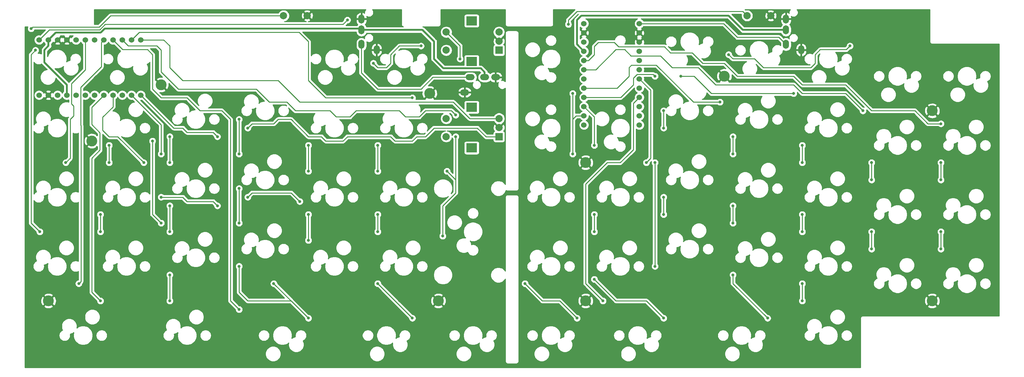
<source format=gbr>
G04 #@! TF.GenerationSoftware,KiCad,Pcbnew,5.1.6-c6e7f7d~87~ubuntu16.04.1*
G04 #@! TF.CreationDate,2020-11-01T04:30:44+09:00*
G04 #@! TF.ProjectId,ninja60,6e696e6a-6136-4302-9e6b-696361645f70,rev?*
G04 #@! TF.SameCoordinates,Original*
G04 #@! TF.FileFunction,Copper,L1,Top*
G04 #@! TF.FilePolarity,Positive*
%FSLAX46Y46*%
G04 Gerber Fmt 4.6, Leading zero omitted, Abs format (unit mm)*
G04 Created by KiCad (PCBNEW 5.1.6-c6e7f7d~87~ubuntu16.04.1) date 2020-11-01 04:30:44*
%MOMM*%
%LPD*%
G01*
G04 APERTURE LIST*
G04 #@! TA.AperFunction,ComponentPad*
%ADD10C,3.000000*%
G04 #@! TD*
G04 #@! TA.AperFunction,ComponentPad*
%ADD11O,1.700000X2.500000*%
G04 #@! TD*
G04 #@! TA.AperFunction,ComponentPad*
%ADD12O,2.500000X1.700000*%
G04 #@! TD*
G04 #@! TA.AperFunction,ComponentPad*
%ADD13C,2.000000*%
G04 #@! TD*
G04 #@! TA.AperFunction,ComponentPad*
%ADD14R,3.000000X2.500000*%
G04 #@! TD*
G04 #@! TA.AperFunction,ComponentPad*
%ADD15R,2.000000X2.000000*%
G04 #@! TD*
G04 #@! TA.AperFunction,ComponentPad*
%ADD16C,1.524000*%
G04 #@! TD*
G04 #@! TA.AperFunction,ViaPad*
%ADD17C,0.800000*%
G04 #@! TD*
G04 #@! TA.AperFunction,Conductor*
%ADD18C,0.250000*%
G04 #@! TD*
G04 #@! TA.AperFunction,Conductor*
%ADD19C,0.500000*%
G04 #@! TD*
G04 #@! TA.AperFunction,Conductor*
%ADD20C,0.254000*%
G04 #@! TD*
G04 APERTURE END LIST*
D10*
X264319860Y-114300480D03*
X321470100Y-123825520D03*
X321470100Y-176213240D03*
X226219700Y-176213240D03*
X226219700Y-138113080D03*
X185738280Y-176213240D03*
X183357020Y-119063000D03*
X78581580Y-176213240D03*
X90487880Y-132159930D03*
X109537960Y-116681740D03*
D11*
X168787500Y-107050000D03*
X164587500Y-105550000D03*
X164587500Y-101550000D03*
X164587500Y-98550000D03*
X285469940Y-107050400D03*
X281269940Y-105550400D03*
X281269940Y-101550400D03*
X281269940Y-98550400D03*
D12*
X201487500Y-114581250D03*
X198487500Y-114581250D03*
X194487500Y-114581250D03*
X192987500Y-118781250D03*
D13*
X143197490Y-97631660D03*
X149697490Y-97631660D03*
X277094900Y-97631660D03*
X270594900Y-97631660D03*
X187906250Y-102156250D03*
X187906250Y-107156250D03*
D14*
X194906250Y-99056250D03*
X194906250Y-110256250D03*
D13*
X202406250Y-102156250D03*
X202406250Y-104656250D03*
D15*
X202406250Y-107156250D03*
D16*
X76009500Y-104307350D03*
X78549500Y-104307350D03*
X81089500Y-104307350D03*
X83629500Y-104307350D03*
X86169500Y-104307350D03*
X88709500Y-104307350D03*
X91249500Y-104307350D03*
X93789500Y-104307350D03*
X96329500Y-104307350D03*
X98869500Y-104307350D03*
X101409500Y-104307350D03*
X103949500Y-104307350D03*
X103949500Y-119527350D03*
X101409500Y-119527350D03*
X98869500Y-119527350D03*
X96329500Y-119527350D03*
X93789500Y-119527350D03*
X91249500Y-119527350D03*
X88709500Y-119527350D03*
X86169500Y-119527350D03*
X83629500Y-119527350D03*
X81089500Y-119527350D03*
X78549500Y-119527350D03*
X76009500Y-119527350D03*
X240974880Y-99822480D03*
X240974880Y-102362480D03*
X240974880Y-104902480D03*
X240974880Y-107442480D03*
X240974880Y-109982480D03*
X240974880Y-112522480D03*
X240974880Y-115062480D03*
X240974880Y-117602480D03*
X240974880Y-120142480D03*
X240974880Y-122682480D03*
X240974880Y-125222480D03*
X240974880Y-127762480D03*
X225754880Y-127762480D03*
X225754880Y-125222480D03*
X225754880Y-122682480D03*
X225754880Y-120142480D03*
X225754880Y-117602480D03*
X225754880Y-115062480D03*
X225754880Y-112522480D03*
X225754880Y-109982480D03*
X225754880Y-107442480D03*
X225754880Y-104902480D03*
X225754880Y-102362480D03*
X225754880Y-99822480D03*
D13*
X187906250Y-125968750D03*
X187906250Y-130968750D03*
D14*
X194906250Y-122868750D03*
X194906250Y-134068750D03*
D13*
X202406250Y-125968750D03*
X202406250Y-128468750D03*
D15*
X202406250Y-130968750D03*
D17*
X167878830Y-110728590D03*
X180975760Y-105966070D03*
X265510490Y-108347330D03*
X298848130Y-105966070D03*
X83344100Y-138113080D03*
X76200320Y-157163160D03*
X75009690Y-107156700D03*
X242888520Y-138113080D03*
X86915990Y-171450720D03*
X245269780Y-138113080D03*
X245269780Y-166688200D03*
X130969300Y-178594500D03*
X230982220Y-176213240D03*
X84534730Y-107156700D03*
X261938600Y-102394180D03*
X160735050Y-98822290D03*
X73819060Y-101203550D03*
X221457180Y-100012920D03*
X92869140Y-157163160D03*
X92869140Y-152400640D03*
X95250400Y-133350560D03*
X95250400Y-138113080D03*
X111919220Y-169069460D03*
X111919220Y-150019380D03*
X111919220Y-130969300D03*
X111919220Y-138113080D03*
X111919220Y-176213240D03*
X111919220Y-157163160D03*
X150019380Y-180975760D03*
X130969300Y-166688200D03*
X130969300Y-135731820D03*
X92869140Y-176213240D03*
X130969300Y-126206780D03*
X130969300Y-154781900D03*
X130969300Y-145256860D03*
X140494340Y-171450720D03*
X150019380Y-152400640D03*
X150019380Y-133350560D03*
X150019380Y-140494340D03*
X104775440Y-138113080D03*
X109537960Y-147638120D03*
X147638120Y-148828750D03*
X125016150Y-150019380D03*
X133350560Y-147638120D03*
X150019380Y-159544420D03*
X178594500Y-180975760D03*
X169069460Y-171450720D03*
X169069460Y-152400640D03*
X169069460Y-133350560D03*
X107156700Y-132159930D03*
X169069460Y-157163160D03*
X169069460Y-140494340D03*
X109537960Y-154781900D03*
X209550880Y-171450720D03*
X223838440Y-180975760D03*
X222647810Y-119063000D03*
X222647810Y-135731820D03*
X247651040Y-180975760D03*
X228600960Y-170260090D03*
X228600960Y-157163160D03*
X228600960Y-152400640D03*
X228600960Y-133350560D03*
X247651040Y-152400640D03*
X247651040Y-147638120D03*
X247651040Y-128588040D03*
X247651040Y-123825520D03*
X245269780Y-114300480D03*
X276226160Y-180975760D03*
X266701120Y-169069460D03*
X266701120Y-154781900D03*
X266701120Y-150019380D03*
X266701120Y-135731820D03*
X266701120Y-130969300D03*
X263129230Y-121444260D03*
X285751200Y-176213240D03*
X285751200Y-171450720D03*
X285751200Y-157163160D03*
X285751200Y-152400640D03*
X285751200Y-138113080D03*
X285751200Y-133350560D03*
X283369940Y-119063000D03*
X252413560Y-114300480D03*
X304801280Y-161925680D03*
X304801280Y-157163160D03*
X304801280Y-142875600D03*
X304801280Y-138113080D03*
X302420020Y-123825520D03*
X323851360Y-161925680D03*
X323851360Y-157163160D03*
X323851360Y-142875600D03*
X323851360Y-138113080D03*
X323851360Y-127397410D03*
X186928910Y-158353790D03*
X109537960Y-135731820D03*
X188119540Y-140494340D03*
X190500800Y-130969300D03*
X191691430Y-109537960D03*
X178594500Y-120253630D03*
X190500800Y-125016150D03*
X125016150Y-130969300D03*
X133350560Y-128588040D03*
D18*
X175022610Y-105966070D02*
X180975760Y-105966070D01*
X172641350Y-108347330D02*
X175022610Y-105966070D01*
X169069460Y-111919220D02*
X171450720Y-111919220D01*
X167878830Y-110728590D02*
X169069460Y-111919220D01*
X171450720Y-111919220D02*
X172641350Y-110728590D01*
X172641350Y-110728590D02*
X172641350Y-108347330D01*
X266694411Y-109531251D02*
X272647561Y-109531251D01*
X265510490Y-108347330D02*
X266694411Y-109531251D01*
X272647561Y-109531251D02*
X275035530Y-111919220D01*
X275035530Y-111919220D02*
X288132460Y-111919220D01*
X288132460Y-111919220D02*
X289323090Y-110728590D01*
X289323090Y-110728590D02*
X289323090Y-108347330D01*
X297831701Y-106982499D02*
X298848130Y-105966070D01*
X290687921Y-106982499D02*
X297831701Y-106982499D01*
X289323090Y-108347330D02*
X290687921Y-106982499D01*
X83344100Y-138113080D02*
X84534730Y-136922450D01*
X84534730Y-136922450D02*
X84534730Y-126206780D01*
X88709500Y-104307350D02*
X88709500Y-112506970D01*
X85507501Y-125234009D02*
X84534730Y-126206780D01*
X85507501Y-122545099D02*
X85507501Y-125234009D01*
X84896501Y-121934099D02*
X85507501Y-122545099D01*
X84896501Y-116319969D02*
X84896501Y-121934099D01*
X88709500Y-112506970D02*
X84896501Y-116319969D01*
X73819060Y-108347330D02*
X73819060Y-154781900D01*
X73819060Y-154781900D02*
X76200320Y-157163160D01*
X75009690Y-107156700D02*
X73819060Y-108347330D01*
X244079150Y-136922450D02*
X242888520Y-138113080D01*
X244079150Y-118166750D02*
X240974880Y-115062480D01*
X244079150Y-136922450D02*
X244079150Y-118166750D01*
X93095275Y-105001575D02*
X93789500Y-104307350D01*
X93095275Y-111693085D02*
X93095275Y-105001575D01*
X93095275Y-111693085D02*
X87436501Y-117351859D01*
X87436501Y-117351859D02*
X87436501Y-127828099D01*
X87436501Y-127828099D02*
X87497501Y-127889099D01*
X87497501Y-127889099D02*
X87497501Y-170869209D01*
X87497501Y-170869209D02*
X86915990Y-171450720D01*
X245269780Y-138113080D02*
X245269780Y-166688200D01*
X107156700Y-108347330D02*
X107156700Y-117872370D01*
X105791869Y-106982499D02*
X107156700Y-108347330D01*
X99004649Y-106982499D02*
X105791869Y-106982499D01*
X120253630Y-123825520D02*
X126206780Y-123825520D01*
X96329500Y-104307350D02*
X99004649Y-106982499D01*
X128588040Y-126206780D02*
X128588040Y-176213240D01*
X107156700Y-117872370D02*
X109537960Y-120253630D01*
X109537960Y-120253630D02*
X116681740Y-120253630D01*
X128588040Y-176213240D02*
X130969300Y-178594500D01*
X126206780Y-123825520D02*
X128588040Y-126206780D01*
X116681740Y-120253630D02*
X120253630Y-123825520D01*
X239316630Y-134541190D02*
X237530685Y-136327135D01*
X238126000Y-135731820D02*
X237530685Y-136327135D01*
X239316630Y-121800730D02*
X240974880Y-120142480D01*
X239316630Y-134541190D02*
X239316630Y-121800730D01*
X226219700Y-171450720D02*
X230982220Y-176213240D01*
X226219700Y-144066230D02*
X226219700Y-171450720D01*
X232172850Y-138113080D02*
X226219700Y-144066230D01*
X235744740Y-138113080D02*
X232172850Y-138113080D01*
X237530685Y-136327135D02*
X235744740Y-138113080D01*
X164587500Y-105550000D02*
X164587500Y-113390410D01*
X164587500Y-113390410D02*
X169069460Y-117872370D01*
X169069460Y-117872370D02*
X180975760Y-117872370D01*
X184266880Y-114581250D02*
X194487500Y-114581250D01*
X180975760Y-117872370D02*
X184266880Y-114581250D01*
X92675587Y-101519989D02*
X94182656Y-100012920D01*
X78796861Y-101519989D02*
X92675587Y-101519989D01*
X76009500Y-104307350D02*
X78796861Y-101519989D01*
X159544420Y-100012920D02*
X160735050Y-98822290D01*
X94182656Y-100012920D02*
X159544420Y-100012920D01*
D19*
X78462499Y-104394351D02*
X78549500Y-104307350D01*
X164241050Y-101203550D02*
X164587500Y-101550000D01*
X80581851Y-102274999D02*
X92988321Y-102274999D01*
X78549500Y-104307350D02*
X80581851Y-102274999D01*
X94059770Y-101203550D02*
X164241050Y-101203550D01*
X92988321Y-102274999D02*
X94059770Y-101203550D01*
X77462501Y-110505099D02*
X77462501Y-107085149D01*
X83629500Y-116672098D02*
X77462501Y-110505099D01*
X83629500Y-119527350D02*
X83629500Y-116672098D01*
X77462501Y-107085149D02*
X78581580Y-105966070D01*
X78549500Y-105933990D02*
X78549500Y-104307350D01*
X78581580Y-105966070D02*
X78549500Y-105933990D01*
X181322210Y-101550000D02*
X164587500Y-101550000D01*
X184547650Y-104775440D02*
X181322210Y-101550000D01*
X187145941Y-112136251D02*
X184547650Y-109537960D01*
X197392501Y-112136251D02*
X187145941Y-112136251D01*
X184547650Y-109537960D02*
X184547650Y-104775440D01*
X198487500Y-113231250D02*
X197392501Y-112136251D01*
X198487500Y-114581250D02*
X198487500Y-113231250D01*
D18*
X264129420Y-99822480D02*
X267891750Y-103584810D01*
X279304350Y-103584810D02*
X281269940Y-105550400D01*
X267891750Y-103584810D02*
X279304350Y-103584810D01*
X241888330Y-99822480D02*
X240974880Y-99822480D01*
X264129420Y-99822480D02*
X241888330Y-99822480D01*
X74219059Y-100803551D02*
X92501057Y-100803551D01*
X95672948Y-97631660D02*
X143197490Y-97631660D01*
X92501057Y-100803551D02*
X95672948Y-97631660D01*
X73819060Y-101203550D02*
X74219059Y-100803551D01*
X269404270Y-96441030D02*
X270594900Y-97631660D01*
X221457180Y-98822290D02*
X223838440Y-96441030D01*
X221457180Y-100012920D02*
X221457180Y-98822290D01*
X269404270Y-96441030D02*
X223838440Y-96441030D01*
X92869140Y-157163160D02*
X92869140Y-152400640D01*
X95250400Y-133350560D02*
X95250400Y-138113080D01*
X111919220Y-130969300D02*
X111919220Y-138113080D01*
X111919220Y-176213240D02*
X111919220Y-169069460D01*
X111919220Y-157163160D02*
X111919220Y-150019380D01*
X130969300Y-135731820D02*
X130969300Y-126206780D01*
X130969300Y-154781900D02*
X130969300Y-145256860D01*
X130969300Y-166688200D02*
X130969300Y-173831980D01*
X130969300Y-173831980D02*
X133350560Y-176213240D01*
X133350560Y-176213240D02*
X145256860Y-176213240D01*
X140494340Y-171450720D02*
X146447490Y-177403870D01*
X146447490Y-177403870D02*
X145256860Y-176213240D01*
X150019380Y-180975760D02*
X146447490Y-177403870D01*
X90487880Y-173831980D02*
X92869140Y-176213240D01*
X90487880Y-136922450D02*
X90487880Y-173831980D01*
X92742881Y-134667449D02*
X90487880Y-136922450D01*
X93789500Y-119527350D02*
X90487880Y-122828970D01*
X90487880Y-122828970D02*
X90487880Y-127649928D01*
X90487880Y-127649928D02*
X92742881Y-129904929D01*
X92742881Y-129904929D02*
X92742881Y-134667449D01*
X150019380Y-140494340D02*
X150019380Y-133350560D01*
X109537960Y-147638120D02*
X115491110Y-147638120D01*
X115491110Y-147638120D02*
X116681740Y-148828750D01*
X116681740Y-148828750D02*
X121444260Y-148828750D01*
X145256860Y-146447490D02*
X147638120Y-148828750D01*
X123825520Y-148828750D02*
X125016150Y-150019380D01*
X121444260Y-148828750D02*
X123825520Y-148828750D01*
X133350560Y-147638120D02*
X134541190Y-146447490D01*
X134541190Y-146447490D02*
X136922450Y-146447490D01*
X136922450Y-146447490D02*
X145256860Y-146447490D01*
X135731820Y-146447490D02*
X136922450Y-146447490D01*
X150019380Y-159544420D02*
X150019380Y-152400640D01*
X97631660Y-130969300D02*
X104775440Y-138113080D01*
X96329500Y-119527350D02*
X96329500Y-122746420D01*
X93477499Y-129196399D02*
X95250400Y-130969300D01*
X93477499Y-125598421D02*
X93477499Y-129196399D01*
X96329500Y-122746420D02*
X93477499Y-125598421D01*
X95250400Y-130969300D02*
X97631660Y-130969300D01*
X178594500Y-180975760D02*
X169069460Y-171450720D01*
X169069460Y-157163160D02*
X169069460Y-152400640D01*
X169069460Y-140494340D02*
X169069460Y-133350560D01*
X107156700Y-132159930D02*
X107156700Y-152400640D01*
X107156700Y-152400640D02*
X109537960Y-154781900D01*
X209550880Y-171450720D02*
X214313400Y-176213240D01*
X214313400Y-176213240D02*
X219075920Y-176213240D01*
X219075920Y-176213240D02*
X223838440Y-180975760D01*
X223632110Y-125222480D02*
X222647810Y-126206780D01*
X225754880Y-125222480D02*
X223632110Y-125222480D01*
X222647810Y-126206780D02*
X222647810Y-119063000D01*
X222647810Y-135731820D02*
X222647810Y-126206780D01*
X247651040Y-180975760D02*
X242888520Y-176213240D01*
X242888520Y-176213240D02*
X234554110Y-176213240D01*
X234554110Y-176213240D02*
X228600960Y-170260090D01*
X228600960Y-157163160D02*
X228600960Y-152400640D01*
X228600960Y-125528560D02*
X225754880Y-122682480D01*
X228600960Y-133350560D02*
X228600960Y-125528560D01*
X247651040Y-152400640D02*
X247651040Y-147638120D01*
X247651040Y-128588040D02*
X247651040Y-123825520D01*
X244764779Y-113795479D02*
X245269780Y-114300480D01*
X240366719Y-113795479D02*
X244764779Y-113795479D01*
X239316630Y-114845568D02*
X240366719Y-113795479D01*
X235855890Y-120142480D02*
X239316630Y-116681740D01*
X225754880Y-120142480D02*
X235855890Y-120142480D01*
X239316630Y-116681740D02*
X239316630Y-114845568D01*
X266701120Y-171450720D02*
X266701120Y-169069460D01*
X276226160Y-180975760D02*
X266701120Y-171450720D01*
X266701120Y-154781900D02*
X266701120Y-150019380D01*
X266701120Y-135731820D02*
X266701120Y-130969300D01*
X238789741Y-111255479D02*
X238126000Y-111919220D01*
X238126000Y-114300480D02*
X234824000Y-117602480D01*
X245647897Y-111255479D02*
X238789741Y-111255479D01*
X238126000Y-111919220D02*
X238126000Y-114300480D01*
X255836678Y-121444260D02*
X245647897Y-111255479D01*
X263129230Y-121444260D02*
X255836678Y-121444260D01*
X234824000Y-117602480D02*
X225754880Y-117602480D01*
X285751200Y-176213240D02*
X285751200Y-171450720D01*
X285751200Y-157163160D02*
X285751200Y-152400640D01*
X285751200Y-138113080D02*
X285751200Y-133350560D01*
X278607420Y-119063000D02*
X283369940Y-119063000D01*
X260747970Y-119063000D02*
X255985450Y-114300480D01*
X260747970Y-119063000D02*
X278607420Y-119063000D01*
X255985450Y-114300480D02*
X252413560Y-114300480D01*
X304801280Y-161925680D02*
X304801280Y-157163160D01*
X304801280Y-142875600D02*
X304801280Y-138113080D01*
X297657500Y-119063000D02*
X302420020Y-123825520D01*
X285751200Y-119063000D02*
X297657500Y-119063000D01*
X236970151Y-106982499D02*
X238697133Y-108709481D01*
X234517349Y-106982499D02*
X236970151Y-106982499D01*
X261938600Y-116681740D02*
X283369940Y-116681740D01*
X246822561Y-108709481D02*
X250032300Y-111919220D01*
X238697133Y-108709481D02*
X246822561Y-108709481D01*
X257176080Y-111919220D02*
X261938600Y-116681740D01*
X250032300Y-111919220D02*
X257176080Y-111919220D01*
X283369940Y-116681740D02*
X285751200Y-119063000D01*
X228977368Y-112522480D02*
X225754880Y-112522480D01*
X234517349Y-106982499D02*
X228977368Y-112522480D01*
X323851360Y-161925680D02*
X323851360Y-157163160D01*
X323851360Y-142875600D02*
X323851360Y-138113080D01*
X316707580Y-123825520D02*
X304801280Y-123825520D01*
X285751200Y-116681740D02*
X283369940Y-114300480D01*
X320279470Y-127397410D02*
X316707580Y-123825520D01*
X304801280Y-123825520D02*
X297657500Y-116681740D01*
X323851360Y-127397410D02*
X320279470Y-127397410D01*
X297657500Y-116681740D02*
X285751200Y-116681740D01*
X283369940Y-114300480D02*
X267891750Y-114300480D01*
X267891750Y-114300480D02*
X264319860Y-110728590D01*
X235308327Y-106175479D02*
X247860449Y-106175479D01*
X234125347Y-104992499D02*
X235308327Y-106175479D01*
X255488119Y-107849999D02*
X258366710Y-110728590D01*
X249534969Y-107849999D02*
X255488119Y-107849999D01*
X247860449Y-106175479D02*
X249534969Y-107849999D01*
X264319860Y-110728590D02*
X258366710Y-110728590D01*
X229701349Y-104992499D02*
X228600960Y-106092888D01*
X234125347Y-104992499D02*
X229701349Y-104992499D01*
X226965810Y-109982480D02*
X228600960Y-108347330D01*
X225754880Y-109982480D02*
X226965810Y-109982480D01*
X228600960Y-106092888D02*
X228600960Y-108347330D01*
X186928910Y-158353790D02*
X186928910Y-150019380D01*
X186928910Y-150019380D02*
X190500800Y-146447490D01*
X101409500Y-119527350D02*
X109537960Y-127655810D01*
X109537960Y-127655810D02*
X109537960Y-135731820D01*
X188119540Y-140494340D02*
X190500800Y-142875600D01*
X190500800Y-146447490D02*
X190500800Y-142875600D01*
X190500800Y-142875600D02*
X190500800Y-130969300D01*
X191691430Y-105941430D02*
X187906250Y-102156250D01*
X191691430Y-109537960D02*
X191691430Y-105941430D01*
X154781900Y-120253630D02*
X178594500Y-120253630D01*
X150019380Y-115491110D02*
X154781900Y-120253630D01*
X150019380Y-104775440D02*
X150019380Y-115491110D01*
X147463939Y-102219999D02*
X150019380Y-104775440D01*
X103496851Y-102219999D02*
X147463939Y-102219999D01*
X101409500Y-104307350D02*
X103496851Y-102219999D01*
X189310170Y-123825520D02*
X190500800Y-125016150D01*
X182166390Y-123825520D02*
X189310170Y-123825520D01*
X176709591Y-125512501D02*
X180479409Y-125512501D01*
X98869500Y-104307350D02*
X100528220Y-105966070D01*
X100528220Y-105966070D02*
X108347330Y-105966070D01*
X144071969Y-121449999D02*
X146447490Y-123825520D01*
X108347330Y-105966070D02*
X109537960Y-107156700D01*
X135731820Y-117872370D02*
X139309449Y-121449999D01*
X180479409Y-125512501D02*
X182166390Y-123825520D01*
X175022610Y-123825520D02*
X176709591Y-125512501D01*
X163116310Y-123825520D02*
X175022610Y-123825520D01*
X146447490Y-123825520D02*
X155972530Y-123825520D01*
X109537960Y-107156700D02*
X109537960Y-113109850D01*
X139309449Y-121449999D02*
X144071969Y-121449999D01*
X109537960Y-113109850D02*
X114300480Y-117872370D01*
X114300480Y-117872370D02*
X135731820Y-117872370D01*
X161429329Y-125512501D02*
X163116310Y-123825520D01*
X157659511Y-125512501D02*
X161429329Y-125512501D01*
X155972530Y-123825520D02*
X157659511Y-125512501D01*
X147638120Y-121444260D02*
X189822758Y-121444260D01*
X141684970Y-115491110D02*
X147638120Y-121444260D01*
X103949500Y-104307350D02*
X110260500Y-104307350D01*
X189822758Y-121444260D02*
X194347248Y-125968750D01*
X111919220Y-111919220D02*
X115491110Y-115491110D01*
X115491110Y-115491110D02*
X141684970Y-115491110D01*
X110260500Y-104307350D02*
X111919220Y-105966070D01*
X194347248Y-125968750D02*
X202406250Y-125968750D01*
X111919220Y-105966070D02*
X111919220Y-111919220D01*
X103949500Y-119527350D02*
X113010190Y-128588040D01*
X113010190Y-128588040D02*
X115491110Y-128588040D01*
X115491110Y-128588040D02*
X116681740Y-129778670D01*
X116681740Y-129778670D02*
X121444260Y-129778670D01*
X140494340Y-127397410D02*
X141684970Y-126206780D01*
X141684970Y-126206780D02*
X145256860Y-126206780D01*
X145256860Y-126206780D02*
X150019380Y-130969300D01*
X150019380Y-130969300D02*
X153591270Y-130969300D01*
X153591270Y-130969300D02*
X154781900Y-132159930D01*
X154781900Y-132159930D02*
X159544420Y-132159930D01*
X159544420Y-132159930D02*
X160735050Y-130969300D01*
X160735050Y-130969300D02*
X172641350Y-130969300D01*
X172641350Y-130969300D02*
X173831980Y-132159930D01*
X173831980Y-132159930D02*
X178594500Y-132159930D01*
X178594500Y-132159930D02*
X179785130Y-130969300D01*
X179785130Y-130969300D02*
X182166390Y-130969300D01*
X182166390Y-130969300D02*
X184547650Y-128588040D01*
X184547650Y-128588040D02*
X196453950Y-128588040D01*
X196453950Y-128588040D02*
X198834660Y-130968750D01*
X198834660Y-130968750D02*
X202406250Y-130968750D01*
X123825520Y-129778670D02*
X125016150Y-130969300D01*
X121444260Y-129778670D02*
X123825520Y-129778670D01*
X133350560Y-128588040D02*
X134541190Y-127397410D01*
X134541190Y-127397410D02*
X136922450Y-127397410D01*
X136922450Y-127397410D02*
X140494340Y-127397410D01*
X135731820Y-127397410D02*
X136922450Y-127397410D01*
D19*
X281269940Y-101550400D02*
X269429230Y-101550400D01*
X269429230Y-101550400D02*
X265510490Y-97631660D01*
X265510490Y-97631660D02*
X225029070Y-97631660D01*
X225029070Y-97631660D02*
X223838440Y-98822290D01*
X223838440Y-105526040D02*
X225754880Y-107442480D01*
X223838440Y-98822290D02*
X223838440Y-105526040D01*
D20*
G36*
X204128361Y-99980068D02*
G01*
X204125168Y-100012477D01*
X204128361Y-100044909D01*
X204128361Y-100044919D01*
X204130872Y-100070416D01*
X204137906Y-100141860D01*
X204137910Y-100141873D01*
X204137911Y-100141883D01*
X204155243Y-100199018D01*
X204175642Y-100266271D01*
X204175647Y-100266281D01*
X204175651Y-100266293D01*
X204203583Y-100318550D01*
X204236923Y-100380930D01*
X204236930Y-100380938D01*
X204236936Y-100380950D01*
X204277791Y-100430732D01*
X204319396Y-100481431D01*
X204319405Y-100481439D01*
X204319413Y-100481448D01*
X204366803Y-100520340D01*
X204419891Y-100563912D01*
X204419903Y-100563918D01*
X204419911Y-100563925D01*
X204472137Y-100591840D01*
X204534546Y-100625201D01*
X204534558Y-100625205D01*
X204534568Y-100625210D01*
X204601798Y-100645604D01*
X204658955Y-100662945D01*
X204658965Y-100662946D01*
X204658978Y-100662950D01*
X204747665Y-100671685D01*
X204755918Y-100672498D01*
X204755921Y-100672498D01*
X204788360Y-100675693D01*
X204820776Y-100672500D01*
X216666493Y-100672919D01*
X216694660Y-100675693D01*
X216722806Y-100672921D01*
X216727055Y-100672921D01*
X216824020Y-100663374D01*
X216948431Y-100625638D01*
X217063090Y-100564357D01*
X217163591Y-100481884D01*
X217246071Y-100381389D01*
X217307361Y-100266734D01*
X217345105Y-100142325D01*
X217357852Y-100012943D01*
X217354660Y-99980521D01*
X217354660Y-95910397D01*
X223290769Y-95910375D01*
X223274641Y-95930027D01*
X220946178Y-98258491D01*
X220917180Y-98282289D01*
X220893382Y-98311287D01*
X220893381Y-98311288D01*
X220822206Y-98398014D01*
X220751634Y-98530044D01*
X220708178Y-98673305D01*
X220693504Y-98822290D01*
X220697181Y-98859622D01*
X220697181Y-99309208D01*
X220653243Y-99353146D01*
X220539975Y-99522664D01*
X220461954Y-99711022D01*
X220422180Y-99910981D01*
X220422180Y-100114859D01*
X220461954Y-100314818D01*
X220539975Y-100503176D01*
X220653243Y-100672694D01*
X220797406Y-100816857D01*
X220966924Y-100930125D01*
X221155282Y-101008146D01*
X221355241Y-101047920D01*
X221559119Y-101047920D01*
X221759078Y-101008146D01*
X221947436Y-100930125D01*
X222116954Y-100816857D01*
X222261117Y-100672694D01*
X222374385Y-100503176D01*
X222452406Y-100314818D01*
X222492180Y-100114859D01*
X222492180Y-99910981D01*
X222452406Y-99711022D01*
X222374385Y-99522664D01*
X222261117Y-99353146D01*
X222217180Y-99309209D01*
X222217180Y-99137091D01*
X224153242Y-97201030D01*
X224208121Y-97201030D01*
X223243396Y-98165756D01*
X223209623Y-98193473D01*
X223099029Y-98328232D01*
X223016851Y-98481978D01*
X222966245Y-98648801D01*
X222953440Y-98778814D01*
X222953440Y-98778821D01*
X222949159Y-98822290D01*
X222953440Y-98865759D01*
X222953441Y-105482561D01*
X222949159Y-105526040D01*
X222966245Y-105699530D01*
X223016852Y-105866353D01*
X223099030Y-106020099D01*
X223181908Y-106121086D01*
X223181911Y-106121089D01*
X223209624Y-106154857D01*
X223243391Y-106182569D01*
X224359179Y-107298358D01*
X224357880Y-107304888D01*
X224357880Y-107580072D01*
X224411566Y-107849970D01*
X224516875Y-108104207D01*
X224669760Y-108333015D01*
X224864345Y-108527600D01*
X225093153Y-108680485D01*
X225170395Y-108712480D01*
X225093153Y-108744475D01*
X224864345Y-108897360D01*
X224669760Y-109091945D01*
X224516875Y-109320753D01*
X224411566Y-109574990D01*
X224357880Y-109844888D01*
X224357880Y-110120072D01*
X224411566Y-110389970D01*
X224516875Y-110644207D01*
X224669760Y-110873015D01*
X224864345Y-111067600D01*
X225093153Y-111220485D01*
X225170395Y-111252480D01*
X225093153Y-111284475D01*
X224864345Y-111437360D01*
X224669760Y-111631945D01*
X224516875Y-111860753D01*
X224411566Y-112114990D01*
X224357880Y-112384888D01*
X224357880Y-112660072D01*
X224411566Y-112929970D01*
X224516875Y-113184207D01*
X224669760Y-113413015D01*
X224864345Y-113607600D01*
X225093153Y-113760485D01*
X225170395Y-113792480D01*
X225093153Y-113824475D01*
X224864345Y-113977360D01*
X224669760Y-114171945D01*
X224516875Y-114400753D01*
X224411566Y-114654990D01*
X224357880Y-114924888D01*
X224357880Y-115200072D01*
X224411566Y-115469970D01*
X224516875Y-115724207D01*
X224669760Y-115953015D01*
X224864345Y-116147600D01*
X225093153Y-116300485D01*
X225170395Y-116332480D01*
X225093153Y-116364475D01*
X224864345Y-116517360D01*
X224669760Y-116711945D01*
X224516875Y-116940753D01*
X224411566Y-117194990D01*
X224357880Y-117464888D01*
X224357880Y-117740072D01*
X224411566Y-118009970D01*
X224516875Y-118264207D01*
X224669760Y-118493015D01*
X224864345Y-118687600D01*
X225093153Y-118840485D01*
X225170395Y-118872480D01*
X225093153Y-118904475D01*
X224864345Y-119057360D01*
X224669760Y-119251945D01*
X224516875Y-119480753D01*
X224411566Y-119734990D01*
X224357880Y-120004888D01*
X224357880Y-120280072D01*
X224411566Y-120549970D01*
X224516875Y-120804207D01*
X224669760Y-121033015D01*
X224864345Y-121227600D01*
X225093153Y-121380485D01*
X225170395Y-121412480D01*
X225093153Y-121444475D01*
X224864345Y-121597360D01*
X224669760Y-121791945D01*
X224516875Y-122020753D01*
X224411566Y-122274990D01*
X224357880Y-122544888D01*
X224357880Y-122820072D01*
X224411566Y-123089970D01*
X224516875Y-123344207D01*
X224669760Y-123573015D01*
X224864345Y-123767600D01*
X225093153Y-123920485D01*
X225170395Y-123952480D01*
X225093153Y-123984475D01*
X224864345Y-124137360D01*
X224669760Y-124331945D01*
X224582539Y-124462480D01*
X223669432Y-124462480D01*
X223632109Y-124458804D01*
X223594786Y-124462480D01*
X223594777Y-124462480D01*
X223483124Y-124473477D01*
X223407810Y-124496323D01*
X223407810Y-119766711D01*
X223451747Y-119722774D01*
X223565015Y-119553256D01*
X223643036Y-119364898D01*
X223682810Y-119164939D01*
X223682810Y-118961061D01*
X223643036Y-118761102D01*
X223565015Y-118572744D01*
X223451747Y-118403226D01*
X223307584Y-118259063D01*
X223138066Y-118145795D01*
X222949708Y-118067774D01*
X222749749Y-118028000D01*
X222545871Y-118028000D01*
X222345912Y-118067774D01*
X222157554Y-118145795D01*
X221988036Y-118259063D01*
X221843873Y-118403226D01*
X221730605Y-118572744D01*
X221652584Y-118761102D01*
X221612810Y-118961061D01*
X221612810Y-119164939D01*
X221652584Y-119364898D01*
X221730605Y-119553256D01*
X221843873Y-119722774D01*
X221887811Y-119766712D01*
X221887810Y-126169457D01*
X221884134Y-126206780D01*
X221887810Y-126244102D01*
X221887810Y-126244112D01*
X221887811Y-126244122D01*
X221887810Y-135028109D01*
X221843873Y-135072046D01*
X221730605Y-135241564D01*
X221652584Y-135429922D01*
X221612810Y-135629881D01*
X221612810Y-135833759D01*
X221652584Y-136033718D01*
X221730605Y-136222076D01*
X221843873Y-136391594D01*
X221988036Y-136535757D01*
X222157554Y-136649025D01*
X222345912Y-136727046D01*
X222545871Y-136766820D01*
X222749749Y-136766820D01*
X222949708Y-136727046D01*
X223138066Y-136649025D01*
X223179369Y-136621427D01*
X224907652Y-136621427D01*
X226219700Y-137933475D01*
X227531748Y-136621427D01*
X227375738Y-136305866D01*
X227000955Y-136115060D01*
X226596149Y-136001036D01*
X226176876Y-135968178D01*
X225759249Y-136017746D01*
X225359317Y-136147837D01*
X225063662Y-136305866D01*
X224907652Y-136621427D01*
X223179369Y-136621427D01*
X223307584Y-136535757D01*
X223451747Y-136391594D01*
X223565015Y-136222076D01*
X223643036Y-136033718D01*
X223682810Y-135833759D01*
X223682810Y-135629881D01*
X223643036Y-135429922D01*
X223565015Y-135241564D01*
X223451747Y-135072046D01*
X223407810Y-135028109D01*
X223407810Y-126521581D01*
X223946913Y-125982480D01*
X224582539Y-125982480D01*
X224669760Y-126113015D01*
X224864345Y-126307600D01*
X225093153Y-126460485D01*
X225170395Y-126492480D01*
X225093153Y-126524475D01*
X224864345Y-126677360D01*
X224669760Y-126871945D01*
X224516875Y-127100753D01*
X224411566Y-127354990D01*
X224357880Y-127624888D01*
X224357880Y-127900072D01*
X224411566Y-128169970D01*
X224516875Y-128424207D01*
X224669760Y-128653015D01*
X224864345Y-128847600D01*
X225093153Y-129000485D01*
X225347390Y-129105794D01*
X225617288Y-129159480D01*
X225892472Y-129159480D01*
X226162370Y-129105794D01*
X226416607Y-129000485D01*
X226645415Y-128847600D01*
X226840000Y-128653015D01*
X226992885Y-128424207D01*
X227098194Y-128169970D01*
X227151880Y-127900072D01*
X227151880Y-127624888D01*
X227098194Y-127354990D01*
X226992885Y-127100753D01*
X226840000Y-126871945D01*
X226645415Y-126677360D01*
X226416607Y-126524475D01*
X226339365Y-126492480D01*
X226416607Y-126460485D01*
X226645415Y-126307600D01*
X226840000Y-126113015D01*
X226992885Y-125884207D01*
X227098194Y-125629970D01*
X227151880Y-125360072D01*
X227151880Y-125154282D01*
X227840961Y-125843363D01*
X227840960Y-132646849D01*
X227797023Y-132690786D01*
X227683755Y-132860304D01*
X227605734Y-133048662D01*
X227565960Y-133248621D01*
X227565960Y-133452499D01*
X227605734Y-133652458D01*
X227683755Y-133840816D01*
X227797023Y-134010334D01*
X227941186Y-134154497D01*
X228110704Y-134267765D01*
X228299062Y-134345786D01*
X228499021Y-134385560D01*
X228702899Y-134385560D01*
X228902858Y-134345786D01*
X229091216Y-134267765D01*
X229260734Y-134154497D01*
X229404897Y-134010334D01*
X229518165Y-133840816D01*
X229596186Y-133652458D01*
X229635960Y-133452499D01*
X229635960Y-133248621D01*
X229596186Y-133048662D01*
X229518165Y-132860304D01*
X229404897Y-132690786D01*
X229360960Y-132646849D01*
X229360960Y-132187221D01*
X231068750Y-132187221D01*
X231068750Y-132607779D01*
X231150797Y-133020256D01*
X231311738Y-133408802D01*
X231545387Y-133758483D01*
X231842767Y-134055863D01*
X232192448Y-134289512D01*
X232580994Y-134450453D01*
X232993471Y-134532500D01*
X233414029Y-134532500D01*
X233826506Y-134450453D01*
X234215052Y-134289512D01*
X234270467Y-134252485D01*
X234339141Y-134418279D01*
X234512600Y-134677879D01*
X234733371Y-134898650D01*
X234992971Y-135072109D01*
X235281423Y-135191589D01*
X235587641Y-135252500D01*
X235899859Y-135252500D01*
X236206077Y-135191589D01*
X236494529Y-135072109D01*
X236754129Y-134898650D01*
X236974900Y-134677879D01*
X237148359Y-134418279D01*
X237267839Y-134129827D01*
X237328750Y-133823609D01*
X237328750Y-133511391D01*
X237267839Y-133205173D01*
X237148359Y-132916721D01*
X236974900Y-132657121D01*
X236754129Y-132436350D01*
X236494529Y-132262891D01*
X236206077Y-132143411D01*
X235899859Y-132082500D01*
X235587641Y-132082500D01*
X235328185Y-132134109D01*
X235256703Y-131774744D01*
X235095762Y-131386198D01*
X234947128Y-131163752D01*
X234960564Y-131169317D01*
X235479301Y-131272500D01*
X236008199Y-131272500D01*
X236526936Y-131169317D01*
X237015575Y-130966917D01*
X237455338Y-130673076D01*
X237829326Y-130299088D01*
X238123167Y-129859325D01*
X238325567Y-129370686D01*
X238428750Y-128851949D01*
X238428750Y-128323051D01*
X238325567Y-127804314D01*
X238123167Y-127315675D01*
X237829326Y-126875912D01*
X237455338Y-126501924D01*
X237015575Y-126208083D01*
X236526936Y-126005683D01*
X236008199Y-125902500D01*
X235479301Y-125902500D01*
X234960564Y-126005683D01*
X234471925Y-126208083D01*
X234032162Y-126501924D01*
X233658174Y-126875912D01*
X233364333Y-127315675D01*
X233161933Y-127804314D01*
X233058750Y-128323051D01*
X233058750Y-128851949D01*
X233161933Y-129370686D01*
X233364333Y-129859325D01*
X233658174Y-130299088D01*
X233673123Y-130314037D01*
X233414029Y-130262500D01*
X232993471Y-130262500D01*
X232580994Y-130344547D01*
X232192448Y-130505488D01*
X231842767Y-130739137D01*
X231545387Y-131036517D01*
X231311738Y-131386198D01*
X231150797Y-131774744D01*
X231068750Y-132187221D01*
X229360960Y-132187221D01*
X229360960Y-127744746D01*
X229652448Y-127939512D01*
X230040994Y-128100453D01*
X230453471Y-128182500D01*
X230874029Y-128182500D01*
X231286506Y-128100453D01*
X231675052Y-127939512D01*
X232024733Y-127705863D01*
X232322113Y-127408483D01*
X232555762Y-127058802D01*
X232716703Y-126670256D01*
X232798750Y-126257779D01*
X232798750Y-125837221D01*
X232716703Y-125424744D01*
X232555762Y-125036198D01*
X232322113Y-124686517D01*
X232024733Y-124389137D01*
X231675052Y-124155488D01*
X231286506Y-123994547D01*
X230874029Y-123912500D01*
X230453471Y-123912500D01*
X230040994Y-123994547D01*
X229652448Y-124155488D01*
X229302767Y-124389137D01*
X229005387Y-124686517D01*
X228936626Y-124789425D01*
X227498592Y-123351391D01*
X234158750Y-123351391D01*
X234158750Y-123663609D01*
X234219661Y-123969827D01*
X234339141Y-124258279D01*
X234512600Y-124517879D01*
X234733371Y-124738650D01*
X234992971Y-124912109D01*
X235281423Y-125031589D01*
X235587641Y-125092500D01*
X235899859Y-125092500D01*
X236206077Y-125031589D01*
X236494529Y-124912109D01*
X236754129Y-124738650D01*
X236974900Y-124517879D01*
X237148359Y-124258279D01*
X237267839Y-123969827D01*
X237328750Y-123663609D01*
X237328750Y-123351391D01*
X237267839Y-123045173D01*
X237148359Y-122756721D01*
X236974900Y-122497121D01*
X236754129Y-122276350D01*
X236494529Y-122102891D01*
X236206077Y-121983411D01*
X235899859Y-121922500D01*
X235587641Y-121922500D01*
X235281423Y-121983411D01*
X234992971Y-122102891D01*
X234733371Y-122276350D01*
X234512600Y-122497121D01*
X234339141Y-122756721D01*
X234219661Y-123045173D01*
X234158750Y-123351391D01*
X227498592Y-123351391D01*
X227121252Y-122974051D01*
X227151880Y-122820072D01*
X227151880Y-122544888D01*
X227098194Y-122274990D01*
X226992885Y-122020753D01*
X226840000Y-121791945D01*
X226645415Y-121597360D01*
X226416607Y-121444475D01*
X226339365Y-121412480D01*
X226416607Y-121380485D01*
X226645415Y-121227600D01*
X226840000Y-121033015D01*
X226927221Y-120902480D01*
X235818568Y-120902480D01*
X235855890Y-120906156D01*
X235893212Y-120902480D01*
X235893223Y-120902480D01*
X236004876Y-120891483D01*
X236148137Y-120848026D01*
X236280166Y-120777454D01*
X236395891Y-120682481D01*
X236419694Y-120653477D01*
X239577880Y-117495293D01*
X239577880Y-117740072D01*
X239631566Y-118009970D01*
X239736875Y-118264207D01*
X239889760Y-118493015D01*
X240084345Y-118687600D01*
X240313153Y-118840485D01*
X240390395Y-118872480D01*
X240313153Y-118904475D01*
X240084345Y-119057360D01*
X239889760Y-119251945D01*
X239736875Y-119480753D01*
X239631566Y-119734990D01*
X239577880Y-120004888D01*
X239577880Y-120280072D01*
X239608508Y-120434050D01*
X238805628Y-121236931D01*
X238776630Y-121260729D01*
X238752832Y-121289727D01*
X238752831Y-121289728D01*
X238681656Y-121376454D01*
X238611084Y-121508484D01*
X238601682Y-121539480D01*
X238567628Y-121651744D01*
X238558992Y-121739424D01*
X238552954Y-121800730D01*
X238556631Y-121838062D01*
X238556630Y-134226388D01*
X237615001Y-135168018D01*
X237614997Y-135168021D01*
X237220089Y-135562930D01*
X237019687Y-135763332D01*
X237019682Y-135763336D01*
X235429939Y-137353080D01*
X232210172Y-137353080D01*
X232172849Y-137349404D01*
X232135526Y-137353080D01*
X232135517Y-137353080D01*
X232023864Y-137364077D01*
X231880603Y-137407534D01*
X231748574Y-137478106D01*
X231748572Y-137478107D01*
X231748573Y-137478107D01*
X231661846Y-137549281D01*
X231661842Y-137549285D01*
X231632849Y-137573079D01*
X231609055Y-137602072D01*
X225708703Y-143502426D01*
X225679699Y-143526229D01*
X225644761Y-143568802D01*
X225584726Y-143641954D01*
X225538973Y-143727552D01*
X225514154Y-143773984D01*
X225470697Y-143917245D01*
X225459700Y-144028898D01*
X225459700Y-144028908D01*
X225456024Y-144066230D01*
X225459700Y-144103552D01*
X225459701Y-171413387D01*
X225456024Y-171450720D01*
X225459701Y-171488052D01*
X225459701Y-171488053D01*
X225470698Y-171599706D01*
X225476312Y-171618212D01*
X225514154Y-171742966D01*
X225584726Y-171874996D01*
X225638875Y-171940976D01*
X225679700Y-171990721D01*
X225708698Y-172014519D01*
X229947220Y-176253043D01*
X229947220Y-176315179D01*
X229986994Y-176515138D01*
X230065015Y-176703496D01*
X230178283Y-176873014D01*
X230322446Y-177017177D01*
X230491964Y-177130445D01*
X230680322Y-177208466D01*
X230880281Y-177248240D01*
X231084159Y-177248240D01*
X231284118Y-177208466D01*
X231472476Y-177130445D01*
X231641994Y-177017177D01*
X231786157Y-176873014D01*
X231899425Y-176703496D01*
X231977446Y-176515138D01*
X232017220Y-176315179D01*
X232017220Y-176111301D01*
X231977446Y-175911342D01*
X231899425Y-175722984D01*
X231786157Y-175553466D01*
X231641994Y-175409303D01*
X231472476Y-175296035D01*
X231284118Y-175218014D01*
X231084159Y-175178240D01*
X231022023Y-175178240D01*
X226979700Y-171135919D01*
X226979700Y-170158151D01*
X227565960Y-170158151D01*
X227565960Y-170362029D01*
X227605734Y-170561988D01*
X227683755Y-170750346D01*
X227797023Y-170919864D01*
X227941186Y-171064027D01*
X228110704Y-171177295D01*
X228299062Y-171255316D01*
X228499021Y-171295090D01*
X228561159Y-171295090D01*
X233990315Y-176724248D01*
X234014109Y-176753241D01*
X234043102Y-176777035D01*
X234043106Y-176777039D01*
X234113795Y-176835051D01*
X234129834Y-176848214D01*
X234261863Y-176918786D01*
X234405124Y-176962243D01*
X234516777Y-176973240D01*
X234516786Y-176973240D01*
X234554109Y-176976916D01*
X234591432Y-176973240D01*
X242573719Y-176973240D01*
X246616040Y-181015563D01*
X246616040Y-181077699D01*
X246655814Y-181277658D01*
X246733835Y-181466016D01*
X246847103Y-181635534D01*
X246991266Y-181779697D01*
X247160784Y-181892965D01*
X247349142Y-181970986D01*
X247549101Y-182010760D01*
X247752979Y-182010760D01*
X247952938Y-181970986D01*
X248141296Y-181892965D01*
X248310814Y-181779697D01*
X248454977Y-181635534D01*
X248568245Y-181466016D01*
X248646266Y-181277658D01*
X248686040Y-181077699D01*
X248686040Y-180873821D01*
X248646266Y-180673862D01*
X248568245Y-180485504D01*
X248454977Y-180315986D01*
X248310814Y-180171823D01*
X248141296Y-180058555D01*
X247952938Y-179980534D01*
X247752979Y-179940760D01*
X247690843Y-179940760D01*
X243452324Y-175702243D01*
X243428521Y-175673239D01*
X243312796Y-175578266D01*
X243180767Y-175507694D01*
X243037506Y-175464237D01*
X242925853Y-175453240D01*
X242925842Y-175453240D01*
X242888520Y-175449564D01*
X242851198Y-175453240D01*
X234868913Y-175453240D01*
X229635960Y-170220289D01*
X229635960Y-170158151D01*
X229596186Y-169958192D01*
X229518165Y-169769834D01*
X229404897Y-169600316D01*
X229260734Y-169456153D01*
X229091216Y-169342885D01*
X228902858Y-169264864D01*
X228702899Y-169225090D01*
X228499021Y-169225090D01*
X228299062Y-169264864D01*
X228110704Y-169342885D01*
X227941186Y-169456153D01*
X227797023Y-169600316D01*
X227683755Y-169769834D01*
X227605734Y-169958192D01*
X227565960Y-170158151D01*
X226979700Y-170158151D01*
X226979700Y-166531391D01*
X229078750Y-166531391D01*
X229078750Y-166843609D01*
X229139661Y-167149827D01*
X229259141Y-167438279D01*
X229432600Y-167697879D01*
X229653371Y-167918650D01*
X229912971Y-168092109D01*
X230201423Y-168211589D01*
X230507641Y-168272500D01*
X230819859Y-168272500D01*
X231126077Y-168211589D01*
X231414529Y-168092109D01*
X231674129Y-167918650D01*
X231894900Y-167697879D01*
X232068359Y-167438279D01*
X232187839Y-167149827D01*
X232248750Y-166843609D01*
X232248750Y-166531391D01*
X232197141Y-166271935D01*
X232556506Y-166200453D01*
X232945052Y-166039512D01*
X233167498Y-165890878D01*
X233161933Y-165904314D01*
X233058750Y-166423051D01*
X233058750Y-166951949D01*
X233161933Y-167470686D01*
X233364333Y-167959325D01*
X233658174Y-168399088D01*
X234032162Y-168773076D01*
X234471925Y-169066917D01*
X234960564Y-169269317D01*
X235479301Y-169372500D01*
X236008199Y-169372500D01*
X236526936Y-169269317D01*
X237015575Y-169066917D01*
X237164331Y-168967521D01*
X265666120Y-168967521D01*
X265666120Y-169171399D01*
X265705894Y-169371358D01*
X265783915Y-169559716D01*
X265897183Y-169729234D01*
X265941121Y-169773172D01*
X265941120Y-171413397D01*
X265937444Y-171450720D01*
X265941120Y-171488042D01*
X265941120Y-171488052D01*
X265952117Y-171599705D01*
X265986924Y-171714449D01*
X265995574Y-171742966D01*
X266066146Y-171874996D01*
X266096783Y-171912327D01*
X266161119Y-171990721D01*
X266190123Y-172014524D01*
X275191160Y-181015562D01*
X275191160Y-181077699D01*
X275230934Y-181277658D01*
X275308955Y-181466016D01*
X275422223Y-181635534D01*
X275566386Y-181779697D01*
X275735904Y-181892965D01*
X275924262Y-181970986D01*
X276124221Y-182010760D01*
X276328099Y-182010760D01*
X276528058Y-181970986D01*
X276716416Y-181892965D01*
X276885934Y-181779697D01*
X277030097Y-181635534D01*
X277143365Y-181466016D01*
X277221386Y-181277658D01*
X277261160Y-181077699D01*
X277261160Y-180873821D01*
X277221386Y-180673862D01*
X277143365Y-180485504D01*
X277117786Y-180447221D01*
X293298750Y-180447221D01*
X293298750Y-180867779D01*
X293380797Y-181280256D01*
X293541738Y-181668802D01*
X293775387Y-182018483D01*
X294072767Y-182315863D01*
X294422448Y-182549512D01*
X294810994Y-182710453D01*
X295223471Y-182792500D01*
X295644029Y-182792500D01*
X296056506Y-182710453D01*
X296445052Y-182549512D01*
X296794733Y-182315863D01*
X297092113Y-182018483D01*
X297325762Y-181668802D01*
X297486703Y-181280256D01*
X297568750Y-180867779D01*
X297568750Y-180447221D01*
X297486703Y-180034744D01*
X297325762Y-179646198D01*
X297092113Y-179296517D01*
X296794733Y-178999137D01*
X296445052Y-178765488D01*
X296056506Y-178604547D01*
X295644029Y-178522500D01*
X295223471Y-178522500D01*
X294810994Y-178604547D01*
X294422448Y-178765488D01*
X294072767Y-178999137D01*
X293775387Y-179296517D01*
X293541738Y-179646198D01*
X293380797Y-180034744D01*
X293298750Y-180447221D01*
X277117786Y-180447221D01*
X277030097Y-180315986D01*
X276885934Y-180171823D01*
X276716416Y-180058555D01*
X276528058Y-179980534D01*
X276328099Y-179940760D01*
X276265962Y-179940760D01*
X274030095Y-177704893D01*
X320158052Y-177704893D01*
X320314062Y-178020454D01*
X320688845Y-178211260D01*
X321093651Y-178325284D01*
X321512924Y-178358142D01*
X321930551Y-178308574D01*
X322330483Y-178178483D01*
X322626138Y-178020454D01*
X322782148Y-177704893D01*
X321470100Y-176392845D01*
X320158052Y-177704893D01*
X274030095Y-177704893D01*
X267673983Y-171348781D01*
X284716200Y-171348781D01*
X284716200Y-171552659D01*
X284755974Y-171752618D01*
X284833995Y-171940976D01*
X284947263Y-172110494D01*
X284991201Y-172154432D01*
X284991200Y-175509529D01*
X284947263Y-175553466D01*
X284833995Y-175722984D01*
X284755974Y-175911342D01*
X284716200Y-176111301D01*
X284716200Y-176315179D01*
X284755974Y-176515138D01*
X284833995Y-176703496D01*
X284947263Y-176873014D01*
X285091426Y-177017177D01*
X285260944Y-177130445D01*
X285449302Y-177208466D01*
X285649261Y-177248240D01*
X285853139Y-177248240D01*
X286053098Y-177208466D01*
X286241456Y-177130445D01*
X286410974Y-177017177D01*
X286555137Y-176873014D01*
X286668405Y-176703496D01*
X286746426Y-176515138D01*
X286786200Y-176315179D01*
X286786200Y-176256064D01*
X319325198Y-176256064D01*
X319374766Y-176673691D01*
X319504857Y-177073623D01*
X319662886Y-177369278D01*
X319978447Y-177525288D01*
X321290495Y-176213240D01*
X321649705Y-176213240D01*
X322961753Y-177525288D01*
X323277314Y-177369278D01*
X323468120Y-176994495D01*
X323582144Y-176589689D01*
X323615002Y-176170416D01*
X323565434Y-175752789D01*
X323435343Y-175352857D01*
X323277314Y-175057202D01*
X322961753Y-174901192D01*
X321649705Y-176213240D01*
X321290495Y-176213240D01*
X319978447Y-174901192D01*
X319662886Y-175057202D01*
X319472080Y-175431985D01*
X319358056Y-175836791D01*
X319325198Y-176256064D01*
X286786200Y-176256064D01*
X286786200Y-176111301D01*
X286746426Y-175911342D01*
X286668405Y-175722984D01*
X286555137Y-175553466D01*
X286511200Y-175509529D01*
X286511200Y-174721587D01*
X320158052Y-174721587D01*
X321470100Y-176033635D01*
X322782148Y-174721587D01*
X322626138Y-174406026D01*
X322251355Y-174215220D01*
X321846549Y-174101196D01*
X321427276Y-174068338D01*
X321009649Y-174117906D01*
X320609717Y-174247997D01*
X320314062Y-174406026D01*
X320158052Y-174721587D01*
X286511200Y-174721587D01*
X286511200Y-172154431D01*
X286555137Y-172110494D01*
X286668405Y-171940976D01*
X286746426Y-171752618D01*
X286786200Y-171552659D01*
X286786200Y-171348781D01*
X286775282Y-171293891D01*
X305278750Y-171293891D01*
X305278750Y-171606109D01*
X305339661Y-171912327D01*
X305459141Y-172200779D01*
X305632600Y-172460379D01*
X305853371Y-172681150D01*
X306112971Y-172854609D01*
X306401423Y-172974089D01*
X306707641Y-173035000D01*
X307019859Y-173035000D01*
X307326077Y-172974089D01*
X307614529Y-172854609D01*
X307874129Y-172681150D01*
X308094900Y-172460379D01*
X308268359Y-172200779D01*
X308387839Y-171912327D01*
X308448750Y-171606109D01*
X308448750Y-171293891D01*
X308397141Y-171034435D01*
X308756506Y-170962953D01*
X309145052Y-170802012D01*
X309367498Y-170653378D01*
X309361933Y-170666814D01*
X309258750Y-171185551D01*
X309258750Y-171714449D01*
X309361933Y-172233186D01*
X309564333Y-172721825D01*
X309858174Y-173161588D01*
X310232162Y-173535576D01*
X310671925Y-173829417D01*
X311160564Y-174031817D01*
X311679301Y-174135000D01*
X312208199Y-174135000D01*
X312726936Y-174031817D01*
X313215575Y-173829417D01*
X313655338Y-173535576D01*
X314029326Y-173161588D01*
X314323167Y-172721825D01*
X314525567Y-172233186D01*
X314628750Y-171714449D01*
X314628750Y-171293891D01*
X315438750Y-171293891D01*
X315438750Y-171606109D01*
X315499661Y-171912327D01*
X315619141Y-172200779D01*
X315792600Y-172460379D01*
X316013371Y-172681150D01*
X316272971Y-172854609D01*
X316561423Y-172974089D01*
X316867641Y-173035000D01*
X317179859Y-173035000D01*
X317486077Y-172974089D01*
X317774529Y-172854609D01*
X318034129Y-172681150D01*
X318254900Y-172460379D01*
X318428359Y-172200779D01*
X318547839Y-171912327D01*
X318608750Y-171606109D01*
X318608750Y-171293891D01*
X324328750Y-171293891D01*
X324328750Y-171606109D01*
X324389661Y-171912327D01*
X324509141Y-172200779D01*
X324682600Y-172460379D01*
X324903371Y-172681150D01*
X325162971Y-172854609D01*
X325451423Y-172974089D01*
X325757641Y-173035000D01*
X326069859Y-173035000D01*
X326376077Y-172974089D01*
X326664529Y-172854609D01*
X326924129Y-172681150D01*
X327144900Y-172460379D01*
X327318359Y-172200779D01*
X327437839Y-171912327D01*
X327498750Y-171606109D01*
X327498750Y-171293891D01*
X327447141Y-171034435D01*
X327806506Y-170962953D01*
X328195052Y-170802012D01*
X328417498Y-170653378D01*
X328411933Y-170666814D01*
X328308750Y-171185551D01*
X328308750Y-171714449D01*
X328411933Y-172233186D01*
X328614333Y-172721825D01*
X328908174Y-173161588D01*
X329282162Y-173535576D01*
X329721925Y-173829417D01*
X330210564Y-174031817D01*
X330729301Y-174135000D01*
X331258199Y-174135000D01*
X331776936Y-174031817D01*
X332265575Y-173829417D01*
X332705338Y-173535576D01*
X333079326Y-173161588D01*
X333373167Y-172721825D01*
X333575567Y-172233186D01*
X333678750Y-171714449D01*
X333678750Y-171293891D01*
X334488750Y-171293891D01*
X334488750Y-171606109D01*
X334549661Y-171912327D01*
X334669141Y-172200779D01*
X334842600Y-172460379D01*
X335063371Y-172681150D01*
X335322971Y-172854609D01*
X335611423Y-172974089D01*
X335917641Y-173035000D01*
X336229859Y-173035000D01*
X336536077Y-172974089D01*
X336824529Y-172854609D01*
X337084129Y-172681150D01*
X337304900Y-172460379D01*
X337478359Y-172200779D01*
X337597839Y-171912327D01*
X337658750Y-171606109D01*
X337658750Y-171293891D01*
X337597839Y-170987673D01*
X337478359Y-170699221D01*
X337304900Y-170439621D01*
X337084129Y-170218850D01*
X336824529Y-170045391D01*
X336536077Y-169925911D01*
X336229859Y-169865000D01*
X335917641Y-169865000D01*
X335611423Y-169925911D01*
X335322971Y-170045391D01*
X335063371Y-170218850D01*
X334842600Y-170439621D01*
X334669141Y-170699221D01*
X334549661Y-170987673D01*
X334488750Y-171293891D01*
X333678750Y-171293891D01*
X333678750Y-171185551D01*
X333575567Y-170666814D01*
X333373167Y-170178175D01*
X333079326Y-169738412D01*
X332705338Y-169364424D01*
X332265575Y-169070583D01*
X331776936Y-168868183D01*
X331258199Y-168765000D01*
X330729301Y-168765000D01*
X330210564Y-168868183D01*
X329721925Y-169070583D01*
X329282162Y-169364424D01*
X329267213Y-169379373D01*
X329318750Y-169120279D01*
X329318750Y-168699721D01*
X329236703Y-168287244D01*
X329075762Y-167898698D01*
X328842113Y-167549017D01*
X328544733Y-167251637D01*
X328195052Y-167017988D01*
X327806506Y-166857047D01*
X327394029Y-166775000D01*
X326973471Y-166775000D01*
X326560994Y-166857047D01*
X326172448Y-167017988D01*
X325822767Y-167251637D01*
X325525387Y-167549017D01*
X325291738Y-167898698D01*
X325130797Y-168287244D01*
X325048750Y-168699721D01*
X325048750Y-169120279D01*
X325130797Y-169532756D01*
X325291738Y-169921302D01*
X325328765Y-169976717D01*
X325162971Y-170045391D01*
X324903371Y-170218850D01*
X324682600Y-170439621D01*
X324509141Y-170699221D01*
X324389661Y-170987673D01*
X324328750Y-171293891D01*
X318608750Y-171293891D01*
X318547839Y-170987673D01*
X318428359Y-170699221D01*
X318254900Y-170439621D01*
X318034129Y-170218850D01*
X317774529Y-170045391D01*
X317486077Y-169925911D01*
X317179859Y-169865000D01*
X316867641Y-169865000D01*
X316561423Y-169925911D01*
X316272971Y-170045391D01*
X316013371Y-170218850D01*
X315792600Y-170439621D01*
X315619141Y-170699221D01*
X315499661Y-170987673D01*
X315438750Y-171293891D01*
X314628750Y-171293891D01*
X314628750Y-171185551D01*
X314525567Y-170666814D01*
X314323167Y-170178175D01*
X314029326Y-169738412D01*
X313655338Y-169364424D01*
X313215575Y-169070583D01*
X312726936Y-168868183D01*
X312208199Y-168765000D01*
X311679301Y-168765000D01*
X311160564Y-168868183D01*
X310671925Y-169070583D01*
X310232162Y-169364424D01*
X310217213Y-169379373D01*
X310268750Y-169120279D01*
X310268750Y-168699721D01*
X310186703Y-168287244D01*
X310025762Y-167898698D01*
X309792113Y-167549017D01*
X309494733Y-167251637D01*
X309145052Y-167017988D01*
X308756506Y-166857047D01*
X308344029Y-166775000D01*
X307923471Y-166775000D01*
X307510994Y-166857047D01*
X307122448Y-167017988D01*
X306772767Y-167251637D01*
X306475387Y-167549017D01*
X306241738Y-167898698D01*
X306080797Y-168287244D01*
X305998750Y-168699721D01*
X305998750Y-169120279D01*
X306080797Y-169532756D01*
X306241738Y-169921302D01*
X306278765Y-169976717D01*
X306112971Y-170045391D01*
X305853371Y-170218850D01*
X305632600Y-170439621D01*
X305459141Y-170699221D01*
X305339661Y-170987673D01*
X305278750Y-171293891D01*
X286775282Y-171293891D01*
X286746426Y-171148822D01*
X286668405Y-170960464D01*
X286555137Y-170790946D01*
X286410974Y-170646783D01*
X286241456Y-170533515D01*
X286053098Y-170455494D01*
X285853139Y-170415720D01*
X285649261Y-170415720D01*
X285449302Y-170455494D01*
X285260944Y-170533515D01*
X285091426Y-170646783D01*
X284947263Y-170790946D01*
X284833995Y-170960464D01*
X284755974Y-171148822D01*
X284716200Y-171348781D01*
X267673983Y-171348781D01*
X267461120Y-171135919D01*
X267461120Y-169773171D01*
X267505057Y-169729234D01*
X267618325Y-169559716D01*
X267696346Y-169371358D01*
X267736120Y-169171399D01*
X267736120Y-168967521D01*
X267696346Y-168767562D01*
X267618325Y-168579204D01*
X267505057Y-168409686D01*
X267360894Y-168265523D01*
X267191376Y-168152255D01*
X267003018Y-168074234D01*
X266803059Y-168034460D01*
X266599181Y-168034460D01*
X266399222Y-168074234D01*
X266210864Y-168152255D01*
X266041346Y-168265523D01*
X265897183Y-168409686D01*
X265783915Y-168579204D01*
X265705894Y-168767562D01*
X265666120Y-168967521D01*
X237164331Y-168967521D01*
X237455338Y-168773076D01*
X237829326Y-168399088D01*
X238123167Y-167959325D01*
X238325567Y-167470686D01*
X238428750Y-166951949D01*
X238428750Y-166531391D01*
X239238750Y-166531391D01*
X239238750Y-166843609D01*
X239299661Y-167149827D01*
X239419141Y-167438279D01*
X239592600Y-167697879D01*
X239813371Y-167918650D01*
X240072971Y-168092109D01*
X240361423Y-168211589D01*
X240667641Y-168272500D01*
X240979859Y-168272500D01*
X241286077Y-168211589D01*
X241574529Y-168092109D01*
X241834129Y-167918650D01*
X242054900Y-167697879D01*
X242228359Y-167438279D01*
X242347839Y-167149827D01*
X242408750Y-166843609D01*
X242408750Y-166531391D01*
X242347839Y-166225173D01*
X242228359Y-165936721D01*
X242054900Y-165677121D01*
X241834129Y-165456350D01*
X241574529Y-165282891D01*
X241286077Y-165163411D01*
X240979859Y-165102500D01*
X240667641Y-165102500D01*
X240361423Y-165163411D01*
X240072971Y-165282891D01*
X239813371Y-165456350D01*
X239592600Y-165677121D01*
X239419141Y-165936721D01*
X239299661Y-166225173D01*
X239238750Y-166531391D01*
X238428750Y-166531391D01*
X238428750Y-166423051D01*
X238325567Y-165904314D01*
X238123167Y-165415675D01*
X237829326Y-164975912D01*
X237455338Y-164601924D01*
X237015575Y-164308083D01*
X236526936Y-164105683D01*
X236008199Y-164002500D01*
X235479301Y-164002500D01*
X234960564Y-164105683D01*
X234471925Y-164308083D01*
X234032162Y-164601924D01*
X234017213Y-164616873D01*
X234068750Y-164357779D01*
X234068750Y-163937221D01*
X233986703Y-163524744D01*
X233825762Y-163136198D01*
X233592113Y-162786517D01*
X233294733Y-162489137D01*
X232945052Y-162255488D01*
X232556506Y-162094547D01*
X232144029Y-162012500D01*
X231723471Y-162012500D01*
X231310994Y-162094547D01*
X230922448Y-162255488D01*
X230572767Y-162489137D01*
X230275387Y-162786517D01*
X230041738Y-163136198D01*
X229880797Y-163524744D01*
X229798750Y-163937221D01*
X229798750Y-164357779D01*
X229880797Y-164770256D01*
X230041738Y-165158802D01*
X230078765Y-165214217D01*
X229912971Y-165282891D01*
X229653371Y-165456350D01*
X229432600Y-165677121D01*
X229259141Y-165936721D01*
X229139661Y-166225173D01*
X229078750Y-166531391D01*
X226979700Y-166531391D01*
X226979700Y-161397221D01*
X236148750Y-161397221D01*
X236148750Y-161817779D01*
X236230797Y-162230256D01*
X236391738Y-162618802D01*
X236625387Y-162968483D01*
X236922767Y-163265863D01*
X237272448Y-163499512D01*
X237660994Y-163660453D01*
X238073471Y-163742500D01*
X238494029Y-163742500D01*
X238906506Y-163660453D01*
X239295052Y-163499512D01*
X239644733Y-163265863D01*
X239942113Y-162968483D01*
X240175762Y-162618802D01*
X240336703Y-162230256D01*
X240418750Y-161817779D01*
X240418750Y-161397221D01*
X240336703Y-160984744D01*
X240175762Y-160596198D01*
X239942113Y-160246517D01*
X239644733Y-159949137D01*
X239295052Y-159715488D01*
X238906506Y-159554547D01*
X238494029Y-159472500D01*
X238073471Y-159472500D01*
X237660994Y-159554547D01*
X237272448Y-159715488D01*
X236922767Y-159949137D01*
X236625387Y-160246517D01*
X236391738Y-160596198D01*
X236230797Y-160984744D01*
X236148750Y-161397221D01*
X226979700Y-161397221D01*
X226979700Y-152298701D01*
X227565960Y-152298701D01*
X227565960Y-152502579D01*
X227605734Y-152702538D01*
X227683755Y-152890896D01*
X227797023Y-153060414D01*
X227840961Y-153104352D01*
X227840960Y-156459449D01*
X227797023Y-156503386D01*
X227683755Y-156672904D01*
X227605734Y-156861262D01*
X227565960Y-157061221D01*
X227565960Y-157265099D01*
X227605734Y-157465058D01*
X227683755Y-157653416D01*
X227797023Y-157822934D01*
X227941186Y-157967097D01*
X228110704Y-158080365D01*
X228299062Y-158158386D01*
X228499021Y-158198160D01*
X228702899Y-158198160D01*
X228902858Y-158158386D01*
X229091216Y-158080365D01*
X229260734Y-157967097D01*
X229404897Y-157822934D01*
X229518165Y-157653416D01*
X229596186Y-157465058D01*
X229635960Y-157265099D01*
X229635960Y-157061221D01*
X229596186Y-156861262D01*
X229518165Y-156672904D01*
X229404897Y-156503386D01*
X229360960Y-156459449D01*
X229360960Y-153104351D01*
X229404897Y-153060414D01*
X229518165Y-152890896D01*
X229596186Y-152702538D01*
X229635960Y-152502579D01*
X229635960Y-152298701D01*
X229596186Y-152098742D01*
X229518165Y-151910384D01*
X229404897Y-151740866D01*
X229260734Y-151596703D01*
X229091216Y-151483435D01*
X228902858Y-151405414D01*
X228702899Y-151365640D01*
X228499021Y-151365640D01*
X228299062Y-151405414D01*
X228110704Y-151483435D01*
X227941186Y-151596703D01*
X227797023Y-151740866D01*
X227683755Y-151910384D01*
X227605734Y-152098742D01*
X227565960Y-152298701D01*
X226979700Y-152298701D01*
X226979700Y-147481391D01*
X229078750Y-147481391D01*
X229078750Y-147793609D01*
X229139661Y-148099827D01*
X229259141Y-148388279D01*
X229432600Y-148647879D01*
X229653371Y-148868650D01*
X229912971Y-149042109D01*
X230201423Y-149161589D01*
X230507641Y-149222500D01*
X230819859Y-149222500D01*
X231126077Y-149161589D01*
X231414529Y-149042109D01*
X231674129Y-148868650D01*
X231894900Y-148647879D01*
X232068359Y-148388279D01*
X232187839Y-148099827D01*
X232248750Y-147793609D01*
X232248750Y-147481391D01*
X232197141Y-147221935D01*
X232556506Y-147150453D01*
X232945052Y-146989512D01*
X233167498Y-146840878D01*
X233161933Y-146854314D01*
X233058750Y-147373051D01*
X233058750Y-147901949D01*
X233161933Y-148420686D01*
X233364333Y-148909325D01*
X233658174Y-149349088D01*
X234032162Y-149723076D01*
X234471925Y-150016917D01*
X234960564Y-150219317D01*
X235479301Y-150322500D01*
X236008199Y-150322500D01*
X236526936Y-150219317D01*
X237015575Y-150016917D01*
X237455338Y-149723076D01*
X237829326Y-149349088D01*
X238123167Y-148909325D01*
X238325567Y-148420686D01*
X238428750Y-147901949D01*
X238428750Y-147481391D01*
X239238750Y-147481391D01*
X239238750Y-147793609D01*
X239299661Y-148099827D01*
X239419141Y-148388279D01*
X239592600Y-148647879D01*
X239813371Y-148868650D01*
X240072971Y-149042109D01*
X240361423Y-149161589D01*
X240667641Y-149222500D01*
X240979859Y-149222500D01*
X241286077Y-149161589D01*
X241574529Y-149042109D01*
X241834129Y-148868650D01*
X242054900Y-148647879D01*
X242228359Y-148388279D01*
X242347839Y-148099827D01*
X242408750Y-147793609D01*
X242408750Y-147481391D01*
X242347839Y-147175173D01*
X242228359Y-146886721D01*
X242054900Y-146627121D01*
X241834129Y-146406350D01*
X241574529Y-146232891D01*
X241286077Y-146113411D01*
X240979859Y-146052500D01*
X240667641Y-146052500D01*
X240361423Y-146113411D01*
X240072971Y-146232891D01*
X239813371Y-146406350D01*
X239592600Y-146627121D01*
X239419141Y-146886721D01*
X239299661Y-147175173D01*
X239238750Y-147481391D01*
X238428750Y-147481391D01*
X238428750Y-147373051D01*
X238325567Y-146854314D01*
X238123167Y-146365675D01*
X237829326Y-145925912D01*
X237455338Y-145551924D01*
X237015575Y-145258083D01*
X236526936Y-145055683D01*
X236008199Y-144952500D01*
X235479301Y-144952500D01*
X234960564Y-145055683D01*
X234471925Y-145258083D01*
X234032162Y-145551924D01*
X234017213Y-145566873D01*
X234068750Y-145307779D01*
X234068750Y-144887221D01*
X233986703Y-144474744D01*
X233825762Y-144086198D01*
X233592113Y-143736517D01*
X233294733Y-143439137D01*
X232945052Y-143205488D01*
X232556506Y-143044547D01*
X232144029Y-142962500D01*
X231723471Y-142962500D01*
X231310994Y-143044547D01*
X230922448Y-143205488D01*
X230572767Y-143439137D01*
X230275387Y-143736517D01*
X230041738Y-144086198D01*
X229880797Y-144474744D01*
X229798750Y-144887221D01*
X229798750Y-145307779D01*
X229880797Y-145720256D01*
X230041738Y-146108802D01*
X230078765Y-146164217D01*
X229912971Y-146232891D01*
X229653371Y-146406350D01*
X229432600Y-146627121D01*
X229259141Y-146886721D01*
X229139661Y-147175173D01*
X229078750Y-147481391D01*
X226979700Y-147481391D01*
X226979700Y-144381031D01*
X229013510Y-142347221D01*
X236148750Y-142347221D01*
X236148750Y-142767779D01*
X236230797Y-143180256D01*
X236391738Y-143568802D01*
X236625387Y-143918483D01*
X236922767Y-144215863D01*
X237272448Y-144449512D01*
X237660994Y-144610453D01*
X238073471Y-144692500D01*
X238494029Y-144692500D01*
X238906506Y-144610453D01*
X239295052Y-144449512D01*
X239644733Y-144215863D01*
X239942113Y-143918483D01*
X240175762Y-143568802D01*
X240336703Y-143180256D01*
X240418750Y-142767779D01*
X240418750Y-142347221D01*
X240336703Y-141934744D01*
X240175762Y-141546198D01*
X239942113Y-141196517D01*
X239644733Y-140899137D01*
X239295052Y-140665488D01*
X238906506Y-140504547D01*
X238494029Y-140422500D01*
X238073471Y-140422500D01*
X237660994Y-140504547D01*
X237272448Y-140665488D01*
X236922767Y-140899137D01*
X236625387Y-141196517D01*
X236391738Y-141546198D01*
X236230797Y-141934744D01*
X236148750Y-142347221D01*
X229013510Y-142347221D01*
X232487653Y-138873080D01*
X235707418Y-138873080D01*
X235744740Y-138876756D01*
X235782062Y-138873080D01*
X235782073Y-138873080D01*
X235893726Y-138862083D01*
X236036987Y-138818626D01*
X236169016Y-138748054D01*
X236284741Y-138653081D01*
X236308544Y-138624077D01*
X238094484Y-136838138D01*
X238094488Y-136838133D01*
X238689799Y-136242823D01*
X238689802Y-136242819D01*
X239827634Y-135104988D01*
X239856631Y-135081191D01*
X239951604Y-134965466D01*
X240022176Y-134833437D01*
X240065633Y-134690176D01*
X240076630Y-134578523D01*
X240076630Y-134578515D01*
X240080306Y-134541190D01*
X240076630Y-134503865D01*
X240076630Y-128839885D01*
X240084345Y-128847600D01*
X240313153Y-129000485D01*
X240567390Y-129105794D01*
X240837288Y-129159480D01*
X241112472Y-129159480D01*
X241382370Y-129105794D01*
X241636607Y-129000485D01*
X241865415Y-128847600D01*
X242060000Y-128653015D01*
X242212885Y-128424207D01*
X242318194Y-128169970D01*
X242371880Y-127900072D01*
X242371880Y-127624888D01*
X242318194Y-127354990D01*
X242212885Y-127100753D01*
X242060000Y-126871945D01*
X241865415Y-126677360D01*
X241636607Y-126524475D01*
X241559365Y-126492480D01*
X241636607Y-126460485D01*
X241865415Y-126307600D01*
X242060000Y-126113015D01*
X242212885Y-125884207D01*
X242318194Y-125629970D01*
X242371880Y-125360072D01*
X242371880Y-125084888D01*
X242318194Y-124814990D01*
X242212885Y-124560753D01*
X242060000Y-124331945D01*
X241865415Y-124137360D01*
X241636607Y-123984475D01*
X241559365Y-123952480D01*
X241636607Y-123920485D01*
X241865415Y-123767600D01*
X242060000Y-123573015D01*
X242212885Y-123344207D01*
X242318194Y-123089970D01*
X242371880Y-122820072D01*
X242371880Y-122544888D01*
X242318194Y-122274990D01*
X242212885Y-122020753D01*
X242060000Y-121791945D01*
X241865415Y-121597360D01*
X241636607Y-121444475D01*
X241559365Y-121412480D01*
X241636607Y-121380485D01*
X241865415Y-121227600D01*
X242060000Y-121033015D01*
X242212885Y-120804207D01*
X242318194Y-120549970D01*
X242371880Y-120280072D01*
X242371880Y-120004888D01*
X242318194Y-119734990D01*
X242212885Y-119480753D01*
X242060000Y-119251945D01*
X241865415Y-119057360D01*
X241636607Y-118904475D01*
X241559365Y-118872480D01*
X241636607Y-118840485D01*
X241865415Y-118687600D01*
X242060000Y-118493015D01*
X242212885Y-118264207D01*
X242318194Y-118009970D01*
X242371880Y-117740072D01*
X242371880Y-117534282D01*
X243319151Y-118481553D01*
X243319150Y-136607648D01*
X242848719Y-137078080D01*
X242786581Y-137078080D01*
X242586622Y-137117854D01*
X242398264Y-137195875D01*
X242228746Y-137309143D01*
X242084583Y-137453306D01*
X241971315Y-137622824D01*
X241893294Y-137811182D01*
X241853520Y-138011141D01*
X241853520Y-138215019D01*
X241893294Y-138414978D01*
X241971315Y-138603336D01*
X242084583Y-138772854D01*
X242228746Y-138917017D01*
X242398264Y-139030285D01*
X242586622Y-139108306D01*
X242786581Y-139148080D01*
X242990459Y-139148080D01*
X243190418Y-139108306D01*
X243378776Y-139030285D01*
X243548294Y-138917017D01*
X243692457Y-138772854D01*
X243805725Y-138603336D01*
X243883746Y-138414978D01*
X243923520Y-138215019D01*
X243923520Y-138152881D01*
X244281154Y-137795247D01*
X244274554Y-137811182D01*
X244234780Y-138011141D01*
X244234780Y-138215019D01*
X244274554Y-138414978D01*
X244352575Y-138603336D01*
X244465843Y-138772854D01*
X244509780Y-138816791D01*
X244509781Y-165984488D01*
X244465843Y-166028426D01*
X244352575Y-166197944D01*
X244274554Y-166386302D01*
X244234780Y-166586261D01*
X244234780Y-166790139D01*
X244274554Y-166990098D01*
X244352575Y-167178456D01*
X244465843Y-167347974D01*
X244610006Y-167492137D01*
X244779524Y-167605405D01*
X244967882Y-167683426D01*
X245167841Y-167723200D01*
X245371719Y-167723200D01*
X245571678Y-167683426D01*
X245760036Y-167605405D01*
X245929554Y-167492137D01*
X246073717Y-167347974D01*
X246186985Y-167178456D01*
X246265006Y-166990098D01*
X246304780Y-166790139D01*
X246304780Y-166586261D01*
X246265006Y-166386302D01*
X246186985Y-166197944D01*
X246073717Y-166028426D01*
X246029780Y-165984489D01*
X246029780Y-161768891D01*
X248128750Y-161768891D01*
X248128750Y-162081109D01*
X248189661Y-162387327D01*
X248309141Y-162675779D01*
X248482600Y-162935379D01*
X248703371Y-163156150D01*
X248962971Y-163329609D01*
X249251423Y-163449089D01*
X249557641Y-163510000D01*
X249869859Y-163510000D01*
X250176077Y-163449089D01*
X250464529Y-163329609D01*
X250724129Y-163156150D01*
X250944900Y-162935379D01*
X251118359Y-162675779D01*
X251237839Y-162387327D01*
X251298750Y-162081109D01*
X251298750Y-161768891D01*
X251247141Y-161509435D01*
X251606506Y-161437953D01*
X251995052Y-161277012D01*
X252217498Y-161128378D01*
X252211933Y-161141814D01*
X252108750Y-161660551D01*
X252108750Y-162189449D01*
X252211933Y-162708186D01*
X252414333Y-163196825D01*
X252708174Y-163636588D01*
X253082162Y-164010576D01*
X253521925Y-164304417D01*
X254010564Y-164506817D01*
X254529301Y-164610000D01*
X255058199Y-164610000D01*
X255576936Y-164506817D01*
X256065575Y-164304417D01*
X256296464Y-164150141D01*
X267178750Y-164150141D01*
X267178750Y-164462359D01*
X267239661Y-164768577D01*
X267359141Y-165057029D01*
X267532600Y-165316629D01*
X267753371Y-165537400D01*
X268012971Y-165710859D01*
X268301423Y-165830339D01*
X268607641Y-165891250D01*
X268919859Y-165891250D01*
X269226077Y-165830339D01*
X269514529Y-165710859D01*
X269774129Y-165537400D01*
X269994900Y-165316629D01*
X270168359Y-165057029D01*
X270287839Y-164768577D01*
X270348750Y-164462359D01*
X270348750Y-164150141D01*
X270297141Y-163890685D01*
X270656506Y-163819203D01*
X271045052Y-163658262D01*
X271267498Y-163509628D01*
X271261933Y-163523064D01*
X271158750Y-164041801D01*
X271158750Y-164570699D01*
X271261933Y-165089436D01*
X271464333Y-165578075D01*
X271758174Y-166017838D01*
X272132162Y-166391826D01*
X272571925Y-166685667D01*
X273060564Y-166888067D01*
X273579301Y-166991250D01*
X274108199Y-166991250D01*
X274626936Y-166888067D01*
X275115575Y-166685667D01*
X275346464Y-166531391D01*
X286228750Y-166531391D01*
X286228750Y-166843609D01*
X286289661Y-167149827D01*
X286409141Y-167438279D01*
X286582600Y-167697879D01*
X286803371Y-167918650D01*
X287062971Y-168092109D01*
X287351423Y-168211589D01*
X287657641Y-168272500D01*
X287969859Y-168272500D01*
X288276077Y-168211589D01*
X288564529Y-168092109D01*
X288824129Y-167918650D01*
X289044900Y-167697879D01*
X289218359Y-167438279D01*
X289337839Y-167149827D01*
X289398750Y-166843609D01*
X289398750Y-166531391D01*
X289347141Y-166271935D01*
X289706506Y-166200453D01*
X290095052Y-166039512D01*
X290317498Y-165890878D01*
X290311933Y-165904314D01*
X290208750Y-166423051D01*
X290208750Y-166951949D01*
X290311933Y-167470686D01*
X290514333Y-167959325D01*
X290808174Y-168399088D01*
X291182162Y-168773076D01*
X291621925Y-169066917D01*
X292110564Y-169269317D01*
X292629301Y-169372500D01*
X293158199Y-169372500D01*
X293676936Y-169269317D01*
X294165575Y-169066917D01*
X294605338Y-168773076D01*
X294979326Y-168399088D01*
X295273167Y-167959325D01*
X295475567Y-167470686D01*
X295578750Y-166951949D01*
X295578750Y-166531391D01*
X296388750Y-166531391D01*
X296388750Y-166843609D01*
X296449661Y-167149827D01*
X296569141Y-167438279D01*
X296742600Y-167697879D01*
X296963371Y-167918650D01*
X297222971Y-168092109D01*
X297511423Y-168211589D01*
X297817641Y-168272500D01*
X298129859Y-168272500D01*
X298436077Y-168211589D01*
X298724529Y-168092109D01*
X298984129Y-167918650D01*
X299204900Y-167697879D01*
X299378359Y-167438279D01*
X299497839Y-167149827D01*
X299558750Y-166843609D01*
X299558750Y-166531391D01*
X299497839Y-166225173D01*
X299470729Y-166159721D01*
X312348750Y-166159721D01*
X312348750Y-166580279D01*
X312430797Y-166992756D01*
X312591738Y-167381302D01*
X312825387Y-167730983D01*
X313122767Y-168028363D01*
X313472448Y-168262012D01*
X313860994Y-168422953D01*
X314273471Y-168505000D01*
X314694029Y-168505000D01*
X315106506Y-168422953D01*
X315495052Y-168262012D01*
X315844733Y-168028363D01*
X316142113Y-167730983D01*
X316375762Y-167381302D01*
X316536703Y-166992756D01*
X316618750Y-166580279D01*
X316618750Y-166159721D01*
X331398750Y-166159721D01*
X331398750Y-166580279D01*
X331480797Y-166992756D01*
X331641738Y-167381302D01*
X331875387Y-167730983D01*
X332172767Y-168028363D01*
X332522448Y-168262012D01*
X332910994Y-168422953D01*
X333323471Y-168505000D01*
X333744029Y-168505000D01*
X334156506Y-168422953D01*
X334545052Y-168262012D01*
X334894733Y-168028363D01*
X335192113Y-167730983D01*
X335425762Y-167381302D01*
X335586703Y-166992756D01*
X335668750Y-166580279D01*
X335668750Y-166159721D01*
X335586703Y-165747244D01*
X335425762Y-165358698D01*
X335192113Y-165009017D01*
X334894733Y-164711637D01*
X334545052Y-164477988D01*
X334156506Y-164317047D01*
X333744029Y-164235000D01*
X333323471Y-164235000D01*
X332910994Y-164317047D01*
X332522448Y-164477988D01*
X332172767Y-164711637D01*
X331875387Y-165009017D01*
X331641738Y-165358698D01*
X331480797Y-165747244D01*
X331398750Y-166159721D01*
X316618750Y-166159721D01*
X316536703Y-165747244D01*
X316375762Y-165358698D01*
X316142113Y-165009017D01*
X315844733Y-164711637D01*
X315495052Y-164477988D01*
X315106506Y-164317047D01*
X314694029Y-164235000D01*
X314273471Y-164235000D01*
X313860994Y-164317047D01*
X313472448Y-164477988D01*
X313122767Y-164711637D01*
X312825387Y-165009017D01*
X312591738Y-165358698D01*
X312430797Y-165747244D01*
X312348750Y-166159721D01*
X299470729Y-166159721D01*
X299378359Y-165936721D01*
X299204900Y-165677121D01*
X298984129Y-165456350D01*
X298724529Y-165282891D01*
X298436077Y-165163411D01*
X298129859Y-165102500D01*
X297817641Y-165102500D01*
X297511423Y-165163411D01*
X297222971Y-165282891D01*
X296963371Y-165456350D01*
X296742600Y-165677121D01*
X296569141Y-165936721D01*
X296449661Y-166225173D01*
X296388750Y-166531391D01*
X295578750Y-166531391D01*
X295578750Y-166423051D01*
X295475567Y-165904314D01*
X295273167Y-165415675D01*
X294979326Y-164975912D01*
X294605338Y-164601924D01*
X294165575Y-164308083D01*
X293676936Y-164105683D01*
X293158199Y-164002500D01*
X292629301Y-164002500D01*
X292110564Y-164105683D01*
X291621925Y-164308083D01*
X291182162Y-164601924D01*
X291167213Y-164616873D01*
X291218750Y-164357779D01*
X291218750Y-163937221D01*
X291136703Y-163524744D01*
X290975762Y-163136198D01*
X290742113Y-162786517D01*
X290444733Y-162489137D01*
X290095052Y-162255488D01*
X289706506Y-162094547D01*
X289294029Y-162012500D01*
X288873471Y-162012500D01*
X288460994Y-162094547D01*
X288072448Y-162255488D01*
X287722767Y-162489137D01*
X287425387Y-162786517D01*
X287191738Y-163136198D01*
X287030797Y-163524744D01*
X286948750Y-163937221D01*
X286948750Y-164357779D01*
X287030797Y-164770256D01*
X287191738Y-165158802D01*
X287228765Y-165214217D01*
X287062971Y-165282891D01*
X286803371Y-165456350D01*
X286582600Y-165677121D01*
X286409141Y-165936721D01*
X286289661Y-166225173D01*
X286228750Y-166531391D01*
X275346464Y-166531391D01*
X275555338Y-166391826D01*
X275929326Y-166017838D01*
X276223167Y-165578075D01*
X276425567Y-165089436D01*
X276528750Y-164570699D01*
X276528750Y-164150141D01*
X277338750Y-164150141D01*
X277338750Y-164462359D01*
X277399661Y-164768577D01*
X277519141Y-165057029D01*
X277692600Y-165316629D01*
X277913371Y-165537400D01*
X278172971Y-165710859D01*
X278461423Y-165830339D01*
X278767641Y-165891250D01*
X279079859Y-165891250D01*
X279386077Y-165830339D01*
X279674529Y-165710859D01*
X279934129Y-165537400D01*
X280154900Y-165316629D01*
X280328359Y-165057029D01*
X280447839Y-164768577D01*
X280508750Y-164462359D01*
X280508750Y-164150141D01*
X280447839Y-163843923D01*
X280328359Y-163555471D01*
X280154900Y-163295871D01*
X279934129Y-163075100D01*
X279674529Y-162901641D01*
X279386077Y-162782161D01*
X279079859Y-162721250D01*
X278767641Y-162721250D01*
X278461423Y-162782161D01*
X278172971Y-162901641D01*
X277913371Y-163075100D01*
X277692600Y-163295871D01*
X277519141Y-163555471D01*
X277399661Y-163843923D01*
X277338750Y-164150141D01*
X276528750Y-164150141D01*
X276528750Y-164041801D01*
X276425567Y-163523064D01*
X276223167Y-163034425D01*
X275929326Y-162594662D01*
X275555338Y-162220674D01*
X275115575Y-161926833D01*
X274626936Y-161724433D01*
X274108199Y-161621250D01*
X273579301Y-161621250D01*
X273060564Y-161724433D01*
X272571925Y-161926833D01*
X272132162Y-162220674D01*
X272117213Y-162235623D01*
X272168750Y-161976529D01*
X272168750Y-161555971D01*
X272137173Y-161397221D01*
X293298750Y-161397221D01*
X293298750Y-161817779D01*
X293380797Y-162230256D01*
X293541738Y-162618802D01*
X293775387Y-162968483D01*
X294072767Y-163265863D01*
X294422448Y-163499512D01*
X294810994Y-163660453D01*
X295223471Y-163742500D01*
X295644029Y-163742500D01*
X296056506Y-163660453D01*
X296445052Y-163499512D01*
X296794733Y-163265863D01*
X297092113Y-162968483D01*
X297325762Y-162618802D01*
X297486703Y-162230256D01*
X297568750Y-161817779D01*
X297568750Y-161397221D01*
X297486703Y-160984744D01*
X297325762Y-160596198D01*
X297092113Y-160246517D01*
X296794733Y-159949137D01*
X296445052Y-159715488D01*
X296056506Y-159554547D01*
X295644029Y-159472500D01*
X295223471Y-159472500D01*
X294810994Y-159554547D01*
X294422448Y-159715488D01*
X294072767Y-159949137D01*
X293775387Y-160246517D01*
X293541738Y-160596198D01*
X293380797Y-160984744D01*
X293298750Y-161397221D01*
X272137173Y-161397221D01*
X272086703Y-161143494D01*
X271925762Y-160754948D01*
X271692113Y-160405267D01*
X271394733Y-160107887D01*
X271045052Y-159874238D01*
X270656506Y-159713297D01*
X270244029Y-159631250D01*
X269823471Y-159631250D01*
X269410994Y-159713297D01*
X269022448Y-159874238D01*
X268672767Y-160107887D01*
X268375387Y-160405267D01*
X268141738Y-160754948D01*
X267980797Y-161143494D01*
X267898750Y-161555971D01*
X267898750Y-161976529D01*
X267980797Y-162389006D01*
X268141738Y-162777552D01*
X268178765Y-162832967D01*
X268012971Y-162901641D01*
X267753371Y-163075100D01*
X267532600Y-163295871D01*
X267359141Y-163555471D01*
X267239661Y-163843923D01*
X267178750Y-164150141D01*
X256296464Y-164150141D01*
X256505338Y-164010576D01*
X256879326Y-163636588D01*
X257173167Y-163196825D01*
X257375567Y-162708186D01*
X257478750Y-162189449D01*
X257478750Y-161768891D01*
X258288750Y-161768891D01*
X258288750Y-162081109D01*
X258349661Y-162387327D01*
X258469141Y-162675779D01*
X258642600Y-162935379D01*
X258863371Y-163156150D01*
X259122971Y-163329609D01*
X259411423Y-163449089D01*
X259717641Y-163510000D01*
X260029859Y-163510000D01*
X260336077Y-163449089D01*
X260624529Y-163329609D01*
X260884129Y-163156150D01*
X261104900Y-162935379D01*
X261278359Y-162675779D01*
X261397839Y-162387327D01*
X261458750Y-162081109D01*
X261458750Y-161768891D01*
X261397839Y-161462673D01*
X261278359Y-161174221D01*
X261104900Y-160914621D01*
X260884129Y-160693850D01*
X260624529Y-160520391D01*
X260336077Y-160400911D01*
X260029859Y-160340000D01*
X259717641Y-160340000D01*
X259411423Y-160400911D01*
X259122971Y-160520391D01*
X258863371Y-160693850D01*
X258642600Y-160914621D01*
X258469141Y-161174221D01*
X258349661Y-161462673D01*
X258288750Y-161768891D01*
X257478750Y-161768891D01*
X257478750Y-161660551D01*
X257375567Y-161141814D01*
X257173167Y-160653175D01*
X256879326Y-160213412D01*
X256505338Y-159839424D01*
X256065575Y-159545583D01*
X255576936Y-159343183D01*
X255058199Y-159240000D01*
X254529301Y-159240000D01*
X254010564Y-159343183D01*
X253521925Y-159545583D01*
X253082162Y-159839424D01*
X253067213Y-159854373D01*
X253118750Y-159595279D01*
X253118750Y-159174721D01*
X253087173Y-159015971D01*
X274248750Y-159015971D01*
X274248750Y-159436529D01*
X274330797Y-159849006D01*
X274491738Y-160237552D01*
X274725387Y-160587233D01*
X275022767Y-160884613D01*
X275372448Y-161118262D01*
X275760994Y-161279203D01*
X276173471Y-161361250D01*
X276594029Y-161361250D01*
X277006506Y-161279203D01*
X277395052Y-161118262D01*
X277744733Y-160884613D01*
X278042113Y-160587233D01*
X278275762Y-160237552D01*
X278436703Y-159849006D01*
X278518750Y-159436529D01*
X278518750Y-159015971D01*
X278436703Y-158603494D01*
X278275762Y-158214948D01*
X278042113Y-157865267D01*
X277744733Y-157567887D01*
X277395052Y-157334238D01*
X277006506Y-157173297D01*
X276594029Y-157091250D01*
X276173471Y-157091250D01*
X275760994Y-157173297D01*
X275372448Y-157334238D01*
X275022767Y-157567887D01*
X274725387Y-157865267D01*
X274491738Y-158214948D01*
X274330797Y-158603494D01*
X274248750Y-159015971D01*
X253087173Y-159015971D01*
X253036703Y-158762244D01*
X252875762Y-158373698D01*
X252642113Y-158024017D01*
X252344733Y-157726637D01*
X251995052Y-157492988D01*
X251606506Y-157332047D01*
X251194029Y-157250000D01*
X250773471Y-157250000D01*
X250360994Y-157332047D01*
X249972448Y-157492988D01*
X249622767Y-157726637D01*
X249325387Y-158024017D01*
X249091738Y-158373698D01*
X248930797Y-158762244D01*
X248848750Y-159174721D01*
X248848750Y-159595279D01*
X248930797Y-160007756D01*
X249091738Y-160396302D01*
X249128765Y-160451717D01*
X248962971Y-160520391D01*
X248703371Y-160693850D01*
X248482600Y-160914621D01*
X248309141Y-161174221D01*
X248189661Y-161462673D01*
X248128750Y-161768891D01*
X246029780Y-161768891D01*
X246029780Y-156634721D01*
X255198750Y-156634721D01*
X255198750Y-157055279D01*
X255280797Y-157467756D01*
X255441738Y-157856302D01*
X255675387Y-158205983D01*
X255972767Y-158503363D01*
X256322448Y-158737012D01*
X256710994Y-158897953D01*
X257123471Y-158980000D01*
X257544029Y-158980000D01*
X257956506Y-158897953D01*
X258345052Y-158737012D01*
X258694733Y-158503363D01*
X258992113Y-158205983D01*
X259225762Y-157856302D01*
X259386703Y-157467756D01*
X259468750Y-157055279D01*
X259468750Y-156634721D01*
X259386703Y-156222244D01*
X259225762Y-155833698D01*
X258992113Y-155484017D01*
X258694733Y-155186637D01*
X258345052Y-154952988D01*
X257956506Y-154792047D01*
X257544029Y-154710000D01*
X257123471Y-154710000D01*
X256710994Y-154792047D01*
X256322448Y-154952988D01*
X255972767Y-155186637D01*
X255675387Y-155484017D01*
X255441738Y-155833698D01*
X255280797Y-156222244D01*
X255198750Y-156634721D01*
X246029780Y-156634721D01*
X246029780Y-147536181D01*
X246616040Y-147536181D01*
X246616040Y-147740059D01*
X246655814Y-147940018D01*
X246733835Y-148128376D01*
X246847103Y-148297894D01*
X246891041Y-148341832D01*
X246891040Y-151696929D01*
X246847103Y-151740866D01*
X246733835Y-151910384D01*
X246655814Y-152098742D01*
X246616040Y-152298701D01*
X246616040Y-152502579D01*
X246655814Y-152702538D01*
X246733835Y-152890896D01*
X246847103Y-153060414D01*
X246991266Y-153204577D01*
X247160784Y-153317845D01*
X247349142Y-153395866D01*
X247549101Y-153435640D01*
X247752979Y-153435640D01*
X247952938Y-153395866D01*
X248141296Y-153317845D01*
X248310814Y-153204577D01*
X248454977Y-153060414D01*
X248568245Y-152890896D01*
X248646266Y-152702538D01*
X248686040Y-152502579D01*
X248686040Y-152298701D01*
X248646266Y-152098742D01*
X248568245Y-151910384D01*
X248454977Y-151740866D01*
X248411040Y-151696929D01*
X248411040Y-149917441D01*
X265666120Y-149917441D01*
X265666120Y-150121319D01*
X265705894Y-150321278D01*
X265783915Y-150509636D01*
X265897183Y-150679154D01*
X265941121Y-150723092D01*
X265941120Y-154078189D01*
X265897183Y-154122126D01*
X265783915Y-154291644D01*
X265705894Y-154480002D01*
X265666120Y-154679961D01*
X265666120Y-154883839D01*
X265705894Y-155083798D01*
X265783915Y-155272156D01*
X265897183Y-155441674D01*
X266041346Y-155585837D01*
X266210864Y-155699105D01*
X266399222Y-155777126D01*
X266599181Y-155816900D01*
X266803059Y-155816900D01*
X267003018Y-155777126D01*
X267191376Y-155699105D01*
X267360894Y-155585837D01*
X267505057Y-155441674D01*
X267618325Y-155272156D01*
X267696346Y-155083798D01*
X267736120Y-154883839D01*
X267736120Y-154679961D01*
X267696346Y-154480002D01*
X267618325Y-154291644D01*
X267505057Y-154122126D01*
X267461120Y-154078189D01*
X267461120Y-152298701D01*
X284716200Y-152298701D01*
X284716200Y-152502579D01*
X284755974Y-152702538D01*
X284833995Y-152890896D01*
X284947263Y-153060414D01*
X284991201Y-153104352D01*
X284991200Y-156459449D01*
X284947263Y-156503386D01*
X284833995Y-156672904D01*
X284755974Y-156861262D01*
X284716200Y-157061221D01*
X284716200Y-157265099D01*
X284755974Y-157465058D01*
X284833995Y-157653416D01*
X284947263Y-157822934D01*
X285091426Y-157967097D01*
X285260944Y-158080365D01*
X285449302Y-158158386D01*
X285649261Y-158198160D01*
X285853139Y-158198160D01*
X286053098Y-158158386D01*
X286241456Y-158080365D01*
X286410974Y-157967097D01*
X286555137Y-157822934D01*
X286668405Y-157653416D01*
X286746426Y-157465058D01*
X286786200Y-157265099D01*
X286786200Y-157061221D01*
X303766280Y-157061221D01*
X303766280Y-157265099D01*
X303806054Y-157465058D01*
X303884075Y-157653416D01*
X303997343Y-157822934D01*
X304041281Y-157866872D01*
X304041280Y-161221969D01*
X303997343Y-161265906D01*
X303884075Y-161435424D01*
X303806054Y-161623782D01*
X303766280Y-161823741D01*
X303766280Y-162027619D01*
X303806054Y-162227578D01*
X303884075Y-162415936D01*
X303997343Y-162585454D01*
X304141506Y-162729617D01*
X304311024Y-162842885D01*
X304499382Y-162920906D01*
X304699341Y-162960680D01*
X304903219Y-162960680D01*
X305103178Y-162920906D01*
X305291536Y-162842885D01*
X305461054Y-162729617D01*
X305605217Y-162585454D01*
X305718485Y-162415936D01*
X305796506Y-162227578D01*
X305836280Y-162027619D01*
X305836280Y-161823741D01*
X305796506Y-161623782D01*
X305718485Y-161435424D01*
X305605217Y-161265906D01*
X305561280Y-161221969D01*
X305561280Y-157866871D01*
X305605217Y-157822934D01*
X305718485Y-157653416D01*
X305796506Y-157465058D01*
X305836280Y-157265099D01*
X305836280Y-157061221D01*
X322816360Y-157061221D01*
X322816360Y-157265099D01*
X322856134Y-157465058D01*
X322934155Y-157653416D01*
X323047423Y-157822934D01*
X323091361Y-157866872D01*
X323091360Y-161221969D01*
X323047423Y-161265906D01*
X322934155Y-161435424D01*
X322856134Y-161623782D01*
X322816360Y-161823741D01*
X322816360Y-162027619D01*
X322856134Y-162227578D01*
X322934155Y-162415936D01*
X323047423Y-162585454D01*
X323191586Y-162729617D01*
X323361104Y-162842885D01*
X323549462Y-162920906D01*
X323749421Y-162960680D01*
X323953299Y-162960680D01*
X324153258Y-162920906D01*
X324341616Y-162842885D01*
X324511134Y-162729617D01*
X324655297Y-162585454D01*
X324768565Y-162415936D01*
X324846586Y-162227578D01*
X324886360Y-162027619D01*
X324886360Y-161823741D01*
X324846586Y-161623782D01*
X324768565Y-161435424D01*
X324655297Y-161265906D01*
X324611360Y-161221969D01*
X324611360Y-157866871D01*
X324655297Y-157822934D01*
X324768565Y-157653416D01*
X324846586Y-157465058D01*
X324886360Y-157265099D01*
X324886360Y-157061221D01*
X324846586Y-156861262D01*
X324768565Y-156672904D01*
X324655297Y-156503386D01*
X324511134Y-156359223D01*
X324341616Y-156245955D01*
X324153258Y-156167934D01*
X323953299Y-156128160D01*
X323749421Y-156128160D01*
X323549462Y-156167934D01*
X323361104Y-156245955D01*
X323191586Y-156359223D01*
X323047423Y-156503386D01*
X322934155Y-156672904D01*
X322856134Y-156861262D01*
X322816360Y-157061221D01*
X305836280Y-157061221D01*
X305796506Y-156861262D01*
X305718485Y-156672904D01*
X305605217Y-156503386D01*
X305461054Y-156359223D01*
X305291536Y-156245955D01*
X305103178Y-156167934D01*
X304903219Y-156128160D01*
X304699341Y-156128160D01*
X304499382Y-156167934D01*
X304311024Y-156245955D01*
X304141506Y-156359223D01*
X303997343Y-156503386D01*
X303884075Y-156672904D01*
X303806054Y-156861262D01*
X303766280Y-157061221D01*
X286786200Y-157061221D01*
X286746426Y-156861262D01*
X286668405Y-156672904D01*
X286555137Y-156503386D01*
X286511200Y-156459449D01*
X286511200Y-153104351D01*
X286555137Y-153060414D01*
X286668405Y-152890896D01*
X286746426Y-152702538D01*
X286786200Y-152502579D01*
X286786200Y-152298701D01*
X286775298Y-152243891D01*
X305278750Y-152243891D01*
X305278750Y-152556109D01*
X305339661Y-152862327D01*
X305459141Y-153150779D01*
X305632600Y-153410379D01*
X305853371Y-153631150D01*
X306112971Y-153804609D01*
X306401423Y-153924089D01*
X306707641Y-153985000D01*
X307019859Y-153985000D01*
X307326077Y-153924089D01*
X307614529Y-153804609D01*
X307874129Y-153631150D01*
X308094900Y-153410379D01*
X308268359Y-153150779D01*
X308387839Y-152862327D01*
X308448750Y-152556109D01*
X308448750Y-152243891D01*
X308397141Y-151984435D01*
X308756506Y-151912953D01*
X309145052Y-151752012D01*
X309367498Y-151603378D01*
X309361933Y-151616814D01*
X309258750Y-152135551D01*
X309258750Y-152664449D01*
X309361933Y-153183186D01*
X309564333Y-153671825D01*
X309858174Y-154111588D01*
X310232162Y-154485576D01*
X310671925Y-154779417D01*
X311160564Y-154981817D01*
X311679301Y-155085000D01*
X312208199Y-155085000D01*
X312726936Y-154981817D01*
X313215575Y-154779417D01*
X313655338Y-154485576D01*
X314029326Y-154111588D01*
X314323167Y-153671825D01*
X314525567Y-153183186D01*
X314628750Y-152664449D01*
X314628750Y-152243891D01*
X315438750Y-152243891D01*
X315438750Y-152556109D01*
X315499661Y-152862327D01*
X315619141Y-153150779D01*
X315792600Y-153410379D01*
X316013371Y-153631150D01*
X316272971Y-153804609D01*
X316561423Y-153924089D01*
X316867641Y-153985000D01*
X317179859Y-153985000D01*
X317486077Y-153924089D01*
X317774529Y-153804609D01*
X318034129Y-153631150D01*
X318254900Y-153410379D01*
X318428359Y-153150779D01*
X318547839Y-152862327D01*
X318608750Y-152556109D01*
X318608750Y-152243891D01*
X324328750Y-152243891D01*
X324328750Y-152556109D01*
X324389661Y-152862327D01*
X324509141Y-153150779D01*
X324682600Y-153410379D01*
X324903371Y-153631150D01*
X325162971Y-153804609D01*
X325451423Y-153924089D01*
X325757641Y-153985000D01*
X326069859Y-153985000D01*
X326376077Y-153924089D01*
X326664529Y-153804609D01*
X326924129Y-153631150D01*
X327144900Y-153410379D01*
X327318359Y-153150779D01*
X327437839Y-152862327D01*
X327498750Y-152556109D01*
X327498750Y-152243891D01*
X327447141Y-151984435D01*
X327806506Y-151912953D01*
X328195052Y-151752012D01*
X328417498Y-151603378D01*
X328411933Y-151616814D01*
X328308750Y-152135551D01*
X328308750Y-152664449D01*
X328411933Y-153183186D01*
X328614333Y-153671825D01*
X328908174Y-154111588D01*
X329282162Y-154485576D01*
X329721925Y-154779417D01*
X330210564Y-154981817D01*
X330729301Y-155085000D01*
X331258199Y-155085000D01*
X331776936Y-154981817D01*
X332265575Y-154779417D01*
X332705338Y-154485576D01*
X333079326Y-154111588D01*
X333373167Y-153671825D01*
X333575567Y-153183186D01*
X333678750Y-152664449D01*
X333678750Y-152243891D01*
X334488750Y-152243891D01*
X334488750Y-152556109D01*
X334549661Y-152862327D01*
X334669141Y-153150779D01*
X334842600Y-153410379D01*
X335063371Y-153631150D01*
X335322971Y-153804609D01*
X335611423Y-153924089D01*
X335917641Y-153985000D01*
X336229859Y-153985000D01*
X336536077Y-153924089D01*
X336824529Y-153804609D01*
X337084129Y-153631150D01*
X337304900Y-153410379D01*
X337478359Y-153150779D01*
X337597839Y-152862327D01*
X337658750Y-152556109D01*
X337658750Y-152243891D01*
X337597839Y-151937673D01*
X337478359Y-151649221D01*
X337304900Y-151389621D01*
X337084129Y-151168850D01*
X336824529Y-150995391D01*
X336536077Y-150875911D01*
X336229859Y-150815000D01*
X335917641Y-150815000D01*
X335611423Y-150875911D01*
X335322971Y-150995391D01*
X335063371Y-151168850D01*
X334842600Y-151389621D01*
X334669141Y-151649221D01*
X334549661Y-151937673D01*
X334488750Y-152243891D01*
X333678750Y-152243891D01*
X333678750Y-152135551D01*
X333575567Y-151616814D01*
X333373167Y-151128175D01*
X333079326Y-150688412D01*
X332705338Y-150314424D01*
X332265575Y-150020583D01*
X331776936Y-149818183D01*
X331258199Y-149715000D01*
X330729301Y-149715000D01*
X330210564Y-149818183D01*
X329721925Y-150020583D01*
X329282162Y-150314424D01*
X329267213Y-150329373D01*
X329318750Y-150070279D01*
X329318750Y-149649721D01*
X329236703Y-149237244D01*
X329075762Y-148848698D01*
X328842113Y-148499017D01*
X328544733Y-148201637D01*
X328195052Y-147967988D01*
X327806506Y-147807047D01*
X327394029Y-147725000D01*
X326973471Y-147725000D01*
X326560994Y-147807047D01*
X326172448Y-147967988D01*
X325822767Y-148201637D01*
X325525387Y-148499017D01*
X325291738Y-148848698D01*
X325130797Y-149237244D01*
X325048750Y-149649721D01*
X325048750Y-150070279D01*
X325130797Y-150482756D01*
X325291738Y-150871302D01*
X325328765Y-150926717D01*
X325162971Y-150995391D01*
X324903371Y-151168850D01*
X324682600Y-151389621D01*
X324509141Y-151649221D01*
X324389661Y-151937673D01*
X324328750Y-152243891D01*
X318608750Y-152243891D01*
X318547839Y-151937673D01*
X318428359Y-151649221D01*
X318254900Y-151389621D01*
X318034129Y-151168850D01*
X317774529Y-150995391D01*
X317486077Y-150875911D01*
X317179859Y-150815000D01*
X316867641Y-150815000D01*
X316561423Y-150875911D01*
X316272971Y-150995391D01*
X316013371Y-151168850D01*
X315792600Y-151389621D01*
X315619141Y-151649221D01*
X315499661Y-151937673D01*
X315438750Y-152243891D01*
X314628750Y-152243891D01*
X314628750Y-152135551D01*
X314525567Y-151616814D01*
X314323167Y-151128175D01*
X314029326Y-150688412D01*
X313655338Y-150314424D01*
X313215575Y-150020583D01*
X312726936Y-149818183D01*
X312208199Y-149715000D01*
X311679301Y-149715000D01*
X311160564Y-149818183D01*
X310671925Y-150020583D01*
X310232162Y-150314424D01*
X310217213Y-150329373D01*
X310268750Y-150070279D01*
X310268750Y-149649721D01*
X310186703Y-149237244D01*
X310025762Y-148848698D01*
X309792113Y-148499017D01*
X309494733Y-148201637D01*
X309145052Y-147967988D01*
X308756506Y-147807047D01*
X308344029Y-147725000D01*
X307923471Y-147725000D01*
X307510994Y-147807047D01*
X307122448Y-147967988D01*
X306772767Y-148201637D01*
X306475387Y-148499017D01*
X306241738Y-148848698D01*
X306080797Y-149237244D01*
X305998750Y-149649721D01*
X305998750Y-150070279D01*
X306080797Y-150482756D01*
X306241738Y-150871302D01*
X306278765Y-150926717D01*
X306112971Y-150995391D01*
X305853371Y-151168850D01*
X305632600Y-151389621D01*
X305459141Y-151649221D01*
X305339661Y-151937673D01*
X305278750Y-152243891D01*
X286775298Y-152243891D01*
X286746426Y-152098742D01*
X286668405Y-151910384D01*
X286555137Y-151740866D01*
X286410974Y-151596703D01*
X286241456Y-151483435D01*
X286053098Y-151405414D01*
X285853139Y-151365640D01*
X285649261Y-151365640D01*
X285449302Y-151405414D01*
X285260944Y-151483435D01*
X285091426Y-151596703D01*
X284947263Y-151740866D01*
X284833995Y-151910384D01*
X284755974Y-152098742D01*
X284716200Y-152298701D01*
X267461120Y-152298701D01*
X267461120Y-150723091D01*
X267505057Y-150679154D01*
X267618325Y-150509636D01*
X267696346Y-150321278D01*
X267736120Y-150121319D01*
X267736120Y-149917441D01*
X267696346Y-149717482D01*
X267618325Y-149529124D01*
X267505057Y-149359606D01*
X267360894Y-149215443D01*
X267191376Y-149102175D01*
X267003018Y-149024154D01*
X266803059Y-148984380D01*
X266599181Y-148984380D01*
X266399222Y-149024154D01*
X266210864Y-149102175D01*
X266041346Y-149215443D01*
X265897183Y-149359606D01*
X265783915Y-149529124D01*
X265705894Y-149717482D01*
X265666120Y-149917441D01*
X248411040Y-149917441D01*
X248411040Y-148341831D01*
X248454977Y-148297894D01*
X248568245Y-148128376D01*
X248646266Y-147940018D01*
X248686040Y-147740059D01*
X248686040Y-147536181D01*
X248646266Y-147336222D01*
X248568245Y-147147864D01*
X248454977Y-146978346D01*
X248310814Y-146834183D01*
X248141296Y-146720915D01*
X247952938Y-146642894D01*
X247752979Y-146603120D01*
X247549101Y-146603120D01*
X247349142Y-146642894D01*
X247160784Y-146720915D01*
X246991266Y-146834183D01*
X246847103Y-146978346D01*
X246733835Y-147147864D01*
X246655814Y-147336222D01*
X246616040Y-147536181D01*
X246029780Y-147536181D01*
X246029780Y-142718891D01*
X248128750Y-142718891D01*
X248128750Y-143031109D01*
X248189661Y-143337327D01*
X248309141Y-143625779D01*
X248482600Y-143885379D01*
X248703371Y-144106150D01*
X248962971Y-144279609D01*
X249251423Y-144399089D01*
X249557641Y-144460000D01*
X249869859Y-144460000D01*
X250176077Y-144399089D01*
X250464529Y-144279609D01*
X250724129Y-144106150D01*
X250944900Y-143885379D01*
X251118359Y-143625779D01*
X251237839Y-143337327D01*
X251298750Y-143031109D01*
X251298750Y-142718891D01*
X251247141Y-142459435D01*
X251606506Y-142387953D01*
X251995052Y-142227012D01*
X252217498Y-142078378D01*
X252211933Y-142091814D01*
X252108750Y-142610551D01*
X252108750Y-143139449D01*
X252211933Y-143658186D01*
X252414333Y-144146825D01*
X252708174Y-144586588D01*
X253082162Y-144960576D01*
X253521925Y-145254417D01*
X254010564Y-145456817D01*
X254529301Y-145560000D01*
X255058199Y-145560000D01*
X255576936Y-145456817D01*
X256065575Y-145254417D01*
X256296464Y-145100141D01*
X267178750Y-145100141D01*
X267178750Y-145412359D01*
X267239661Y-145718577D01*
X267359141Y-146007029D01*
X267532600Y-146266629D01*
X267753371Y-146487400D01*
X268012971Y-146660859D01*
X268301423Y-146780339D01*
X268607641Y-146841250D01*
X268919859Y-146841250D01*
X269226077Y-146780339D01*
X269514529Y-146660859D01*
X269774129Y-146487400D01*
X269994900Y-146266629D01*
X270168359Y-146007029D01*
X270287839Y-145718577D01*
X270348750Y-145412359D01*
X270348750Y-145100141D01*
X270297141Y-144840685D01*
X270656506Y-144769203D01*
X271045052Y-144608262D01*
X271267498Y-144459628D01*
X271261933Y-144473064D01*
X271158750Y-144991801D01*
X271158750Y-145520699D01*
X271261933Y-146039436D01*
X271464333Y-146528075D01*
X271758174Y-146967838D01*
X272132162Y-147341826D01*
X272571925Y-147635667D01*
X273060564Y-147838067D01*
X273579301Y-147941250D01*
X274108199Y-147941250D01*
X274626936Y-147838067D01*
X275115575Y-147635667D01*
X275346464Y-147481391D01*
X286228750Y-147481391D01*
X286228750Y-147793609D01*
X286289661Y-148099827D01*
X286409141Y-148388279D01*
X286582600Y-148647879D01*
X286803371Y-148868650D01*
X287062971Y-149042109D01*
X287351423Y-149161589D01*
X287657641Y-149222500D01*
X287969859Y-149222500D01*
X288276077Y-149161589D01*
X288564529Y-149042109D01*
X288824129Y-148868650D01*
X289044900Y-148647879D01*
X289218359Y-148388279D01*
X289337839Y-148099827D01*
X289398750Y-147793609D01*
X289398750Y-147481391D01*
X289347141Y-147221935D01*
X289706506Y-147150453D01*
X290095052Y-146989512D01*
X290317498Y-146840878D01*
X290311933Y-146854314D01*
X290208750Y-147373051D01*
X290208750Y-147901949D01*
X290311933Y-148420686D01*
X290514333Y-148909325D01*
X290808174Y-149349088D01*
X291182162Y-149723076D01*
X291621925Y-150016917D01*
X292110564Y-150219317D01*
X292629301Y-150322500D01*
X293158199Y-150322500D01*
X293676936Y-150219317D01*
X294165575Y-150016917D01*
X294605338Y-149723076D01*
X294979326Y-149349088D01*
X295273167Y-148909325D01*
X295475567Y-148420686D01*
X295578750Y-147901949D01*
X295578750Y-147481391D01*
X296388750Y-147481391D01*
X296388750Y-147793609D01*
X296449661Y-148099827D01*
X296569141Y-148388279D01*
X296742600Y-148647879D01*
X296963371Y-148868650D01*
X297222971Y-149042109D01*
X297511423Y-149161589D01*
X297817641Y-149222500D01*
X298129859Y-149222500D01*
X298436077Y-149161589D01*
X298724529Y-149042109D01*
X298984129Y-148868650D01*
X299204900Y-148647879D01*
X299378359Y-148388279D01*
X299497839Y-148099827D01*
X299558750Y-147793609D01*
X299558750Y-147481391D01*
X299497839Y-147175173D01*
X299470729Y-147109721D01*
X312348750Y-147109721D01*
X312348750Y-147530279D01*
X312430797Y-147942756D01*
X312591738Y-148331302D01*
X312825387Y-148680983D01*
X313122767Y-148978363D01*
X313472448Y-149212012D01*
X313860994Y-149372953D01*
X314273471Y-149455000D01*
X314694029Y-149455000D01*
X315106506Y-149372953D01*
X315495052Y-149212012D01*
X315844733Y-148978363D01*
X316142113Y-148680983D01*
X316375762Y-148331302D01*
X316536703Y-147942756D01*
X316618750Y-147530279D01*
X316618750Y-147109721D01*
X331398750Y-147109721D01*
X331398750Y-147530279D01*
X331480797Y-147942756D01*
X331641738Y-148331302D01*
X331875387Y-148680983D01*
X332172767Y-148978363D01*
X332522448Y-149212012D01*
X332910994Y-149372953D01*
X333323471Y-149455000D01*
X333744029Y-149455000D01*
X334156506Y-149372953D01*
X334545052Y-149212012D01*
X334894733Y-148978363D01*
X335192113Y-148680983D01*
X335425762Y-148331302D01*
X335586703Y-147942756D01*
X335668750Y-147530279D01*
X335668750Y-147109721D01*
X335586703Y-146697244D01*
X335425762Y-146308698D01*
X335192113Y-145959017D01*
X334894733Y-145661637D01*
X334545052Y-145427988D01*
X334156506Y-145267047D01*
X333744029Y-145185000D01*
X333323471Y-145185000D01*
X332910994Y-145267047D01*
X332522448Y-145427988D01*
X332172767Y-145661637D01*
X331875387Y-145959017D01*
X331641738Y-146308698D01*
X331480797Y-146697244D01*
X331398750Y-147109721D01*
X316618750Y-147109721D01*
X316536703Y-146697244D01*
X316375762Y-146308698D01*
X316142113Y-145959017D01*
X315844733Y-145661637D01*
X315495052Y-145427988D01*
X315106506Y-145267047D01*
X314694029Y-145185000D01*
X314273471Y-145185000D01*
X313860994Y-145267047D01*
X313472448Y-145427988D01*
X313122767Y-145661637D01*
X312825387Y-145959017D01*
X312591738Y-146308698D01*
X312430797Y-146697244D01*
X312348750Y-147109721D01*
X299470729Y-147109721D01*
X299378359Y-146886721D01*
X299204900Y-146627121D01*
X298984129Y-146406350D01*
X298724529Y-146232891D01*
X298436077Y-146113411D01*
X298129859Y-146052500D01*
X297817641Y-146052500D01*
X297511423Y-146113411D01*
X297222971Y-146232891D01*
X296963371Y-146406350D01*
X296742600Y-146627121D01*
X296569141Y-146886721D01*
X296449661Y-147175173D01*
X296388750Y-147481391D01*
X295578750Y-147481391D01*
X295578750Y-147373051D01*
X295475567Y-146854314D01*
X295273167Y-146365675D01*
X294979326Y-145925912D01*
X294605338Y-145551924D01*
X294165575Y-145258083D01*
X293676936Y-145055683D01*
X293158199Y-144952500D01*
X292629301Y-144952500D01*
X292110564Y-145055683D01*
X291621925Y-145258083D01*
X291182162Y-145551924D01*
X291167213Y-145566873D01*
X291218750Y-145307779D01*
X291218750Y-144887221D01*
X291136703Y-144474744D01*
X290975762Y-144086198D01*
X290742113Y-143736517D01*
X290444733Y-143439137D01*
X290095052Y-143205488D01*
X289706506Y-143044547D01*
X289294029Y-142962500D01*
X288873471Y-142962500D01*
X288460994Y-143044547D01*
X288072448Y-143205488D01*
X287722767Y-143439137D01*
X287425387Y-143736517D01*
X287191738Y-144086198D01*
X287030797Y-144474744D01*
X286948750Y-144887221D01*
X286948750Y-145307779D01*
X287030797Y-145720256D01*
X287191738Y-146108802D01*
X287228765Y-146164217D01*
X287062971Y-146232891D01*
X286803371Y-146406350D01*
X286582600Y-146627121D01*
X286409141Y-146886721D01*
X286289661Y-147175173D01*
X286228750Y-147481391D01*
X275346464Y-147481391D01*
X275555338Y-147341826D01*
X275929326Y-146967838D01*
X276223167Y-146528075D01*
X276425567Y-146039436D01*
X276528750Y-145520699D01*
X276528750Y-145100141D01*
X277338750Y-145100141D01*
X277338750Y-145412359D01*
X277399661Y-145718577D01*
X277519141Y-146007029D01*
X277692600Y-146266629D01*
X277913371Y-146487400D01*
X278172971Y-146660859D01*
X278461423Y-146780339D01*
X278767641Y-146841250D01*
X279079859Y-146841250D01*
X279386077Y-146780339D01*
X279674529Y-146660859D01*
X279934129Y-146487400D01*
X280154900Y-146266629D01*
X280328359Y-146007029D01*
X280447839Y-145718577D01*
X280508750Y-145412359D01*
X280508750Y-145100141D01*
X280447839Y-144793923D01*
X280328359Y-144505471D01*
X280154900Y-144245871D01*
X279934129Y-144025100D01*
X279674529Y-143851641D01*
X279386077Y-143732161D01*
X279079859Y-143671250D01*
X278767641Y-143671250D01*
X278461423Y-143732161D01*
X278172971Y-143851641D01*
X277913371Y-144025100D01*
X277692600Y-144245871D01*
X277519141Y-144505471D01*
X277399661Y-144793923D01*
X277338750Y-145100141D01*
X276528750Y-145100141D01*
X276528750Y-144991801D01*
X276425567Y-144473064D01*
X276223167Y-143984425D01*
X275929326Y-143544662D01*
X275555338Y-143170674D01*
X275115575Y-142876833D01*
X274626936Y-142674433D01*
X274108199Y-142571250D01*
X273579301Y-142571250D01*
X273060564Y-142674433D01*
X272571925Y-142876833D01*
X272132162Y-143170674D01*
X272117213Y-143185623D01*
X272168750Y-142926529D01*
X272168750Y-142505971D01*
X272137173Y-142347221D01*
X293298750Y-142347221D01*
X293298750Y-142767779D01*
X293380797Y-143180256D01*
X293541738Y-143568802D01*
X293775387Y-143918483D01*
X294072767Y-144215863D01*
X294422448Y-144449512D01*
X294810994Y-144610453D01*
X295223471Y-144692500D01*
X295644029Y-144692500D01*
X296056506Y-144610453D01*
X296445052Y-144449512D01*
X296794733Y-144215863D01*
X297092113Y-143918483D01*
X297325762Y-143568802D01*
X297486703Y-143180256D01*
X297568750Y-142767779D01*
X297568750Y-142347221D01*
X297486703Y-141934744D01*
X297325762Y-141546198D01*
X297092113Y-141196517D01*
X296794733Y-140899137D01*
X296445052Y-140665488D01*
X296056506Y-140504547D01*
X295644029Y-140422500D01*
X295223471Y-140422500D01*
X294810994Y-140504547D01*
X294422448Y-140665488D01*
X294072767Y-140899137D01*
X293775387Y-141196517D01*
X293541738Y-141546198D01*
X293380797Y-141934744D01*
X293298750Y-142347221D01*
X272137173Y-142347221D01*
X272086703Y-142093494D01*
X271925762Y-141704948D01*
X271692113Y-141355267D01*
X271394733Y-141057887D01*
X271045052Y-140824238D01*
X270656506Y-140663297D01*
X270244029Y-140581250D01*
X269823471Y-140581250D01*
X269410994Y-140663297D01*
X269022448Y-140824238D01*
X268672767Y-141057887D01*
X268375387Y-141355267D01*
X268141738Y-141704948D01*
X267980797Y-142093494D01*
X267898750Y-142505971D01*
X267898750Y-142926529D01*
X267980797Y-143339006D01*
X268141738Y-143727552D01*
X268178765Y-143782967D01*
X268012971Y-143851641D01*
X267753371Y-144025100D01*
X267532600Y-144245871D01*
X267359141Y-144505471D01*
X267239661Y-144793923D01*
X267178750Y-145100141D01*
X256296464Y-145100141D01*
X256505338Y-144960576D01*
X256879326Y-144586588D01*
X257173167Y-144146825D01*
X257375567Y-143658186D01*
X257478750Y-143139449D01*
X257478750Y-142718891D01*
X258288750Y-142718891D01*
X258288750Y-143031109D01*
X258349661Y-143337327D01*
X258469141Y-143625779D01*
X258642600Y-143885379D01*
X258863371Y-144106150D01*
X259122971Y-144279609D01*
X259411423Y-144399089D01*
X259717641Y-144460000D01*
X260029859Y-144460000D01*
X260336077Y-144399089D01*
X260624529Y-144279609D01*
X260884129Y-144106150D01*
X261104900Y-143885379D01*
X261278359Y-143625779D01*
X261397839Y-143337327D01*
X261458750Y-143031109D01*
X261458750Y-142718891D01*
X261397839Y-142412673D01*
X261278359Y-142124221D01*
X261104900Y-141864621D01*
X260884129Y-141643850D01*
X260624529Y-141470391D01*
X260336077Y-141350911D01*
X260029859Y-141290000D01*
X259717641Y-141290000D01*
X259411423Y-141350911D01*
X259122971Y-141470391D01*
X258863371Y-141643850D01*
X258642600Y-141864621D01*
X258469141Y-142124221D01*
X258349661Y-142412673D01*
X258288750Y-142718891D01*
X257478750Y-142718891D01*
X257478750Y-142610551D01*
X257375567Y-142091814D01*
X257173167Y-141603175D01*
X256879326Y-141163412D01*
X256505338Y-140789424D01*
X256065575Y-140495583D01*
X255576936Y-140293183D01*
X255058199Y-140190000D01*
X254529301Y-140190000D01*
X254010564Y-140293183D01*
X253521925Y-140495583D01*
X253082162Y-140789424D01*
X253067213Y-140804373D01*
X253118750Y-140545279D01*
X253118750Y-140124721D01*
X253087173Y-139965971D01*
X274248750Y-139965971D01*
X274248750Y-140386529D01*
X274330797Y-140799006D01*
X274491738Y-141187552D01*
X274725387Y-141537233D01*
X275022767Y-141834613D01*
X275372448Y-142068262D01*
X275760994Y-142229203D01*
X276173471Y-142311250D01*
X276594029Y-142311250D01*
X277006506Y-142229203D01*
X277395052Y-142068262D01*
X277744733Y-141834613D01*
X278042113Y-141537233D01*
X278275762Y-141187552D01*
X278436703Y-140799006D01*
X278518750Y-140386529D01*
X278518750Y-139965971D01*
X278436703Y-139553494D01*
X278275762Y-139164948D01*
X278042113Y-138815267D01*
X277744733Y-138517887D01*
X277395052Y-138284238D01*
X277006506Y-138123297D01*
X276594029Y-138041250D01*
X276173471Y-138041250D01*
X275760994Y-138123297D01*
X275372448Y-138284238D01*
X275022767Y-138517887D01*
X274725387Y-138815267D01*
X274491738Y-139164948D01*
X274330797Y-139553494D01*
X274248750Y-139965971D01*
X253087173Y-139965971D01*
X253036703Y-139712244D01*
X252875762Y-139323698D01*
X252642113Y-138974017D01*
X252344733Y-138676637D01*
X251995052Y-138442988D01*
X251606506Y-138282047D01*
X251194029Y-138200000D01*
X250773471Y-138200000D01*
X250360994Y-138282047D01*
X249972448Y-138442988D01*
X249622767Y-138676637D01*
X249325387Y-138974017D01*
X249091738Y-139323698D01*
X248930797Y-139712244D01*
X248848750Y-140124721D01*
X248848750Y-140545279D01*
X248930797Y-140957756D01*
X249091738Y-141346302D01*
X249128765Y-141401717D01*
X248962971Y-141470391D01*
X248703371Y-141643850D01*
X248482600Y-141864621D01*
X248309141Y-142124221D01*
X248189661Y-142412673D01*
X248128750Y-142718891D01*
X246029780Y-142718891D01*
X246029780Y-138816791D01*
X246073717Y-138772854D01*
X246186985Y-138603336D01*
X246265006Y-138414978D01*
X246304780Y-138215019D01*
X246304780Y-138011141D01*
X246265006Y-137811182D01*
X246186985Y-137622824D01*
X246161526Y-137584721D01*
X255198750Y-137584721D01*
X255198750Y-138005279D01*
X255280797Y-138417756D01*
X255441738Y-138806302D01*
X255675387Y-139155983D01*
X255972767Y-139453363D01*
X256322448Y-139687012D01*
X256710994Y-139847953D01*
X257123471Y-139930000D01*
X257544029Y-139930000D01*
X257956506Y-139847953D01*
X258345052Y-139687012D01*
X258694733Y-139453363D01*
X258992113Y-139155983D01*
X259225762Y-138806302D01*
X259386703Y-138417756D01*
X259468750Y-138005279D01*
X259468750Y-137584721D01*
X259386703Y-137172244D01*
X259225762Y-136783698D01*
X258992113Y-136434017D01*
X258694733Y-136136637D01*
X258345052Y-135902988D01*
X257956506Y-135742047D01*
X257544029Y-135660000D01*
X257123471Y-135660000D01*
X256710994Y-135742047D01*
X256322448Y-135902988D01*
X255972767Y-136136637D01*
X255675387Y-136434017D01*
X255441738Y-136783698D01*
X255280797Y-137172244D01*
X255198750Y-137584721D01*
X246161526Y-137584721D01*
X246073717Y-137453306D01*
X245929554Y-137309143D01*
X245760036Y-137195875D01*
X245571678Y-137117854D01*
X245371719Y-137078080D01*
X245167841Y-137078080D01*
X244967882Y-137117854D01*
X244791969Y-137190720D01*
X244814072Y-137117854D01*
X244828153Y-137071436D01*
X244839150Y-136959783D01*
X244839150Y-136959774D01*
X244842826Y-136922451D01*
X244839150Y-136885128D01*
X244839150Y-130867361D01*
X265666120Y-130867361D01*
X265666120Y-131071239D01*
X265705894Y-131271198D01*
X265783915Y-131459556D01*
X265897183Y-131629074D01*
X265941121Y-131673012D01*
X265941120Y-135028109D01*
X265897183Y-135072046D01*
X265783915Y-135241564D01*
X265705894Y-135429922D01*
X265666120Y-135629881D01*
X265666120Y-135833759D01*
X265705894Y-136033718D01*
X265783915Y-136222076D01*
X265897183Y-136391594D01*
X266041346Y-136535757D01*
X266210864Y-136649025D01*
X266399222Y-136727046D01*
X266599181Y-136766820D01*
X266803059Y-136766820D01*
X267003018Y-136727046D01*
X267191376Y-136649025D01*
X267360894Y-136535757D01*
X267505057Y-136391594D01*
X267618325Y-136222076D01*
X267696346Y-136033718D01*
X267736120Y-135833759D01*
X267736120Y-135629881D01*
X267696346Y-135429922D01*
X267618325Y-135241564D01*
X267505057Y-135072046D01*
X267461120Y-135028109D01*
X267461120Y-133248621D01*
X284716200Y-133248621D01*
X284716200Y-133452499D01*
X284755974Y-133652458D01*
X284833995Y-133840816D01*
X284947263Y-134010334D01*
X284991201Y-134054272D01*
X284991200Y-137409369D01*
X284947263Y-137453306D01*
X284833995Y-137622824D01*
X284755974Y-137811182D01*
X284716200Y-138011141D01*
X284716200Y-138215019D01*
X284755974Y-138414978D01*
X284833995Y-138603336D01*
X284947263Y-138772854D01*
X285091426Y-138917017D01*
X285260944Y-139030285D01*
X285449302Y-139108306D01*
X285649261Y-139148080D01*
X285853139Y-139148080D01*
X286053098Y-139108306D01*
X286241456Y-139030285D01*
X286410974Y-138917017D01*
X286555137Y-138772854D01*
X286668405Y-138603336D01*
X286746426Y-138414978D01*
X286786200Y-138215019D01*
X286786200Y-138011141D01*
X303766280Y-138011141D01*
X303766280Y-138215019D01*
X303806054Y-138414978D01*
X303884075Y-138603336D01*
X303997343Y-138772854D01*
X304041281Y-138816792D01*
X304041280Y-142171889D01*
X303997343Y-142215826D01*
X303884075Y-142385344D01*
X303806054Y-142573702D01*
X303766280Y-142773661D01*
X303766280Y-142977539D01*
X303806054Y-143177498D01*
X303884075Y-143365856D01*
X303997343Y-143535374D01*
X304141506Y-143679537D01*
X304311024Y-143792805D01*
X304499382Y-143870826D01*
X304699341Y-143910600D01*
X304903219Y-143910600D01*
X305103178Y-143870826D01*
X305291536Y-143792805D01*
X305461054Y-143679537D01*
X305605217Y-143535374D01*
X305718485Y-143365856D01*
X305796506Y-143177498D01*
X305836280Y-142977539D01*
X305836280Y-142773661D01*
X305796506Y-142573702D01*
X305718485Y-142385344D01*
X305605217Y-142215826D01*
X305561280Y-142171889D01*
X305561280Y-138816791D01*
X305605217Y-138772854D01*
X305718485Y-138603336D01*
X305796506Y-138414978D01*
X305836280Y-138215019D01*
X305836280Y-138011141D01*
X322816360Y-138011141D01*
X322816360Y-138215019D01*
X322856134Y-138414978D01*
X322934155Y-138603336D01*
X323047423Y-138772854D01*
X323091361Y-138816792D01*
X323091360Y-142171889D01*
X323047423Y-142215826D01*
X322934155Y-142385344D01*
X322856134Y-142573702D01*
X322816360Y-142773661D01*
X322816360Y-142977539D01*
X322856134Y-143177498D01*
X322934155Y-143365856D01*
X323047423Y-143535374D01*
X323191586Y-143679537D01*
X323361104Y-143792805D01*
X323549462Y-143870826D01*
X323749421Y-143910600D01*
X323953299Y-143910600D01*
X324153258Y-143870826D01*
X324341616Y-143792805D01*
X324511134Y-143679537D01*
X324655297Y-143535374D01*
X324768565Y-143365856D01*
X324846586Y-143177498D01*
X324886360Y-142977539D01*
X324886360Y-142773661D01*
X324846586Y-142573702D01*
X324768565Y-142385344D01*
X324655297Y-142215826D01*
X324611360Y-142171889D01*
X324611360Y-138816791D01*
X324655297Y-138772854D01*
X324768565Y-138603336D01*
X324846586Y-138414978D01*
X324886360Y-138215019D01*
X324886360Y-138011141D01*
X324846586Y-137811182D01*
X324768565Y-137622824D01*
X324655297Y-137453306D01*
X324511134Y-137309143D01*
X324341616Y-137195875D01*
X324153258Y-137117854D01*
X323953299Y-137078080D01*
X323749421Y-137078080D01*
X323549462Y-137117854D01*
X323361104Y-137195875D01*
X323191586Y-137309143D01*
X323047423Y-137453306D01*
X322934155Y-137622824D01*
X322856134Y-137811182D01*
X322816360Y-138011141D01*
X305836280Y-138011141D01*
X305796506Y-137811182D01*
X305718485Y-137622824D01*
X305605217Y-137453306D01*
X305461054Y-137309143D01*
X305291536Y-137195875D01*
X305103178Y-137117854D01*
X304903219Y-137078080D01*
X304699341Y-137078080D01*
X304499382Y-137117854D01*
X304311024Y-137195875D01*
X304141506Y-137309143D01*
X303997343Y-137453306D01*
X303884075Y-137622824D01*
X303806054Y-137811182D01*
X303766280Y-138011141D01*
X286786200Y-138011141D01*
X286746426Y-137811182D01*
X286668405Y-137622824D01*
X286555137Y-137453306D01*
X286511200Y-137409369D01*
X286511200Y-134054271D01*
X286555137Y-134010334D01*
X286668405Y-133840816D01*
X286746426Y-133652458D01*
X286786200Y-133452499D01*
X286786200Y-133248621D01*
X286775314Y-133193891D01*
X305278750Y-133193891D01*
X305278750Y-133506109D01*
X305339661Y-133812327D01*
X305459141Y-134100779D01*
X305632600Y-134360379D01*
X305853371Y-134581150D01*
X306112971Y-134754609D01*
X306401423Y-134874089D01*
X306707641Y-134935000D01*
X307019859Y-134935000D01*
X307326077Y-134874089D01*
X307614529Y-134754609D01*
X307874129Y-134581150D01*
X308094900Y-134360379D01*
X308268359Y-134100779D01*
X308387839Y-133812327D01*
X308448750Y-133506109D01*
X308448750Y-133193891D01*
X308397141Y-132934435D01*
X308756506Y-132862953D01*
X309145052Y-132702012D01*
X309367498Y-132553378D01*
X309361933Y-132566814D01*
X309258750Y-133085551D01*
X309258750Y-133614449D01*
X309361933Y-134133186D01*
X309564333Y-134621825D01*
X309858174Y-135061588D01*
X310232162Y-135435576D01*
X310671925Y-135729417D01*
X311160564Y-135931817D01*
X311679301Y-136035000D01*
X312208199Y-136035000D01*
X312726936Y-135931817D01*
X313215575Y-135729417D01*
X313655338Y-135435576D01*
X314029326Y-135061588D01*
X314323167Y-134621825D01*
X314525567Y-134133186D01*
X314628750Y-133614449D01*
X314628750Y-133193891D01*
X315438750Y-133193891D01*
X315438750Y-133506109D01*
X315499661Y-133812327D01*
X315619141Y-134100779D01*
X315792600Y-134360379D01*
X316013371Y-134581150D01*
X316272971Y-134754609D01*
X316561423Y-134874089D01*
X316867641Y-134935000D01*
X317179859Y-134935000D01*
X317486077Y-134874089D01*
X317774529Y-134754609D01*
X318034129Y-134581150D01*
X318254900Y-134360379D01*
X318428359Y-134100779D01*
X318547839Y-133812327D01*
X318608750Y-133506109D01*
X318608750Y-133193891D01*
X324328750Y-133193891D01*
X324328750Y-133506109D01*
X324389661Y-133812327D01*
X324509141Y-134100779D01*
X324682600Y-134360379D01*
X324903371Y-134581150D01*
X325162971Y-134754609D01*
X325451423Y-134874089D01*
X325757641Y-134935000D01*
X326069859Y-134935000D01*
X326376077Y-134874089D01*
X326664529Y-134754609D01*
X326924129Y-134581150D01*
X327144900Y-134360379D01*
X327318359Y-134100779D01*
X327437839Y-133812327D01*
X327498750Y-133506109D01*
X327498750Y-133193891D01*
X327447141Y-132934435D01*
X327806506Y-132862953D01*
X328195052Y-132702012D01*
X328417498Y-132553378D01*
X328411933Y-132566814D01*
X328308750Y-133085551D01*
X328308750Y-133614449D01*
X328411933Y-134133186D01*
X328614333Y-134621825D01*
X328908174Y-135061588D01*
X329282162Y-135435576D01*
X329721925Y-135729417D01*
X330210564Y-135931817D01*
X330729301Y-136035000D01*
X331258199Y-136035000D01*
X331776936Y-135931817D01*
X332265575Y-135729417D01*
X332705338Y-135435576D01*
X333079326Y-135061588D01*
X333373167Y-134621825D01*
X333575567Y-134133186D01*
X333678750Y-133614449D01*
X333678750Y-133193891D01*
X334488750Y-133193891D01*
X334488750Y-133506109D01*
X334549661Y-133812327D01*
X334669141Y-134100779D01*
X334842600Y-134360379D01*
X335063371Y-134581150D01*
X335322971Y-134754609D01*
X335611423Y-134874089D01*
X335917641Y-134935000D01*
X336229859Y-134935000D01*
X336536077Y-134874089D01*
X336824529Y-134754609D01*
X337084129Y-134581150D01*
X337304900Y-134360379D01*
X337478359Y-134100779D01*
X337597839Y-133812327D01*
X337658750Y-133506109D01*
X337658750Y-133193891D01*
X337597839Y-132887673D01*
X337478359Y-132599221D01*
X337304900Y-132339621D01*
X337084129Y-132118850D01*
X336824529Y-131945391D01*
X336536077Y-131825911D01*
X336229859Y-131765000D01*
X335917641Y-131765000D01*
X335611423Y-131825911D01*
X335322971Y-131945391D01*
X335063371Y-132118850D01*
X334842600Y-132339621D01*
X334669141Y-132599221D01*
X334549661Y-132887673D01*
X334488750Y-133193891D01*
X333678750Y-133193891D01*
X333678750Y-133085551D01*
X333575567Y-132566814D01*
X333373167Y-132078175D01*
X333079326Y-131638412D01*
X332705338Y-131264424D01*
X332265575Y-130970583D01*
X331776936Y-130768183D01*
X331258199Y-130665000D01*
X330729301Y-130665000D01*
X330210564Y-130768183D01*
X329721925Y-130970583D01*
X329282162Y-131264424D01*
X329267213Y-131279373D01*
X329318750Y-131020279D01*
X329318750Y-130599721D01*
X329236703Y-130187244D01*
X329075762Y-129798698D01*
X328842113Y-129449017D01*
X328544733Y-129151637D01*
X328195052Y-128917988D01*
X327806506Y-128757047D01*
X327394029Y-128675000D01*
X326973471Y-128675000D01*
X326560994Y-128757047D01*
X326172448Y-128917988D01*
X325822767Y-129151637D01*
X325525387Y-129449017D01*
X325291738Y-129798698D01*
X325130797Y-130187244D01*
X325048750Y-130599721D01*
X325048750Y-131020279D01*
X325130797Y-131432756D01*
X325291738Y-131821302D01*
X325328765Y-131876717D01*
X325162971Y-131945391D01*
X324903371Y-132118850D01*
X324682600Y-132339621D01*
X324509141Y-132599221D01*
X324389661Y-132887673D01*
X324328750Y-133193891D01*
X318608750Y-133193891D01*
X318547839Y-132887673D01*
X318428359Y-132599221D01*
X318254900Y-132339621D01*
X318034129Y-132118850D01*
X317774529Y-131945391D01*
X317486077Y-131825911D01*
X317179859Y-131765000D01*
X316867641Y-131765000D01*
X316561423Y-131825911D01*
X316272971Y-131945391D01*
X316013371Y-132118850D01*
X315792600Y-132339621D01*
X315619141Y-132599221D01*
X315499661Y-132887673D01*
X315438750Y-133193891D01*
X314628750Y-133193891D01*
X314628750Y-133085551D01*
X314525567Y-132566814D01*
X314323167Y-132078175D01*
X314029326Y-131638412D01*
X313655338Y-131264424D01*
X313215575Y-130970583D01*
X312726936Y-130768183D01*
X312208199Y-130665000D01*
X311679301Y-130665000D01*
X311160564Y-130768183D01*
X310671925Y-130970583D01*
X310232162Y-131264424D01*
X310217213Y-131279373D01*
X310268750Y-131020279D01*
X310268750Y-130599721D01*
X310186703Y-130187244D01*
X310025762Y-129798698D01*
X309792113Y-129449017D01*
X309494733Y-129151637D01*
X309145052Y-128917988D01*
X308756506Y-128757047D01*
X308344029Y-128675000D01*
X307923471Y-128675000D01*
X307510994Y-128757047D01*
X307122448Y-128917988D01*
X306772767Y-129151637D01*
X306475387Y-129449017D01*
X306241738Y-129798698D01*
X306080797Y-130187244D01*
X305998750Y-130599721D01*
X305998750Y-131020279D01*
X306080797Y-131432756D01*
X306241738Y-131821302D01*
X306278765Y-131876717D01*
X306112971Y-131945391D01*
X305853371Y-132118850D01*
X305632600Y-132339621D01*
X305459141Y-132599221D01*
X305339661Y-132887673D01*
X305278750Y-133193891D01*
X286775314Y-133193891D01*
X286746426Y-133048662D01*
X286668405Y-132860304D01*
X286555137Y-132690786D01*
X286410974Y-132546623D01*
X286241456Y-132433355D01*
X286053098Y-132355334D01*
X285853139Y-132315560D01*
X285649261Y-132315560D01*
X285449302Y-132355334D01*
X285260944Y-132433355D01*
X285091426Y-132546623D01*
X284947263Y-132690786D01*
X284833995Y-132860304D01*
X284755974Y-133048662D01*
X284716200Y-133248621D01*
X267461120Y-133248621D01*
X267461120Y-131673011D01*
X267505057Y-131629074D01*
X267618325Y-131459556D01*
X267696346Y-131271198D01*
X267736120Y-131071239D01*
X267736120Y-130867361D01*
X267696346Y-130667402D01*
X267618325Y-130479044D01*
X267505057Y-130309526D01*
X267360894Y-130165363D01*
X267191376Y-130052095D01*
X267003018Y-129974074D01*
X266803059Y-129934300D01*
X266599181Y-129934300D01*
X266399222Y-129974074D01*
X266210864Y-130052095D01*
X266041346Y-130165363D01*
X265897183Y-130309526D01*
X265783915Y-130479044D01*
X265705894Y-130667402D01*
X265666120Y-130867361D01*
X244839150Y-130867361D01*
X244839150Y-118204075D01*
X244842826Y-118166750D01*
X244839150Y-118129425D01*
X244839150Y-118129417D01*
X244828153Y-118017764D01*
X244784696Y-117874503D01*
X244714124Y-117742474D01*
X244619151Y-117626749D01*
X244590153Y-117602951D01*
X242341252Y-115354051D01*
X242371880Y-115200072D01*
X242371880Y-114924888D01*
X242318194Y-114654990D01*
X242276975Y-114555479D01*
X244265225Y-114555479D01*
X244274554Y-114602378D01*
X244352575Y-114790736D01*
X244465843Y-114960254D01*
X244610006Y-115104417D01*
X244779524Y-115217685D01*
X244967882Y-115295706D01*
X245167841Y-115335480D01*
X245371719Y-115335480D01*
X245571678Y-115295706D01*
X245760036Y-115217685D01*
X245929554Y-115104417D01*
X246073717Y-114960254D01*
X246186985Y-114790736D01*
X246265006Y-114602378D01*
X246304780Y-114402419D01*
X246304780Y-114198541D01*
X246265006Y-113998582D01*
X246186985Y-113810224D01*
X246073717Y-113640706D01*
X245929554Y-113496543D01*
X245760036Y-113383275D01*
X245571678Y-113305254D01*
X245371719Y-113265480D01*
X245312988Y-113265480D01*
X245304780Y-113255478D01*
X245189055Y-113160505D01*
X245057026Y-113089933D01*
X244913765Y-113046476D01*
X244802112Y-113035479D01*
X244802101Y-113035479D01*
X244764779Y-113031803D01*
X244727457Y-113035479D01*
X242274490Y-113035479D01*
X242318194Y-112929970D01*
X242371880Y-112660072D01*
X242371880Y-112384888D01*
X242318194Y-112114990D01*
X242276975Y-112015479D01*
X245333096Y-112015479D01*
X254469509Y-121151893D01*
X254010564Y-121243183D01*
X253521925Y-121445583D01*
X253082162Y-121739424D01*
X253067213Y-121754373D01*
X253118750Y-121495279D01*
X253118750Y-121074721D01*
X253036703Y-120662244D01*
X252875762Y-120273698D01*
X252642113Y-119924017D01*
X252344733Y-119626637D01*
X251995052Y-119392988D01*
X251606506Y-119232047D01*
X251194029Y-119150000D01*
X250773471Y-119150000D01*
X250360994Y-119232047D01*
X249972448Y-119392988D01*
X249622767Y-119626637D01*
X249325387Y-119924017D01*
X249091738Y-120273698D01*
X248930797Y-120662244D01*
X248848750Y-121074721D01*
X248848750Y-121495279D01*
X248930797Y-121907756D01*
X249091738Y-122296302D01*
X249128765Y-122351717D01*
X248962971Y-122420391D01*
X248703371Y-122593850D01*
X248482600Y-122814621D01*
X248330895Y-123041664D01*
X248310814Y-123021583D01*
X248141296Y-122908315D01*
X247952938Y-122830294D01*
X247752979Y-122790520D01*
X247549101Y-122790520D01*
X247349142Y-122830294D01*
X247160784Y-122908315D01*
X246991266Y-123021583D01*
X246847103Y-123165746D01*
X246733835Y-123335264D01*
X246655814Y-123523622D01*
X246616040Y-123723581D01*
X246616040Y-123927459D01*
X246655814Y-124127418D01*
X246733835Y-124315776D01*
X246847103Y-124485294D01*
X246891041Y-124529232D01*
X246891040Y-127884329D01*
X246847103Y-127928266D01*
X246733835Y-128097784D01*
X246655814Y-128286142D01*
X246616040Y-128486101D01*
X246616040Y-128689979D01*
X246655814Y-128889938D01*
X246733835Y-129078296D01*
X246847103Y-129247814D01*
X246991266Y-129391977D01*
X247160784Y-129505245D01*
X247349142Y-129583266D01*
X247549101Y-129623040D01*
X247752979Y-129623040D01*
X247952938Y-129583266D01*
X248141296Y-129505245D01*
X248310814Y-129391977D01*
X248454977Y-129247814D01*
X248568245Y-129078296D01*
X248646266Y-128889938D01*
X248686040Y-128689979D01*
X248686040Y-128486101D01*
X248646266Y-128286142D01*
X248568245Y-128097784D01*
X248454977Y-127928266D01*
X248411040Y-127884329D01*
X248411040Y-124728282D01*
X248482600Y-124835379D01*
X248703371Y-125056150D01*
X248962971Y-125229609D01*
X249251423Y-125349089D01*
X249557641Y-125410000D01*
X249869859Y-125410000D01*
X250176077Y-125349089D01*
X250464529Y-125229609D01*
X250724129Y-125056150D01*
X250944900Y-124835379D01*
X251118359Y-124575779D01*
X251237839Y-124287327D01*
X251298750Y-123981109D01*
X251298750Y-123668891D01*
X251247141Y-123409435D01*
X251606506Y-123337953D01*
X251995052Y-123177012D01*
X252217498Y-123028378D01*
X252211933Y-123041814D01*
X252108750Y-123560551D01*
X252108750Y-124089449D01*
X252211933Y-124608186D01*
X252414333Y-125096825D01*
X252708174Y-125536588D01*
X253082162Y-125910576D01*
X253521925Y-126204417D01*
X254010564Y-126406817D01*
X254529301Y-126510000D01*
X255058199Y-126510000D01*
X255576936Y-126406817D01*
X256065575Y-126204417D01*
X256296464Y-126050141D01*
X267178750Y-126050141D01*
X267178750Y-126362359D01*
X267239661Y-126668577D01*
X267359141Y-126957029D01*
X267532600Y-127216629D01*
X267753371Y-127437400D01*
X268012971Y-127610859D01*
X268301423Y-127730339D01*
X268607641Y-127791250D01*
X268919859Y-127791250D01*
X269226077Y-127730339D01*
X269514529Y-127610859D01*
X269774129Y-127437400D01*
X269994900Y-127216629D01*
X270168359Y-126957029D01*
X270287839Y-126668577D01*
X270348750Y-126362359D01*
X270348750Y-126050141D01*
X270297141Y-125790685D01*
X270656506Y-125719203D01*
X271045052Y-125558262D01*
X271267498Y-125409628D01*
X271261933Y-125423064D01*
X271158750Y-125941801D01*
X271158750Y-126470699D01*
X271261933Y-126989436D01*
X271464333Y-127478075D01*
X271758174Y-127917838D01*
X272132162Y-128291826D01*
X272571925Y-128585667D01*
X273060564Y-128788067D01*
X273579301Y-128891250D01*
X274108199Y-128891250D01*
X274626936Y-128788067D01*
X275115575Y-128585667D01*
X275346464Y-128431391D01*
X286228750Y-128431391D01*
X286228750Y-128743609D01*
X286289661Y-129049827D01*
X286409141Y-129338279D01*
X286582600Y-129597879D01*
X286803371Y-129818650D01*
X287062971Y-129992109D01*
X287351423Y-130111589D01*
X287657641Y-130172500D01*
X287969859Y-130172500D01*
X288276077Y-130111589D01*
X288564529Y-129992109D01*
X288824129Y-129818650D01*
X289044900Y-129597879D01*
X289218359Y-129338279D01*
X289337839Y-129049827D01*
X289398750Y-128743609D01*
X289398750Y-128431391D01*
X289347141Y-128171935D01*
X289706506Y-128100453D01*
X290095052Y-127939512D01*
X290317498Y-127790878D01*
X290311933Y-127804314D01*
X290208750Y-128323051D01*
X290208750Y-128851949D01*
X290311933Y-129370686D01*
X290514333Y-129859325D01*
X290808174Y-130299088D01*
X291182162Y-130673076D01*
X291621925Y-130966917D01*
X292110564Y-131169317D01*
X292629301Y-131272500D01*
X293158199Y-131272500D01*
X293676936Y-131169317D01*
X294165575Y-130966917D01*
X294605338Y-130673076D01*
X294979326Y-130299088D01*
X295273167Y-129859325D01*
X295475567Y-129370686D01*
X295578750Y-128851949D01*
X295578750Y-128431391D01*
X296388750Y-128431391D01*
X296388750Y-128743609D01*
X296449661Y-129049827D01*
X296569141Y-129338279D01*
X296742600Y-129597879D01*
X296963371Y-129818650D01*
X297222971Y-129992109D01*
X297511423Y-130111589D01*
X297817641Y-130172500D01*
X298129859Y-130172500D01*
X298436077Y-130111589D01*
X298724529Y-129992109D01*
X298984129Y-129818650D01*
X299204900Y-129597879D01*
X299378359Y-129338279D01*
X299497839Y-129049827D01*
X299558750Y-128743609D01*
X299558750Y-128431391D01*
X299497839Y-128125173D01*
X299470729Y-128059721D01*
X312348750Y-128059721D01*
X312348750Y-128480279D01*
X312430797Y-128892756D01*
X312591738Y-129281302D01*
X312825387Y-129630983D01*
X313122767Y-129928363D01*
X313472448Y-130162012D01*
X313860994Y-130322953D01*
X314273471Y-130405000D01*
X314694029Y-130405000D01*
X315106506Y-130322953D01*
X315495052Y-130162012D01*
X315844733Y-129928363D01*
X316142113Y-129630983D01*
X316375762Y-129281302D01*
X316536703Y-128892756D01*
X316618750Y-128480279D01*
X316618750Y-128059721D01*
X316536703Y-127647244D01*
X316375762Y-127258698D01*
X316142113Y-126909017D01*
X315844733Y-126611637D01*
X315495052Y-126377988D01*
X315106506Y-126217047D01*
X314694029Y-126135000D01*
X314273471Y-126135000D01*
X313860994Y-126217047D01*
X313472448Y-126377988D01*
X313122767Y-126611637D01*
X312825387Y-126909017D01*
X312591738Y-127258698D01*
X312430797Y-127647244D01*
X312348750Y-128059721D01*
X299470729Y-128059721D01*
X299378359Y-127836721D01*
X299204900Y-127577121D01*
X298984129Y-127356350D01*
X298724529Y-127182891D01*
X298436077Y-127063411D01*
X298129859Y-127002500D01*
X297817641Y-127002500D01*
X297511423Y-127063411D01*
X297222971Y-127182891D01*
X296963371Y-127356350D01*
X296742600Y-127577121D01*
X296569141Y-127836721D01*
X296449661Y-128125173D01*
X296388750Y-128431391D01*
X295578750Y-128431391D01*
X295578750Y-128323051D01*
X295475567Y-127804314D01*
X295273167Y-127315675D01*
X294979326Y-126875912D01*
X294605338Y-126501924D01*
X294165575Y-126208083D01*
X293676936Y-126005683D01*
X293158199Y-125902500D01*
X292629301Y-125902500D01*
X292110564Y-126005683D01*
X291621925Y-126208083D01*
X291182162Y-126501924D01*
X291167213Y-126516873D01*
X291218750Y-126257779D01*
X291218750Y-125837221D01*
X291136703Y-125424744D01*
X290975762Y-125036198D01*
X290742113Y-124686517D01*
X290444733Y-124389137D01*
X290095052Y-124155488D01*
X289706506Y-123994547D01*
X289294029Y-123912500D01*
X288873471Y-123912500D01*
X288460994Y-123994547D01*
X288072448Y-124155488D01*
X287722767Y-124389137D01*
X287425387Y-124686517D01*
X287191738Y-125036198D01*
X287030797Y-125424744D01*
X286948750Y-125837221D01*
X286948750Y-126257779D01*
X287030797Y-126670256D01*
X287191738Y-127058802D01*
X287228765Y-127114217D01*
X287062971Y-127182891D01*
X286803371Y-127356350D01*
X286582600Y-127577121D01*
X286409141Y-127836721D01*
X286289661Y-128125173D01*
X286228750Y-128431391D01*
X275346464Y-128431391D01*
X275555338Y-128291826D01*
X275929326Y-127917838D01*
X276223167Y-127478075D01*
X276425567Y-126989436D01*
X276528750Y-126470699D01*
X276528750Y-126050141D01*
X277338750Y-126050141D01*
X277338750Y-126362359D01*
X277399661Y-126668577D01*
X277519141Y-126957029D01*
X277692600Y-127216629D01*
X277913371Y-127437400D01*
X278172971Y-127610859D01*
X278461423Y-127730339D01*
X278767641Y-127791250D01*
X279079859Y-127791250D01*
X279386077Y-127730339D01*
X279674529Y-127610859D01*
X279934129Y-127437400D01*
X280154900Y-127216629D01*
X280328359Y-126957029D01*
X280447839Y-126668577D01*
X280508750Y-126362359D01*
X280508750Y-126050141D01*
X280447839Y-125743923D01*
X280328359Y-125455471D01*
X280154900Y-125195871D01*
X279934129Y-124975100D01*
X279674529Y-124801641D01*
X279386077Y-124682161D01*
X279079859Y-124621250D01*
X278767641Y-124621250D01*
X278461423Y-124682161D01*
X278172971Y-124801641D01*
X277913371Y-124975100D01*
X277692600Y-125195871D01*
X277519141Y-125455471D01*
X277399661Y-125743923D01*
X277338750Y-126050141D01*
X276528750Y-126050141D01*
X276528750Y-125941801D01*
X276425567Y-125423064D01*
X276223167Y-124934425D01*
X275929326Y-124494662D01*
X275555338Y-124120674D01*
X275115575Y-123826833D01*
X274626936Y-123624433D01*
X274108199Y-123521250D01*
X273579301Y-123521250D01*
X273060564Y-123624433D01*
X272571925Y-123826833D01*
X272132162Y-124120674D01*
X272117213Y-124135623D01*
X272168750Y-123876529D01*
X272168750Y-123455971D01*
X272137173Y-123297221D01*
X293298750Y-123297221D01*
X293298750Y-123717779D01*
X293380797Y-124130256D01*
X293541738Y-124518802D01*
X293775387Y-124868483D01*
X294072767Y-125165863D01*
X294422448Y-125399512D01*
X294810994Y-125560453D01*
X295223471Y-125642500D01*
X295644029Y-125642500D01*
X296056506Y-125560453D01*
X296445052Y-125399512D01*
X296794733Y-125165863D01*
X297092113Y-124868483D01*
X297325762Y-124518802D01*
X297486703Y-124130256D01*
X297568750Y-123717779D01*
X297568750Y-123297221D01*
X297486703Y-122884744D01*
X297325762Y-122496198D01*
X297092113Y-122146517D01*
X296794733Y-121849137D01*
X296445052Y-121615488D01*
X296056506Y-121454547D01*
X295644029Y-121372500D01*
X295223471Y-121372500D01*
X294810994Y-121454547D01*
X294422448Y-121615488D01*
X294072767Y-121849137D01*
X293775387Y-122146517D01*
X293541738Y-122496198D01*
X293380797Y-122884744D01*
X293298750Y-123297221D01*
X272137173Y-123297221D01*
X272086703Y-123043494D01*
X271925762Y-122654948D01*
X271692113Y-122305267D01*
X271394733Y-122007887D01*
X271045052Y-121774238D01*
X270656506Y-121613297D01*
X270244029Y-121531250D01*
X269823471Y-121531250D01*
X269410994Y-121613297D01*
X269022448Y-121774238D01*
X268672767Y-122007887D01*
X268375387Y-122305267D01*
X268141738Y-122654948D01*
X267980797Y-123043494D01*
X267898750Y-123455971D01*
X267898750Y-123876529D01*
X267980797Y-124289006D01*
X268141738Y-124677552D01*
X268178765Y-124732967D01*
X268012971Y-124801641D01*
X267753371Y-124975100D01*
X267532600Y-125195871D01*
X267359141Y-125455471D01*
X267239661Y-125743923D01*
X267178750Y-126050141D01*
X256296464Y-126050141D01*
X256505338Y-125910576D01*
X256879326Y-125536588D01*
X257173167Y-125096825D01*
X257375567Y-124608186D01*
X257478750Y-124089449D01*
X257478750Y-123668891D01*
X258288750Y-123668891D01*
X258288750Y-123981109D01*
X258349661Y-124287327D01*
X258469141Y-124575779D01*
X258642600Y-124835379D01*
X258863371Y-125056150D01*
X259122971Y-125229609D01*
X259411423Y-125349089D01*
X259717641Y-125410000D01*
X260029859Y-125410000D01*
X260336077Y-125349089D01*
X260624529Y-125229609D01*
X260884129Y-125056150D01*
X261104900Y-124835379D01*
X261278359Y-124575779D01*
X261397839Y-124287327D01*
X261458750Y-123981109D01*
X261458750Y-123668891D01*
X261397839Y-123362673D01*
X261278359Y-123074221D01*
X261104900Y-122814621D01*
X260884129Y-122593850D01*
X260624529Y-122420391D01*
X260336077Y-122300911D01*
X260029859Y-122240000D01*
X259717641Y-122240000D01*
X259411423Y-122300911D01*
X259122971Y-122420391D01*
X258863371Y-122593850D01*
X258642600Y-122814621D01*
X258469141Y-123074221D01*
X258349661Y-123362673D01*
X258288750Y-123668891D01*
X257478750Y-123668891D01*
X257478750Y-123560551D01*
X257375567Y-123041814D01*
X257173167Y-122553175D01*
X256940029Y-122204260D01*
X262425519Y-122204260D01*
X262469456Y-122248197D01*
X262638974Y-122361465D01*
X262827332Y-122439486D01*
X263027291Y-122479260D01*
X263231169Y-122479260D01*
X263431128Y-122439486D01*
X263619486Y-122361465D01*
X263789004Y-122248197D01*
X263933167Y-122104034D01*
X264046435Y-121934516D01*
X264124456Y-121746158D01*
X264164230Y-121546199D01*
X264164230Y-121342321D01*
X264124456Y-121142362D01*
X264046435Y-120954004D01*
X263933167Y-120784486D01*
X263789004Y-120640323D01*
X263619486Y-120527055D01*
X263431128Y-120449034D01*
X263231169Y-120409260D01*
X263027291Y-120409260D01*
X262827332Y-120449034D01*
X262638974Y-120527055D01*
X262469456Y-120640323D01*
X262425519Y-120684260D01*
X258230985Y-120684260D01*
X258345052Y-120637012D01*
X258694733Y-120403363D01*
X258992113Y-120105983D01*
X259225762Y-119756302D01*
X259386703Y-119367756D01*
X259468750Y-118955279D01*
X259468750Y-118858583D01*
X260184175Y-119574008D01*
X260207969Y-119603001D01*
X260236962Y-119626795D01*
X260236966Y-119626799D01*
X260283444Y-119664942D01*
X260323694Y-119697974D01*
X260455723Y-119768546D01*
X260598984Y-119812003D01*
X260710637Y-119823000D01*
X260710646Y-119823000D01*
X260747969Y-119826676D01*
X260785292Y-119823000D01*
X274686811Y-119823000D01*
X274491738Y-120114948D01*
X274330797Y-120503494D01*
X274248750Y-120915971D01*
X274248750Y-121336529D01*
X274330797Y-121749006D01*
X274491738Y-122137552D01*
X274725387Y-122487233D01*
X275022767Y-122784613D01*
X275372448Y-123018262D01*
X275760994Y-123179203D01*
X276173471Y-123261250D01*
X276594029Y-123261250D01*
X277006506Y-123179203D01*
X277395052Y-123018262D01*
X277744733Y-122784613D01*
X278042113Y-122487233D01*
X278275762Y-122137552D01*
X278436703Y-121749006D01*
X278518750Y-121336529D01*
X278518750Y-120915971D01*
X278436703Y-120503494D01*
X278275762Y-120114948D01*
X278080689Y-119823000D01*
X282666229Y-119823000D01*
X282710166Y-119866937D01*
X282879684Y-119980205D01*
X283068042Y-120058226D01*
X283268001Y-120098000D01*
X283471879Y-120098000D01*
X283671838Y-120058226D01*
X283860196Y-119980205D01*
X284029714Y-119866937D01*
X284173877Y-119722774D01*
X284287145Y-119553256D01*
X284365166Y-119364898D01*
X284404940Y-119164939D01*
X284404940Y-118961061D01*
X284365166Y-118761102D01*
X284358566Y-118745167D01*
X285187400Y-119574002D01*
X285211199Y-119603001D01*
X285326924Y-119697974D01*
X285458953Y-119768546D01*
X285602214Y-119812003D01*
X285713867Y-119823000D01*
X285713876Y-119823000D01*
X285751199Y-119826676D01*
X285788522Y-119823000D01*
X297342699Y-119823000D01*
X301385020Y-123865323D01*
X301385020Y-123927459D01*
X301424794Y-124127418D01*
X301502815Y-124315776D01*
X301616083Y-124485294D01*
X301760246Y-124629457D01*
X301929764Y-124742725D01*
X302118122Y-124820746D01*
X302318081Y-124860520D01*
X302521959Y-124860520D01*
X302721918Y-124820746D01*
X302910276Y-124742725D01*
X303079794Y-124629457D01*
X303223957Y-124485294D01*
X303337225Y-124315776D01*
X303415246Y-124127418D01*
X303455020Y-123927459D01*
X303455020Y-123723581D01*
X303415246Y-123523622D01*
X303408646Y-123507688D01*
X304237480Y-124336522D01*
X304261279Y-124365521D01*
X304290277Y-124389319D01*
X304377004Y-124460494D01*
X304509033Y-124531066D01*
X304652294Y-124574523D01*
X304801280Y-124589197D01*
X304838613Y-124585520D01*
X316392779Y-124585520D01*
X319715671Y-127908413D01*
X319739469Y-127937411D01*
X319855194Y-128032384D01*
X319987223Y-128102956D01*
X320130484Y-128146413D01*
X320242137Y-128157410D01*
X320242146Y-128157410D01*
X320279469Y-128161086D01*
X320316792Y-128157410D01*
X323147649Y-128157410D01*
X323191586Y-128201347D01*
X323361104Y-128314615D01*
X323549462Y-128392636D01*
X323749421Y-128432410D01*
X323953299Y-128432410D01*
X324153258Y-128392636D01*
X324341616Y-128314615D01*
X324511134Y-128201347D01*
X324652760Y-128059721D01*
X331398750Y-128059721D01*
X331398750Y-128480279D01*
X331480797Y-128892756D01*
X331641738Y-129281302D01*
X331875387Y-129630983D01*
X332172767Y-129928363D01*
X332522448Y-130162012D01*
X332910994Y-130322953D01*
X333323471Y-130405000D01*
X333744029Y-130405000D01*
X334156506Y-130322953D01*
X334545052Y-130162012D01*
X334894733Y-129928363D01*
X335192113Y-129630983D01*
X335425762Y-129281302D01*
X335586703Y-128892756D01*
X335668750Y-128480279D01*
X335668750Y-128059721D01*
X335586703Y-127647244D01*
X335425762Y-127258698D01*
X335192113Y-126909017D01*
X334894733Y-126611637D01*
X334545052Y-126377988D01*
X334156506Y-126217047D01*
X333744029Y-126135000D01*
X333323471Y-126135000D01*
X332910994Y-126217047D01*
X332522448Y-126377988D01*
X332172767Y-126611637D01*
X331875387Y-126909017D01*
X331641738Y-127258698D01*
X331480797Y-127647244D01*
X331398750Y-128059721D01*
X324652760Y-128059721D01*
X324655297Y-128057184D01*
X324768565Y-127887666D01*
X324846586Y-127699308D01*
X324886360Y-127499349D01*
X324886360Y-127295471D01*
X324846586Y-127095512D01*
X324768565Y-126907154D01*
X324655297Y-126737636D01*
X324511134Y-126593473D01*
X324341616Y-126480205D01*
X324153258Y-126402184D01*
X323953299Y-126362410D01*
X323749421Y-126362410D01*
X323549462Y-126402184D01*
X323361104Y-126480205D01*
X323191586Y-126593473D01*
X323147649Y-126637410D01*
X320594272Y-126637410D01*
X319274035Y-125317173D01*
X320158052Y-125317173D01*
X320314062Y-125632734D01*
X320688845Y-125823540D01*
X321093651Y-125937564D01*
X321512924Y-125970422D01*
X321930551Y-125920854D01*
X322330483Y-125790763D01*
X322626138Y-125632734D01*
X322782148Y-125317173D01*
X321470100Y-124005125D01*
X320158052Y-125317173D01*
X319274035Y-125317173D01*
X317825206Y-123868344D01*
X319325198Y-123868344D01*
X319374766Y-124285971D01*
X319504857Y-124685903D01*
X319662886Y-124981558D01*
X319978447Y-125137568D01*
X321290495Y-123825520D01*
X321649705Y-123825520D01*
X322961753Y-125137568D01*
X323277314Y-124981558D01*
X323468120Y-124606775D01*
X323582144Y-124201969D01*
X323615002Y-123782696D01*
X323565434Y-123365069D01*
X323435343Y-122965137D01*
X323277314Y-122669482D01*
X322961753Y-122513472D01*
X321649705Y-123825520D01*
X321290495Y-123825520D01*
X319978447Y-122513472D01*
X319662886Y-122669482D01*
X319472080Y-123044265D01*
X319358056Y-123449071D01*
X319325198Y-123868344D01*
X317825206Y-123868344D01*
X317271384Y-123314523D01*
X317247581Y-123285519D01*
X317131856Y-123190546D01*
X316999827Y-123119974D01*
X316856566Y-123076517D01*
X316744913Y-123065520D01*
X316744902Y-123065520D01*
X316707580Y-123061844D01*
X316670258Y-123065520D01*
X305116082Y-123065520D01*
X304384429Y-122333867D01*
X320158052Y-122333867D01*
X321470100Y-123645915D01*
X322782148Y-122333867D01*
X322626138Y-122018306D01*
X322251355Y-121827500D01*
X321846549Y-121713476D01*
X321427276Y-121680618D01*
X321009649Y-121730186D01*
X320609717Y-121860277D01*
X320314062Y-122018306D01*
X320158052Y-122333867D01*
X304384429Y-122333867D01*
X301220283Y-119169721D01*
X307268750Y-119169721D01*
X307268750Y-119590279D01*
X307350797Y-120002756D01*
X307511738Y-120391302D01*
X307745387Y-120740983D01*
X308042767Y-121038363D01*
X308392448Y-121272012D01*
X308780994Y-121432953D01*
X309193471Y-121515000D01*
X309614029Y-121515000D01*
X310026506Y-121432953D01*
X310415052Y-121272012D01*
X310764733Y-121038363D01*
X311062113Y-120740983D01*
X311295762Y-120391302D01*
X311456703Y-120002756D01*
X311538750Y-119590279D01*
X311538750Y-119169721D01*
X326318750Y-119169721D01*
X326318750Y-119590279D01*
X326400797Y-120002756D01*
X326561738Y-120391302D01*
X326795387Y-120740983D01*
X327092767Y-121038363D01*
X327442448Y-121272012D01*
X327830994Y-121432953D01*
X328243471Y-121515000D01*
X328664029Y-121515000D01*
X329076506Y-121432953D01*
X329465052Y-121272012D01*
X329814733Y-121038363D01*
X330112113Y-120740983D01*
X330345762Y-120391302D01*
X330506703Y-120002756D01*
X330588750Y-119590279D01*
X330588750Y-119169721D01*
X330506703Y-118757244D01*
X330345762Y-118368698D01*
X330112113Y-118019017D01*
X329814733Y-117721637D01*
X329465052Y-117487988D01*
X329076506Y-117327047D01*
X328664029Y-117245000D01*
X328243471Y-117245000D01*
X327830994Y-117327047D01*
X327442448Y-117487988D01*
X327092767Y-117721637D01*
X326795387Y-118019017D01*
X326561738Y-118368698D01*
X326400797Y-118757244D01*
X326318750Y-119169721D01*
X311538750Y-119169721D01*
X311456703Y-118757244D01*
X311295762Y-118368698D01*
X311062113Y-118019017D01*
X310764733Y-117721637D01*
X310415052Y-117487988D01*
X310026506Y-117327047D01*
X309614029Y-117245000D01*
X309193471Y-117245000D01*
X308780994Y-117327047D01*
X308392448Y-117487988D01*
X308042767Y-117721637D01*
X307745387Y-118019017D01*
X307511738Y-118368698D01*
X307350797Y-118757244D01*
X307268750Y-119169721D01*
X301220283Y-119169721D01*
X298221304Y-116170743D01*
X298197501Y-116141739D01*
X298081776Y-116046766D01*
X297949747Y-115976194D01*
X297806486Y-115932737D01*
X297694833Y-115921740D01*
X297694822Y-115921740D01*
X297657500Y-115918064D01*
X297620178Y-115921740D01*
X292050027Y-115921740D01*
X292245762Y-115628802D01*
X292406703Y-115240256D01*
X292488750Y-114827779D01*
X292488750Y-114407221D01*
X292406703Y-113994744D01*
X292245762Y-113606198D01*
X292012113Y-113256517D01*
X291714733Y-112959137D01*
X291365052Y-112725488D01*
X290976506Y-112564547D01*
X290564029Y-112482500D01*
X290143471Y-112482500D01*
X289730994Y-112564547D01*
X289342448Y-112725488D01*
X288992767Y-112959137D01*
X288695387Y-113256517D01*
X288461738Y-113606198D01*
X288300797Y-113994744D01*
X288218750Y-114407221D01*
X288218750Y-114827779D01*
X288300797Y-115240256D01*
X288461738Y-115628802D01*
X288657473Y-115921740D01*
X286066002Y-115921740D01*
X283933744Y-113789483D01*
X283909941Y-113760479D01*
X283794216Y-113665506D01*
X283662187Y-113594934D01*
X283518926Y-113551477D01*
X283407273Y-113540480D01*
X283407262Y-113540480D01*
X283369940Y-113536804D01*
X283332618Y-113540480D01*
X273000034Y-113540480D01*
X273195762Y-113247552D01*
X273356703Y-112859006D01*
X273438750Y-112446529D01*
X273438750Y-112025971D01*
X273356703Y-111613494D01*
X273195762Y-111224948D01*
X273053407Y-111011899D01*
X274471730Y-112430222D01*
X274495529Y-112459221D01*
X274524527Y-112483019D01*
X274611253Y-112554194D01*
X274743281Y-112624765D01*
X274743283Y-112624766D01*
X274886544Y-112668223D01*
X274998197Y-112679220D01*
X274998206Y-112679220D01*
X275035529Y-112682896D01*
X275072852Y-112679220D01*
X288095138Y-112679220D01*
X288132460Y-112682896D01*
X288169782Y-112679220D01*
X288169793Y-112679220D01*
X288281446Y-112668223D01*
X288424707Y-112624766D01*
X288556736Y-112554194D01*
X288672461Y-112459221D01*
X288696264Y-112430217D01*
X289834094Y-111292388D01*
X289863091Y-111268591D01*
X289909124Y-111212500D01*
X289958064Y-111152867D01*
X290028636Y-111020837D01*
X290038737Y-110987539D01*
X290072093Y-110877576D01*
X290083090Y-110765923D01*
X290083090Y-110765914D01*
X290086766Y-110728591D01*
X290083090Y-110691268D01*
X290083090Y-108662131D01*
X290584382Y-108160840D01*
X290514333Y-108265675D01*
X290311933Y-108754314D01*
X290208750Y-109273051D01*
X290208750Y-109801949D01*
X290311933Y-110320686D01*
X290514333Y-110809325D01*
X290808174Y-111249088D01*
X291182162Y-111623076D01*
X291621925Y-111916917D01*
X292110564Y-112119317D01*
X292629301Y-112222500D01*
X293158199Y-112222500D01*
X293676936Y-112119317D01*
X294165575Y-111916917D01*
X294605338Y-111623076D01*
X294620287Y-111608127D01*
X294568750Y-111867221D01*
X294568750Y-112287779D01*
X294650797Y-112700256D01*
X294811738Y-113088802D01*
X295045387Y-113438483D01*
X295342767Y-113735863D01*
X295692448Y-113969512D01*
X296080994Y-114130453D01*
X296493471Y-114212500D01*
X296914029Y-114212500D01*
X297258948Y-114143891D01*
X305278750Y-114143891D01*
X305278750Y-114456109D01*
X305339661Y-114762327D01*
X305459141Y-115050779D01*
X305632600Y-115310379D01*
X305853371Y-115531150D01*
X306112971Y-115704609D01*
X306401423Y-115824089D01*
X306707641Y-115885000D01*
X307019859Y-115885000D01*
X307326077Y-115824089D01*
X307614529Y-115704609D01*
X307874129Y-115531150D01*
X308094900Y-115310379D01*
X308268359Y-115050779D01*
X308387839Y-114762327D01*
X308448750Y-114456109D01*
X308448750Y-114143891D01*
X308427200Y-114035551D01*
X309258750Y-114035551D01*
X309258750Y-114564449D01*
X309361933Y-115083186D01*
X309564333Y-115571825D01*
X309858174Y-116011588D01*
X310232162Y-116385576D01*
X310671925Y-116679417D01*
X311160564Y-116881817D01*
X311679301Y-116985000D01*
X312208199Y-116985000D01*
X312726936Y-116881817D01*
X313215575Y-116679417D01*
X313655338Y-116385576D01*
X313670287Y-116370627D01*
X313618750Y-116629721D01*
X313618750Y-117050279D01*
X313700797Y-117462756D01*
X313861738Y-117851302D01*
X314095387Y-118200983D01*
X314392767Y-118498363D01*
X314742448Y-118732012D01*
X315130994Y-118892953D01*
X315543471Y-118975000D01*
X315964029Y-118975000D01*
X316376506Y-118892953D01*
X316765052Y-118732012D01*
X317114733Y-118498363D01*
X317412113Y-118200983D01*
X317645762Y-117851302D01*
X317806703Y-117462756D01*
X317888750Y-117050279D01*
X317888750Y-116629721D01*
X317806703Y-116217244D01*
X317645762Y-115828698D01*
X317608735Y-115773283D01*
X317774529Y-115704609D01*
X318034129Y-115531150D01*
X318254900Y-115310379D01*
X318428359Y-115050779D01*
X318547839Y-114762327D01*
X318608750Y-114456109D01*
X318608750Y-114143891D01*
X324328750Y-114143891D01*
X324328750Y-114456109D01*
X324389661Y-114762327D01*
X324509141Y-115050779D01*
X324682600Y-115310379D01*
X324903371Y-115531150D01*
X325162971Y-115704609D01*
X325451423Y-115824089D01*
X325757641Y-115885000D01*
X326069859Y-115885000D01*
X326376077Y-115824089D01*
X326664529Y-115704609D01*
X326924129Y-115531150D01*
X327144900Y-115310379D01*
X327318359Y-115050779D01*
X327437839Y-114762327D01*
X327498750Y-114456109D01*
X327498750Y-114143891D01*
X327477200Y-114035551D01*
X328308750Y-114035551D01*
X328308750Y-114564449D01*
X328411933Y-115083186D01*
X328614333Y-115571825D01*
X328908174Y-116011588D01*
X329282162Y-116385576D01*
X329721925Y-116679417D01*
X330210564Y-116881817D01*
X330729301Y-116985000D01*
X331258199Y-116985000D01*
X331776936Y-116881817D01*
X332265575Y-116679417D01*
X332705338Y-116385576D01*
X332720287Y-116370627D01*
X332668750Y-116629721D01*
X332668750Y-117050279D01*
X332750797Y-117462756D01*
X332911738Y-117851302D01*
X333145387Y-118200983D01*
X333442767Y-118498363D01*
X333792448Y-118732012D01*
X334180994Y-118892953D01*
X334593471Y-118975000D01*
X335014029Y-118975000D01*
X335426506Y-118892953D01*
X335815052Y-118732012D01*
X336164733Y-118498363D01*
X336462113Y-118200983D01*
X336695762Y-117851302D01*
X336856703Y-117462756D01*
X336938750Y-117050279D01*
X336938750Y-116629721D01*
X336856703Y-116217244D01*
X336695762Y-115828698D01*
X336658735Y-115773283D01*
X336824529Y-115704609D01*
X337084129Y-115531150D01*
X337304900Y-115310379D01*
X337478359Y-115050779D01*
X337597839Y-114762327D01*
X337658750Y-114456109D01*
X337658750Y-114143891D01*
X337597839Y-113837673D01*
X337478359Y-113549221D01*
X337304900Y-113289621D01*
X337084129Y-113068850D01*
X336824529Y-112895391D01*
X336536077Y-112775911D01*
X336229859Y-112715000D01*
X335917641Y-112715000D01*
X335611423Y-112775911D01*
X335322971Y-112895391D01*
X335063371Y-113068850D01*
X334842600Y-113289621D01*
X334669141Y-113549221D01*
X334549661Y-113837673D01*
X334488750Y-114143891D01*
X334488750Y-114456109D01*
X334540359Y-114715565D01*
X334180994Y-114787047D01*
X333792448Y-114947988D01*
X333570002Y-115096622D01*
X333575567Y-115083186D01*
X333678750Y-114564449D01*
X333678750Y-114035551D01*
X333575567Y-113516814D01*
X333373167Y-113028175D01*
X333079326Y-112588412D01*
X332705338Y-112214424D01*
X332265575Y-111920583D01*
X331776936Y-111718183D01*
X331258199Y-111615000D01*
X330729301Y-111615000D01*
X330210564Y-111718183D01*
X329721925Y-111920583D01*
X329282162Y-112214424D01*
X328908174Y-112588412D01*
X328614333Y-113028175D01*
X328411933Y-113516814D01*
X328308750Y-114035551D01*
X327477200Y-114035551D01*
X327437839Y-113837673D01*
X327318359Y-113549221D01*
X327144900Y-113289621D01*
X326924129Y-113068850D01*
X326664529Y-112895391D01*
X326376077Y-112775911D01*
X326069859Y-112715000D01*
X325757641Y-112715000D01*
X325451423Y-112775911D01*
X325162971Y-112895391D01*
X324903371Y-113068850D01*
X324682600Y-113289621D01*
X324509141Y-113549221D01*
X324389661Y-113837673D01*
X324328750Y-114143891D01*
X318608750Y-114143891D01*
X318547839Y-113837673D01*
X318428359Y-113549221D01*
X318254900Y-113289621D01*
X318034129Y-113068850D01*
X317774529Y-112895391D01*
X317486077Y-112775911D01*
X317179859Y-112715000D01*
X316867641Y-112715000D01*
X316561423Y-112775911D01*
X316272971Y-112895391D01*
X316013371Y-113068850D01*
X315792600Y-113289621D01*
X315619141Y-113549221D01*
X315499661Y-113837673D01*
X315438750Y-114143891D01*
X315438750Y-114456109D01*
X315490359Y-114715565D01*
X315130994Y-114787047D01*
X314742448Y-114947988D01*
X314520002Y-115096622D01*
X314525567Y-115083186D01*
X314628750Y-114564449D01*
X314628750Y-114035551D01*
X314525567Y-113516814D01*
X314323167Y-113028175D01*
X314029326Y-112588412D01*
X313655338Y-112214424D01*
X313215575Y-111920583D01*
X312726936Y-111718183D01*
X312208199Y-111615000D01*
X311679301Y-111615000D01*
X311160564Y-111718183D01*
X310671925Y-111920583D01*
X310232162Y-112214424D01*
X309858174Y-112588412D01*
X309564333Y-113028175D01*
X309361933Y-113516814D01*
X309258750Y-114035551D01*
X308427200Y-114035551D01*
X308387839Y-113837673D01*
X308268359Y-113549221D01*
X308094900Y-113289621D01*
X307874129Y-113068850D01*
X307614529Y-112895391D01*
X307326077Y-112775911D01*
X307019859Y-112715000D01*
X306707641Y-112715000D01*
X306401423Y-112775911D01*
X306112971Y-112895391D01*
X305853371Y-113068850D01*
X305632600Y-113289621D01*
X305459141Y-113549221D01*
X305339661Y-113837673D01*
X305278750Y-114143891D01*
X297258948Y-114143891D01*
X297326506Y-114130453D01*
X297715052Y-113969512D01*
X298064733Y-113735863D01*
X298362113Y-113438483D01*
X298595762Y-113088802D01*
X298756703Y-112700256D01*
X298838750Y-112287779D01*
X298838750Y-111867221D01*
X298756703Y-111454744D01*
X298595762Y-111066198D01*
X298558735Y-111010783D01*
X298724529Y-110942109D01*
X298984129Y-110768650D01*
X299204900Y-110547879D01*
X299378359Y-110288279D01*
X299497839Y-109999827D01*
X299558750Y-109693609D01*
X299558750Y-109381391D01*
X299497839Y-109075173D01*
X299378359Y-108786721D01*
X299204900Y-108527121D01*
X298984129Y-108306350D01*
X298724529Y-108132891D01*
X298436077Y-108013411D01*
X298129859Y-107952500D01*
X297817641Y-107952500D01*
X297511423Y-108013411D01*
X297222971Y-108132891D01*
X296963371Y-108306350D01*
X296742600Y-108527121D01*
X296569141Y-108786721D01*
X296449661Y-109075173D01*
X296388750Y-109381391D01*
X296388750Y-109693609D01*
X296440359Y-109953065D01*
X296080994Y-110024547D01*
X295692448Y-110185488D01*
X295470002Y-110334122D01*
X295475567Y-110320686D01*
X295578750Y-109801949D01*
X295578750Y-109273051D01*
X295475567Y-108754314D01*
X295273167Y-108265675D01*
X294979326Y-107825912D01*
X294895913Y-107742499D01*
X297794379Y-107742499D01*
X297831701Y-107746175D01*
X297869023Y-107742499D01*
X297869034Y-107742499D01*
X297980687Y-107731502D01*
X298123948Y-107688045D01*
X298255977Y-107617473D01*
X298371702Y-107522500D01*
X298395505Y-107493497D01*
X298887932Y-107001070D01*
X298950069Y-107001070D01*
X299150028Y-106961296D01*
X299338386Y-106883275D01*
X299507904Y-106770007D01*
X299652067Y-106625844D01*
X299765335Y-106456326D01*
X299843356Y-106267968D01*
X299883130Y-106068009D01*
X299883130Y-105864131D01*
X299843356Y-105664172D01*
X299765335Y-105475814D01*
X299652067Y-105306296D01*
X299507904Y-105162133D01*
X299338386Y-105048865D01*
X299150028Y-104970844D01*
X298950069Y-104931070D01*
X298746191Y-104931070D01*
X298546232Y-104970844D01*
X298357874Y-105048865D01*
X298188356Y-105162133D01*
X298044193Y-105306296D01*
X297930925Y-105475814D01*
X297852904Y-105664172D01*
X297813130Y-105864131D01*
X297813130Y-105926268D01*
X297516900Y-106222499D01*
X290725254Y-106222499D01*
X290687921Y-106218822D01*
X290650588Y-106222499D01*
X290538935Y-106233496D01*
X290395674Y-106276953D01*
X290263645Y-106347525D01*
X290147920Y-106442498D01*
X290124122Y-106471496D01*
X288812088Y-107783531D01*
X288783090Y-107807329D01*
X288759292Y-107836327D01*
X288759291Y-107836328D01*
X288688116Y-107923054D01*
X288617544Y-108055084D01*
X288588986Y-108149232D01*
X288564529Y-108132891D01*
X288276077Y-108013411D01*
X287969859Y-107952500D01*
X287657641Y-107952500D01*
X287351423Y-108013411D01*
X287062971Y-108132891D01*
X286803371Y-108306350D01*
X286582600Y-108527121D01*
X286409141Y-108786721D01*
X286289661Y-109075173D01*
X286228750Y-109381391D01*
X286228750Y-109693609D01*
X286289661Y-109999827D01*
X286409141Y-110288279D01*
X286582600Y-110547879D01*
X286803371Y-110768650D01*
X287062971Y-110942109D01*
X287351423Y-111061589D01*
X287657641Y-111122500D01*
X287854379Y-111122500D01*
X287817659Y-111159220D01*
X279210126Y-111159220D01*
X279312113Y-111057233D01*
X279545762Y-110707552D01*
X279706703Y-110319006D01*
X279788750Y-109906529D01*
X279788750Y-109485971D01*
X279706703Y-109073494D01*
X279545762Y-108684948D01*
X279508735Y-108629533D01*
X279674529Y-108560859D01*
X279934129Y-108387400D01*
X280154900Y-108166629D01*
X280328359Y-107907029D01*
X280447839Y-107618577D01*
X280508750Y-107312359D01*
X280508750Y-107227359D01*
X280698906Y-107328999D01*
X280978829Y-107413913D01*
X281269940Y-107442585D01*
X281561050Y-107413913D01*
X281840973Y-107328999D01*
X282098953Y-107191106D01*
X282115653Y-107177400D01*
X283984940Y-107177400D01*
X283984940Y-107577400D01*
X284038250Y-107864669D01*
X284146579Y-108136018D01*
X284305764Y-108381019D01*
X284509688Y-108590257D01*
X284750514Y-108755691D01*
X285018987Y-108870963D01*
X285113050Y-108891876D01*
X285342940Y-108770555D01*
X285342940Y-107177400D01*
X285596940Y-107177400D01*
X285596940Y-108770555D01*
X285826830Y-108891876D01*
X285920893Y-108870963D01*
X286189366Y-108755691D01*
X286430192Y-108590257D01*
X286634116Y-108381019D01*
X286793301Y-108136018D01*
X286901630Y-107864669D01*
X286954940Y-107577400D01*
X286954940Y-107177400D01*
X285596940Y-107177400D01*
X285342940Y-107177400D01*
X283984940Y-107177400D01*
X282115653Y-107177400D01*
X282325074Y-107005534D01*
X282510646Y-106779414D01*
X282647488Y-106523400D01*
X283984940Y-106523400D01*
X283984940Y-106923400D01*
X285342940Y-106923400D01*
X285342940Y-105330245D01*
X285596940Y-105330245D01*
X285596940Y-106923400D01*
X286954940Y-106923400D01*
X286954940Y-106523400D01*
X286901630Y-106236131D01*
X286793301Y-105964782D01*
X286634116Y-105719781D01*
X286430192Y-105510543D01*
X286189366Y-105345109D01*
X285920893Y-105229837D01*
X285826830Y-105208924D01*
X285596940Y-105330245D01*
X285342940Y-105330245D01*
X285113050Y-105208924D01*
X285018987Y-105229837D01*
X284750514Y-105345109D01*
X284509688Y-105510543D01*
X284305764Y-105719781D01*
X284146579Y-105964782D01*
X284038250Y-106236131D01*
X283984940Y-106523400D01*
X282647488Y-106523400D01*
X282648539Y-106521434D01*
X282733453Y-106241511D01*
X282754940Y-106023350D01*
X282754940Y-105077451D01*
X282733453Y-104859289D01*
X282714866Y-104798016D01*
X282784948Y-104844843D01*
X283009704Y-104937940D01*
X283248303Y-104985400D01*
X283491577Y-104985400D01*
X283730176Y-104937940D01*
X283954932Y-104844843D01*
X284157207Y-104709687D01*
X284329227Y-104537667D01*
X284464383Y-104335392D01*
X284557480Y-104110636D01*
X284604940Y-103872037D01*
X284604940Y-103628763D01*
X284557480Y-103390164D01*
X284464383Y-103165408D01*
X284329227Y-102963133D01*
X284157207Y-102791113D01*
X283954932Y-102655957D01*
X283730176Y-102562860D01*
X283491577Y-102515400D01*
X283248303Y-102515400D01*
X283009704Y-102562860D01*
X282784948Y-102655957D01*
X282582673Y-102791113D01*
X282410653Y-102963133D01*
X282275497Y-103165408D01*
X282182400Y-103390164D01*
X282134940Y-103628763D01*
X282134940Y-103872037D01*
X282150912Y-103952335D01*
X282098954Y-103909694D01*
X281840974Y-103771801D01*
X281561051Y-103686887D01*
X281269940Y-103658215D01*
X280978830Y-103686887D01*
X280698907Y-103771801D01*
X280612388Y-103818046D01*
X279868154Y-103073813D01*
X279844351Y-103044809D01*
X279728626Y-102949836D01*
X279596597Y-102879264D01*
X279453336Y-102835807D01*
X279341683Y-102824810D01*
X279341672Y-102824810D01*
X279304350Y-102821134D01*
X279267028Y-102824810D01*
X268206552Y-102824810D01*
X264693224Y-99311483D01*
X264669421Y-99282479D01*
X264553696Y-99187506D01*
X264421667Y-99116934D01*
X264278406Y-99073477D01*
X264166753Y-99062480D01*
X264166742Y-99062480D01*
X264129420Y-99058804D01*
X264092098Y-99062480D01*
X242147221Y-99062480D01*
X242060000Y-98931945D01*
X241865415Y-98737360D01*
X241636607Y-98584475D01*
X241472888Y-98516660D01*
X265143912Y-98516660D01*
X268772700Y-102145449D01*
X268800413Y-102179217D01*
X268834181Y-102206930D01*
X268834183Y-102206932D01*
X268876318Y-102241511D01*
X268935171Y-102289811D01*
X269088917Y-102371989D01*
X269255740Y-102422595D01*
X269385753Y-102435400D01*
X269385763Y-102435400D01*
X269429229Y-102439681D01*
X269472695Y-102435400D01*
X279865243Y-102435400D01*
X279891341Y-102521433D01*
X280029234Y-102779413D01*
X280214806Y-103005534D01*
X280440926Y-103191106D01*
X280698906Y-103328999D01*
X280978829Y-103413913D01*
X281269940Y-103442585D01*
X281561050Y-103413913D01*
X281840973Y-103328999D01*
X282098953Y-103191106D01*
X282325074Y-103005534D01*
X282510646Y-102779414D01*
X282648539Y-102521434D01*
X282733453Y-102241511D01*
X282754940Y-102023350D01*
X282754940Y-101077451D01*
X282733453Y-100859289D01*
X282648539Y-100579366D01*
X282510646Y-100321386D01*
X282325074Y-100095266D01*
X282269645Y-100049776D01*
X282434116Y-99881019D01*
X282593301Y-99636018D01*
X282701630Y-99364669D01*
X282754940Y-99077400D01*
X282754940Y-98677400D01*
X281396940Y-98677400D01*
X281396940Y-98697400D01*
X281142940Y-98697400D01*
X281142940Y-98677400D01*
X279784940Y-98677400D01*
X279784940Y-99077400D01*
X279838250Y-99364669D01*
X279946579Y-99636018D01*
X280105764Y-99881019D01*
X280270235Y-100049776D01*
X280214806Y-100095266D01*
X280029234Y-100321386D01*
X279891341Y-100579366D01*
X279865243Y-100665400D01*
X269795809Y-100665400D01*
X266331438Y-97201030D01*
X269013526Y-97201030D01*
X268959900Y-97470627D01*
X268959900Y-97792693D01*
X269022732Y-98108572D01*
X269145982Y-98406123D01*
X269324913Y-98673912D01*
X269552648Y-98901647D01*
X269820437Y-99080578D01*
X270117988Y-99203828D01*
X270433867Y-99266660D01*
X270755933Y-99266660D01*
X271071812Y-99203828D01*
X271369363Y-99080578D01*
X271637152Y-98901647D01*
X271771726Y-98767073D01*
X276139092Y-98767073D01*
X276234856Y-99031474D01*
X276524471Y-99172364D01*
X276836008Y-99254044D01*
X277157495Y-99273378D01*
X277476575Y-99229621D01*
X277780988Y-99124455D01*
X277954944Y-99031474D01*
X278050708Y-98767073D01*
X277094900Y-97811265D01*
X276139092Y-98767073D01*
X271771726Y-98767073D01*
X271864887Y-98673912D01*
X272043818Y-98406123D01*
X272167068Y-98108572D01*
X272229900Y-97792693D01*
X272229900Y-97694255D01*
X275453182Y-97694255D01*
X275496939Y-98013335D01*
X275602105Y-98317748D01*
X275695086Y-98491704D01*
X275959487Y-98587468D01*
X276915295Y-97631660D01*
X277274505Y-97631660D01*
X278230313Y-98587468D01*
X278494714Y-98491704D01*
X278635604Y-98202089D01*
X278682453Y-98023400D01*
X279784940Y-98023400D01*
X279784940Y-98423400D01*
X281142940Y-98423400D01*
X281142940Y-96830245D01*
X280913050Y-96708924D01*
X280818987Y-96729837D01*
X280550514Y-96845109D01*
X280309688Y-97010543D01*
X280105764Y-97219781D01*
X279946579Y-97464782D01*
X279838250Y-97736131D01*
X279784940Y-98023400D01*
X278682453Y-98023400D01*
X278717284Y-97890552D01*
X278736618Y-97569065D01*
X278692861Y-97249985D01*
X278587695Y-96945572D01*
X278494714Y-96771616D01*
X278230313Y-96675852D01*
X277274505Y-97631660D01*
X276915295Y-97631660D01*
X275959487Y-96675852D01*
X275695086Y-96771616D01*
X275554196Y-97061231D01*
X275472516Y-97372768D01*
X275453182Y-97694255D01*
X272229900Y-97694255D01*
X272229900Y-97470627D01*
X272167068Y-97154748D01*
X272043818Y-96857197D01*
X271864887Y-96589408D01*
X271771726Y-96496247D01*
X276139092Y-96496247D01*
X277094900Y-97452055D01*
X278050708Y-96496247D01*
X277954944Y-96231846D01*
X277665329Y-96090956D01*
X277353792Y-96009276D01*
X277032305Y-95989942D01*
X276713225Y-96033699D01*
X276408812Y-96138865D01*
X276234856Y-96231846D01*
X276139092Y-96496247D01*
X271771726Y-96496247D01*
X271637152Y-96361673D01*
X271369363Y-96182742D01*
X271071812Y-96059492D01*
X270755933Y-95996660D01*
X270433867Y-95996660D01*
X270117988Y-96059492D01*
X270103524Y-96065483D01*
X269968074Y-95930033D01*
X269951794Y-95910196D01*
X282463638Y-95910148D01*
X282410653Y-95963133D01*
X282275497Y-96165408D01*
X282182400Y-96390164D01*
X282134940Y-96628763D01*
X282134940Y-96872037D01*
X282151775Y-96956675D01*
X281989366Y-96845109D01*
X281720893Y-96729837D01*
X281626830Y-96708924D01*
X281396940Y-96830245D01*
X281396940Y-98423400D01*
X282754940Y-98423400D01*
X282754940Y-98023400D01*
X282712866Y-97796679D01*
X282784948Y-97844843D01*
X283009704Y-97937940D01*
X283248303Y-97985400D01*
X283491577Y-97985400D01*
X283730176Y-97937940D01*
X283954932Y-97844843D01*
X284157207Y-97709687D01*
X284329227Y-97537667D01*
X284464383Y-97335392D01*
X284557480Y-97110636D01*
X284604940Y-96872037D01*
X284604940Y-96628763D01*
X284557480Y-96390164D01*
X284464383Y-96165408D01*
X284329227Y-95963133D01*
X284276235Y-95910141D01*
X320808750Y-95910002D01*
X320808751Y-104742571D01*
X320805557Y-104775000D01*
X320818300Y-104904383D01*
X320856040Y-105028793D01*
X320917325Y-105143450D01*
X320999802Y-105243948D01*
X321100300Y-105326425D01*
X321214957Y-105387710D01*
X321339367Y-105425450D01*
X321436331Y-105435000D01*
X321468750Y-105438193D01*
X321501169Y-105435000D01*
X339858750Y-105435000D01*
X339858751Y-180315000D01*
X302451169Y-180315000D01*
X302418750Y-180311807D01*
X302386331Y-180315000D01*
X302289367Y-180324550D01*
X302164957Y-180362290D01*
X302050300Y-180423575D01*
X301949802Y-180506052D01*
X301867325Y-180606550D01*
X301806040Y-180721207D01*
X301768300Y-180845617D01*
X301755557Y-180975000D01*
X301758750Y-181007419D01*
X301758751Y-194602500D01*
X72097500Y-194602500D01*
X72097500Y-190607221D01*
X138200000Y-190607221D01*
X138200000Y-191027779D01*
X138282047Y-191440256D01*
X138442988Y-191828802D01*
X138676637Y-192178483D01*
X138974017Y-192475863D01*
X139323698Y-192709512D01*
X139712244Y-192870453D01*
X140124721Y-192952500D01*
X140545279Y-192952500D01*
X140957756Y-192870453D01*
X141346302Y-192709512D01*
X141695983Y-192475863D01*
X141993363Y-192178483D01*
X142227012Y-191828802D01*
X142387953Y-191440256D01*
X142470000Y-191027779D01*
X142470000Y-190607221D01*
X166775000Y-190607221D01*
X166775000Y-191027779D01*
X166857047Y-191440256D01*
X167017988Y-191828802D01*
X167251637Y-192178483D01*
X167549017Y-192475863D01*
X167898698Y-192709512D01*
X168287244Y-192870453D01*
X168699721Y-192952500D01*
X169120279Y-192952500D01*
X169532756Y-192870453D01*
X169921302Y-192709512D01*
X170270983Y-192475863D01*
X170568363Y-192178483D01*
X170802012Y-191828802D01*
X170962953Y-191440256D01*
X171045000Y-191027779D01*
X171045000Y-190607221D01*
X190587500Y-190607221D01*
X190587500Y-191027779D01*
X190669547Y-191440256D01*
X190830488Y-191828802D01*
X191064137Y-192178483D01*
X191361517Y-192475863D01*
X191711198Y-192709512D01*
X192099744Y-192870453D01*
X192512221Y-192952500D01*
X192932779Y-192952500D01*
X193345256Y-192870453D01*
X193733802Y-192709512D01*
X194083483Y-192475863D01*
X194380863Y-192178483D01*
X194614512Y-191828802D01*
X194775453Y-191440256D01*
X194857500Y-191027779D01*
X194857500Y-190607221D01*
X194775453Y-190194744D01*
X194614512Y-189806198D01*
X194380863Y-189456517D01*
X194083483Y-189159137D01*
X193733802Y-188925488D01*
X193345256Y-188764547D01*
X192932779Y-188682500D01*
X192512221Y-188682500D01*
X192099744Y-188764547D01*
X191711198Y-188925488D01*
X191361517Y-189159137D01*
X191064137Y-189456517D01*
X190830488Y-189806198D01*
X190669547Y-190194744D01*
X190587500Y-190607221D01*
X171045000Y-190607221D01*
X170962953Y-190194744D01*
X170802012Y-189806198D01*
X170568363Y-189456517D01*
X170270983Y-189159137D01*
X169921302Y-188925488D01*
X169532756Y-188764547D01*
X169120279Y-188682500D01*
X168699721Y-188682500D01*
X168287244Y-188764547D01*
X167898698Y-188925488D01*
X167549017Y-189159137D01*
X167251637Y-189456517D01*
X167017988Y-189806198D01*
X166857047Y-190194744D01*
X166775000Y-190607221D01*
X142470000Y-190607221D01*
X142387953Y-190194744D01*
X142227012Y-189806198D01*
X141993363Y-189456517D01*
X141695983Y-189159137D01*
X141346302Y-188925488D01*
X140957756Y-188764547D01*
X140545279Y-188682500D01*
X140124721Y-188682500D01*
X139712244Y-188764547D01*
X139323698Y-188925488D01*
X138974017Y-189159137D01*
X138676637Y-189456517D01*
X138442988Y-189806198D01*
X138282047Y-190194744D01*
X138200000Y-190607221D01*
X72097500Y-190607221D01*
X72097500Y-185581391D01*
X81441250Y-185581391D01*
X81441250Y-185893609D01*
X81502161Y-186199827D01*
X81621641Y-186488279D01*
X81795100Y-186747879D01*
X82015871Y-186968650D01*
X82275471Y-187142109D01*
X82563923Y-187261589D01*
X82870141Y-187322500D01*
X83182359Y-187322500D01*
X83488577Y-187261589D01*
X83777029Y-187142109D01*
X84036629Y-186968650D01*
X84257400Y-186747879D01*
X84430859Y-186488279D01*
X84550339Y-186199827D01*
X84611250Y-185893609D01*
X84611250Y-185581391D01*
X84559641Y-185321935D01*
X84919006Y-185250453D01*
X85307552Y-185089512D01*
X85529998Y-184940878D01*
X85524433Y-184954314D01*
X85421250Y-185473051D01*
X85421250Y-186001949D01*
X85524433Y-186520686D01*
X85726833Y-187009325D01*
X86020674Y-187449088D01*
X86394662Y-187823076D01*
X86834425Y-188116917D01*
X87323064Y-188319317D01*
X87841801Y-188422500D01*
X88370699Y-188422500D01*
X88889436Y-188319317D01*
X89378075Y-188116917D01*
X89817838Y-187823076D01*
X90191826Y-187449088D01*
X90485667Y-187009325D01*
X90688067Y-186520686D01*
X90791250Y-186001949D01*
X90791250Y-185581391D01*
X91601250Y-185581391D01*
X91601250Y-185893609D01*
X91662161Y-186199827D01*
X91781641Y-186488279D01*
X91955100Y-186747879D01*
X92175871Y-186968650D01*
X92435471Y-187142109D01*
X92723923Y-187261589D01*
X93030141Y-187322500D01*
X93342359Y-187322500D01*
X93648577Y-187261589D01*
X93937029Y-187142109D01*
X94196629Y-186968650D01*
X94417400Y-186747879D01*
X94590859Y-186488279D01*
X94710339Y-186199827D01*
X94771250Y-185893609D01*
X94771250Y-185581391D01*
X110016250Y-185581391D01*
X110016250Y-185893609D01*
X110077161Y-186199827D01*
X110196641Y-186488279D01*
X110370100Y-186747879D01*
X110590871Y-186968650D01*
X110850471Y-187142109D01*
X111138923Y-187261589D01*
X111445141Y-187322500D01*
X111757359Y-187322500D01*
X112063577Y-187261589D01*
X112352029Y-187142109D01*
X112611629Y-186968650D01*
X112832400Y-186747879D01*
X113005859Y-186488279D01*
X113125339Y-186199827D01*
X113186250Y-185893609D01*
X113186250Y-185581391D01*
X113134641Y-185321935D01*
X113494006Y-185250453D01*
X113882552Y-185089512D01*
X114104998Y-184940878D01*
X114099433Y-184954314D01*
X113996250Y-185473051D01*
X113996250Y-186001949D01*
X114099433Y-186520686D01*
X114301833Y-187009325D01*
X114595674Y-187449088D01*
X114969662Y-187823076D01*
X115409425Y-188116917D01*
X115898064Y-188319317D01*
X116416801Y-188422500D01*
X116945699Y-188422500D01*
X117464436Y-188319317D01*
X117953075Y-188116917D01*
X118392838Y-187823076D01*
X118766826Y-187449088D01*
X119060667Y-187009325D01*
X119263067Y-186520686D01*
X119366250Y-186001949D01*
X119366250Y-185581391D01*
X120176250Y-185581391D01*
X120176250Y-185893609D01*
X120237161Y-186199827D01*
X120356641Y-186488279D01*
X120530100Y-186747879D01*
X120750871Y-186968650D01*
X121010471Y-187142109D01*
X121298923Y-187261589D01*
X121605141Y-187322500D01*
X121917359Y-187322500D01*
X122223577Y-187261589D01*
X122512029Y-187142109D01*
X122771629Y-186968650D01*
X122992400Y-186747879D01*
X123165859Y-186488279D01*
X123285339Y-186199827D01*
X123346250Y-185893609D01*
X123346250Y-185581391D01*
X136210000Y-185581391D01*
X136210000Y-185893609D01*
X136270911Y-186199827D01*
X136390391Y-186488279D01*
X136563850Y-186747879D01*
X136784621Y-186968650D01*
X137044221Y-187142109D01*
X137332673Y-187261589D01*
X137638891Y-187322500D01*
X137951109Y-187322500D01*
X138257327Y-187261589D01*
X138545779Y-187142109D01*
X138805379Y-186968650D01*
X139026150Y-186747879D01*
X139199609Y-186488279D01*
X139319089Y-186199827D01*
X139380000Y-185893609D01*
X139380000Y-185581391D01*
X139358450Y-185473051D01*
X140190000Y-185473051D01*
X140190000Y-186001949D01*
X140293183Y-186520686D01*
X140495583Y-187009325D01*
X140789424Y-187449088D01*
X141163412Y-187823076D01*
X141603175Y-188116917D01*
X142091814Y-188319317D01*
X142610551Y-188422500D01*
X143139449Y-188422500D01*
X143658186Y-188319317D01*
X144146825Y-188116917D01*
X144586588Y-187823076D01*
X144601537Y-187808127D01*
X144550000Y-188067221D01*
X144550000Y-188487779D01*
X144632047Y-188900256D01*
X144792988Y-189288802D01*
X145026637Y-189638483D01*
X145324017Y-189935863D01*
X145673698Y-190169512D01*
X146062244Y-190330453D01*
X146474721Y-190412500D01*
X146895279Y-190412500D01*
X147307756Y-190330453D01*
X147696302Y-190169512D01*
X148045983Y-189935863D01*
X148343363Y-189638483D01*
X148577012Y-189288802D01*
X148737953Y-188900256D01*
X148820000Y-188487779D01*
X148820000Y-188067221D01*
X148737953Y-187654744D01*
X148577012Y-187266198D01*
X148539985Y-187210783D01*
X148705779Y-187142109D01*
X148965379Y-186968650D01*
X149186150Y-186747879D01*
X149359609Y-186488279D01*
X149479089Y-186199827D01*
X149540000Y-185893609D01*
X149540000Y-185581391D01*
X164785000Y-185581391D01*
X164785000Y-185893609D01*
X164845911Y-186199827D01*
X164965391Y-186488279D01*
X165138850Y-186747879D01*
X165359621Y-186968650D01*
X165619221Y-187142109D01*
X165907673Y-187261589D01*
X166213891Y-187322500D01*
X166526109Y-187322500D01*
X166832327Y-187261589D01*
X167120779Y-187142109D01*
X167380379Y-186968650D01*
X167601150Y-186747879D01*
X167774609Y-186488279D01*
X167894089Y-186199827D01*
X167955000Y-185893609D01*
X167955000Y-185581391D01*
X167933450Y-185473051D01*
X168765000Y-185473051D01*
X168765000Y-186001949D01*
X168868183Y-186520686D01*
X169070583Y-187009325D01*
X169364424Y-187449088D01*
X169738412Y-187823076D01*
X170178175Y-188116917D01*
X170666814Y-188319317D01*
X171185551Y-188422500D01*
X171714449Y-188422500D01*
X172233186Y-188319317D01*
X172721825Y-188116917D01*
X173161588Y-187823076D01*
X173176537Y-187808127D01*
X173125000Y-188067221D01*
X173125000Y-188487779D01*
X173207047Y-188900256D01*
X173367988Y-189288802D01*
X173601637Y-189638483D01*
X173899017Y-189935863D01*
X174248698Y-190169512D01*
X174637244Y-190330453D01*
X175049721Y-190412500D01*
X175470279Y-190412500D01*
X175882756Y-190330453D01*
X176271302Y-190169512D01*
X176620983Y-189935863D01*
X176918363Y-189638483D01*
X177152012Y-189288802D01*
X177312953Y-188900256D01*
X177395000Y-188487779D01*
X177395000Y-188067221D01*
X177312953Y-187654744D01*
X177152012Y-187266198D01*
X177114985Y-187210783D01*
X177280779Y-187142109D01*
X177540379Y-186968650D01*
X177761150Y-186747879D01*
X177934609Y-186488279D01*
X178054089Y-186199827D01*
X178115000Y-185893609D01*
X178115000Y-185581391D01*
X188597500Y-185581391D01*
X188597500Y-185893609D01*
X188658411Y-186199827D01*
X188777891Y-186488279D01*
X188951350Y-186747879D01*
X189172121Y-186968650D01*
X189431721Y-187142109D01*
X189720173Y-187261589D01*
X190026391Y-187322500D01*
X190338609Y-187322500D01*
X190644827Y-187261589D01*
X190933279Y-187142109D01*
X191192879Y-186968650D01*
X191413650Y-186747879D01*
X191587109Y-186488279D01*
X191706589Y-186199827D01*
X191767500Y-185893609D01*
X191767500Y-185581391D01*
X191745950Y-185473051D01*
X192577500Y-185473051D01*
X192577500Y-186001949D01*
X192680683Y-186520686D01*
X192883083Y-187009325D01*
X193176924Y-187449088D01*
X193550912Y-187823076D01*
X193990675Y-188116917D01*
X194479314Y-188319317D01*
X194998051Y-188422500D01*
X195526949Y-188422500D01*
X196045686Y-188319317D01*
X196534325Y-188116917D01*
X196974088Y-187823076D01*
X196989037Y-187808127D01*
X196937500Y-188067221D01*
X196937500Y-188487779D01*
X197019547Y-188900256D01*
X197180488Y-189288802D01*
X197414137Y-189638483D01*
X197711517Y-189935863D01*
X198061198Y-190169512D01*
X198449744Y-190330453D01*
X198862221Y-190412500D01*
X199282779Y-190412500D01*
X199695256Y-190330453D01*
X200083802Y-190169512D01*
X200433483Y-189935863D01*
X200730863Y-189638483D01*
X200964512Y-189288802D01*
X201125453Y-188900256D01*
X201207500Y-188487779D01*
X201207500Y-188067221D01*
X201125453Y-187654744D01*
X200964512Y-187266198D01*
X200927485Y-187210783D01*
X201093279Y-187142109D01*
X201352879Y-186968650D01*
X201573650Y-186747879D01*
X201747109Y-186488279D01*
X201866589Y-186199827D01*
X201927500Y-185893609D01*
X201927500Y-185581391D01*
X201866589Y-185275173D01*
X201747109Y-184986721D01*
X201573650Y-184727121D01*
X201352879Y-184506350D01*
X201093279Y-184332891D01*
X200804827Y-184213411D01*
X200498609Y-184152500D01*
X200186391Y-184152500D01*
X199880173Y-184213411D01*
X199591721Y-184332891D01*
X199332121Y-184506350D01*
X199111350Y-184727121D01*
X198937891Y-184986721D01*
X198818411Y-185275173D01*
X198757500Y-185581391D01*
X198757500Y-185893609D01*
X198809109Y-186153065D01*
X198449744Y-186224547D01*
X198061198Y-186385488D01*
X197838752Y-186534122D01*
X197844317Y-186520686D01*
X197947500Y-186001949D01*
X197947500Y-185473051D01*
X197844317Y-184954314D01*
X197641917Y-184465675D01*
X197348076Y-184025912D01*
X196974088Y-183651924D01*
X196534325Y-183358083D01*
X196045686Y-183155683D01*
X195526949Y-183052500D01*
X194998051Y-183052500D01*
X194479314Y-183155683D01*
X193990675Y-183358083D01*
X193550912Y-183651924D01*
X193176924Y-184025912D01*
X192883083Y-184465675D01*
X192680683Y-184954314D01*
X192577500Y-185473051D01*
X191745950Y-185473051D01*
X191706589Y-185275173D01*
X191587109Y-184986721D01*
X191413650Y-184727121D01*
X191192879Y-184506350D01*
X190933279Y-184332891D01*
X190644827Y-184213411D01*
X190338609Y-184152500D01*
X190026391Y-184152500D01*
X189720173Y-184213411D01*
X189431721Y-184332891D01*
X189172121Y-184506350D01*
X188951350Y-184727121D01*
X188777891Y-184986721D01*
X188658411Y-185275173D01*
X188597500Y-185581391D01*
X178115000Y-185581391D01*
X178054089Y-185275173D01*
X177934609Y-184986721D01*
X177761150Y-184727121D01*
X177540379Y-184506350D01*
X177280779Y-184332891D01*
X176992327Y-184213411D01*
X176686109Y-184152500D01*
X176373891Y-184152500D01*
X176067673Y-184213411D01*
X175779221Y-184332891D01*
X175519621Y-184506350D01*
X175298850Y-184727121D01*
X175125391Y-184986721D01*
X175005911Y-185275173D01*
X174945000Y-185581391D01*
X174945000Y-185893609D01*
X174996609Y-186153065D01*
X174637244Y-186224547D01*
X174248698Y-186385488D01*
X174026252Y-186534122D01*
X174031817Y-186520686D01*
X174135000Y-186001949D01*
X174135000Y-185473051D01*
X174031817Y-184954314D01*
X173829417Y-184465675D01*
X173535576Y-184025912D01*
X173161588Y-183651924D01*
X172721825Y-183358083D01*
X172233186Y-183155683D01*
X171714449Y-183052500D01*
X171185551Y-183052500D01*
X170666814Y-183155683D01*
X170178175Y-183358083D01*
X169738412Y-183651924D01*
X169364424Y-184025912D01*
X169070583Y-184465675D01*
X168868183Y-184954314D01*
X168765000Y-185473051D01*
X167933450Y-185473051D01*
X167894089Y-185275173D01*
X167774609Y-184986721D01*
X167601150Y-184727121D01*
X167380379Y-184506350D01*
X167120779Y-184332891D01*
X166832327Y-184213411D01*
X166526109Y-184152500D01*
X166213891Y-184152500D01*
X165907673Y-184213411D01*
X165619221Y-184332891D01*
X165359621Y-184506350D01*
X165138850Y-184727121D01*
X164965391Y-184986721D01*
X164845911Y-185275173D01*
X164785000Y-185581391D01*
X149540000Y-185581391D01*
X149479089Y-185275173D01*
X149359609Y-184986721D01*
X149186150Y-184727121D01*
X148965379Y-184506350D01*
X148705779Y-184332891D01*
X148417327Y-184213411D01*
X148111109Y-184152500D01*
X147798891Y-184152500D01*
X147492673Y-184213411D01*
X147204221Y-184332891D01*
X146944621Y-184506350D01*
X146723850Y-184727121D01*
X146550391Y-184986721D01*
X146430911Y-185275173D01*
X146370000Y-185581391D01*
X146370000Y-185893609D01*
X146421609Y-186153065D01*
X146062244Y-186224547D01*
X145673698Y-186385488D01*
X145451252Y-186534122D01*
X145456817Y-186520686D01*
X145560000Y-186001949D01*
X145560000Y-185473051D01*
X145456817Y-184954314D01*
X145254417Y-184465675D01*
X144960576Y-184025912D01*
X144586588Y-183651924D01*
X144146825Y-183358083D01*
X143658186Y-183155683D01*
X143139449Y-183052500D01*
X142610551Y-183052500D01*
X142091814Y-183155683D01*
X141603175Y-183358083D01*
X141163412Y-183651924D01*
X140789424Y-184025912D01*
X140495583Y-184465675D01*
X140293183Y-184954314D01*
X140190000Y-185473051D01*
X139358450Y-185473051D01*
X139319089Y-185275173D01*
X139199609Y-184986721D01*
X139026150Y-184727121D01*
X138805379Y-184506350D01*
X138545779Y-184332891D01*
X138257327Y-184213411D01*
X137951109Y-184152500D01*
X137638891Y-184152500D01*
X137332673Y-184213411D01*
X137044221Y-184332891D01*
X136784621Y-184506350D01*
X136563850Y-184727121D01*
X136390391Y-184986721D01*
X136270911Y-185275173D01*
X136210000Y-185581391D01*
X123346250Y-185581391D01*
X123285339Y-185275173D01*
X123165859Y-184986721D01*
X122992400Y-184727121D01*
X122771629Y-184506350D01*
X122512029Y-184332891D01*
X122223577Y-184213411D01*
X121917359Y-184152500D01*
X121605141Y-184152500D01*
X121298923Y-184213411D01*
X121010471Y-184332891D01*
X120750871Y-184506350D01*
X120530100Y-184727121D01*
X120356641Y-184986721D01*
X120237161Y-185275173D01*
X120176250Y-185581391D01*
X119366250Y-185581391D01*
X119366250Y-185473051D01*
X119263067Y-184954314D01*
X119060667Y-184465675D01*
X118766826Y-184025912D01*
X118392838Y-183651924D01*
X117953075Y-183358083D01*
X117464436Y-183155683D01*
X116945699Y-183052500D01*
X116416801Y-183052500D01*
X115898064Y-183155683D01*
X115409425Y-183358083D01*
X114969662Y-183651924D01*
X114954713Y-183666873D01*
X115006250Y-183407779D01*
X115006250Y-182987221D01*
X114924203Y-182574744D01*
X114763262Y-182186198D01*
X114529613Y-181836517D01*
X114232233Y-181539137D01*
X113882552Y-181305488D01*
X113494006Y-181144547D01*
X113081529Y-181062500D01*
X112660971Y-181062500D01*
X112248494Y-181144547D01*
X111859948Y-181305488D01*
X111510267Y-181539137D01*
X111212887Y-181836517D01*
X110979238Y-182186198D01*
X110818297Y-182574744D01*
X110736250Y-182987221D01*
X110736250Y-183407779D01*
X110818297Y-183820256D01*
X110979238Y-184208802D01*
X111016265Y-184264217D01*
X110850471Y-184332891D01*
X110590871Y-184506350D01*
X110370100Y-184727121D01*
X110196641Y-184986721D01*
X110077161Y-185275173D01*
X110016250Y-185581391D01*
X94771250Y-185581391D01*
X94710339Y-185275173D01*
X94590859Y-184986721D01*
X94417400Y-184727121D01*
X94196629Y-184506350D01*
X93937029Y-184332891D01*
X93648577Y-184213411D01*
X93342359Y-184152500D01*
X93030141Y-184152500D01*
X92723923Y-184213411D01*
X92435471Y-184332891D01*
X92175871Y-184506350D01*
X91955100Y-184727121D01*
X91781641Y-184986721D01*
X91662161Y-185275173D01*
X91601250Y-185581391D01*
X90791250Y-185581391D01*
X90791250Y-185473051D01*
X90688067Y-184954314D01*
X90485667Y-184465675D01*
X90191826Y-184025912D01*
X89817838Y-183651924D01*
X89378075Y-183358083D01*
X88889436Y-183155683D01*
X88370699Y-183052500D01*
X87841801Y-183052500D01*
X87323064Y-183155683D01*
X86834425Y-183358083D01*
X86394662Y-183651924D01*
X86379713Y-183666873D01*
X86431250Y-183407779D01*
X86431250Y-182987221D01*
X86349203Y-182574744D01*
X86188262Y-182186198D01*
X85954613Y-181836517D01*
X85657233Y-181539137D01*
X85307552Y-181305488D01*
X84919006Y-181144547D01*
X84506529Y-181062500D01*
X84085971Y-181062500D01*
X83673494Y-181144547D01*
X83284948Y-181305488D01*
X82935267Y-181539137D01*
X82637887Y-181836517D01*
X82404238Y-182186198D01*
X82243297Y-182574744D01*
X82161250Y-182987221D01*
X82161250Y-183407779D01*
X82243297Y-183820256D01*
X82404238Y-184208802D01*
X82441265Y-184264217D01*
X82275471Y-184332891D01*
X82015871Y-184506350D01*
X81795100Y-184727121D01*
X81621641Y-184986721D01*
X81502161Y-185275173D01*
X81441250Y-185581391D01*
X72097500Y-185581391D01*
X72097500Y-180447221D01*
X88511250Y-180447221D01*
X88511250Y-180867779D01*
X88593297Y-181280256D01*
X88754238Y-181668802D01*
X88987887Y-182018483D01*
X89285267Y-182315863D01*
X89634948Y-182549512D01*
X90023494Y-182710453D01*
X90435971Y-182792500D01*
X90856529Y-182792500D01*
X91269006Y-182710453D01*
X91657552Y-182549512D01*
X92007233Y-182315863D01*
X92304613Y-182018483D01*
X92538262Y-181668802D01*
X92699203Y-181280256D01*
X92781250Y-180867779D01*
X92781250Y-180447221D01*
X117086250Y-180447221D01*
X117086250Y-180867779D01*
X117168297Y-181280256D01*
X117329238Y-181668802D01*
X117562887Y-182018483D01*
X117860267Y-182315863D01*
X118209948Y-182549512D01*
X118598494Y-182710453D01*
X119010971Y-182792500D01*
X119431529Y-182792500D01*
X119844006Y-182710453D01*
X120232552Y-182549512D01*
X120582233Y-182315863D01*
X120879613Y-182018483D01*
X121113262Y-181668802D01*
X121274203Y-181280256D01*
X121356250Y-180867779D01*
X121356250Y-180447221D01*
X121274203Y-180034744D01*
X121113262Y-179646198D01*
X120879613Y-179296517D01*
X120582233Y-178999137D01*
X120232552Y-178765488D01*
X119844006Y-178604547D01*
X119431529Y-178522500D01*
X119010971Y-178522500D01*
X118598494Y-178604547D01*
X118209948Y-178765488D01*
X117860267Y-178999137D01*
X117562887Y-179296517D01*
X117329238Y-179646198D01*
X117168297Y-180034744D01*
X117086250Y-180447221D01*
X92781250Y-180447221D01*
X92699203Y-180034744D01*
X92538262Y-179646198D01*
X92304613Y-179296517D01*
X92007233Y-178999137D01*
X91657552Y-178765488D01*
X91269006Y-178604547D01*
X90856529Y-178522500D01*
X90435971Y-178522500D01*
X90023494Y-178604547D01*
X89634948Y-178765488D01*
X89285267Y-178999137D01*
X88987887Y-179296517D01*
X88754238Y-179646198D01*
X88593297Y-180034744D01*
X88511250Y-180447221D01*
X72097500Y-180447221D01*
X72097500Y-177704893D01*
X77269532Y-177704893D01*
X77425542Y-178020454D01*
X77800325Y-178211260D01*
X78205131Y-178325284D01*
X78624404Y-178358142D01*
X79042031Y-178308574D01*
X79441963Y-178178483D01*
X79737618Y-178020454D01*
X79893628Y-177704893D01*
X78581580Y-176392845D01*
X77269532Y-177704893D01*
X72097500Y-177704893D01*
X72097500Y-176256064D01*
X76436678Y-176256064D01*
X76486246Y-176673691D01*
X76616337Y-177073623D01*
X76774366Y-177369278D01*
X77089927Y-177525288D01*
X78401975Y-176213240D01*
X78761185Y-176213240D01*
X80073233Y-177525288D01*
X80388794Y-177369278D01*
X80579600Y-176994495D01*
X80693624Y-176589689D01*
X80726482Y-176170416D01*
X80676914Y-175752789D01*
X80546823Y-175352857D01*
X80388794Y-175057202D01*
X80073233Y-174901192D01*
X78761185Y-176213240D01*
X78401975Y-176213240D01*
X77089927Y-174901192D01*
X76774366Y-175057202D01*
X76583560Y-175431985D01*
X76469536Y-175836791D01*
X76436678Y-176256064D01*
X72097500Y-176256064D01*
X72097500Y-174721587D01*
X77269532Y-174721587D01*
X78581580Y-176033635D01*
X79893628Y-174721587D01*
X79737618Y-174406026D01*
X79362835Y-174215220D01*
X78958029Y-174101196D01*
X78538756Y-174068338D01*
X78121129Y-174117906D01*
X77721197Y-174247997D01*
X77425542Y-174406026D01*
X77269532Y-174721587D01*
X72097500Y-174721587D01*
X72097500Y-166531391D01*
X74297500Y-166531391D01*
X74297500Y-166843609D01*
X74358411Y-167149827D01*
X74477891Y-167438279D01*
X74651350Y-167697879D01*
X74872121Y-167918650D01*
X75131721Y-168092109D01*
X75420173Y-168211589D01*
X75726391Y-168272500D01*
X76038609Y-168272500D01*
X76344827Y-168211589D01*
X76633279Y-168092109D01*
X76892879Y-167918650D01*
X77113650Y-167697879D01*
X77287109Y-167438279D01*
X77406589Y-167149827D01*
X77467500Y-166843609D01*
X77467500Y-166531391D01*
X77415891Y-166271935D01*
X77775256Y-166200453D01*
X78163802Y-166039512D01*
X78386248Y-165890878D01*
X78380683Y-165904314D01*
X78277500Y-166423051D01*
X78277500Y-166951949D01*
X78380683Y-167470686D01*
X78583083Y-167959325D01*
X78876924Y-168399088D01*
X79250912Y-168773076D01*
X79690675Y-169066917D01*
X80179314Y-169269317D01*
X80698051Y-169372500D01*
X81226949Y-169372500D01*
X81745686Y-169269317D01*
X82234325Y-169066917D01*
X82674088Y-168773076D01*
X83048076Y-168399088D01*
X83341917Y-167959325D01*
X83544317Y-167470686D01*
X83647500Y-166951949D01*
X83647500Y-166423051D01*
X83544317Y-165904314D01*
X83341917Y-165415675D01*
X83048076Y-164975912D01*
X82674088Y-164601924D01*
X82234325Y-164308083D01*
X81745686Y-164105683D01*
X81226949Y-164002500D01*
X80698051Y-164002500D01*
X80179314Y-164105683D01*
X79690675Y-164308083D01*
X79250912Y-164601924D01*
X79235963Y-164616873D01*
X79287500Y-164357779D01*
X79287500Y-163937221D01*
X79205453Y-163524744D01*
X79044512Y-163136198D01*
X78810863Y-162786517D01*
X78513483Y-162489137D01*
X78163802Y-162255488D01*
X77775256Y-162094547D01*
X77362779Y-162012500D01*
X76942221Y-162012500D01*
X76529744Y-162094547D01*
X76141198Y-162255488D01*
X75791517Y-162489137D01*
X75494137Y-162786517D01*
X75260488Y-163136198D01*
X75099547Y-163524744D01*
X75017500Y-163937221D01*
X75017500Y-164357779D01*
X75099547Y-164770256D01*
X75260488Y-165158802D01*
X75297515Y-165214217D01*
X75131721Y-165282891D01*
X74872121Y-165456350D01*
X74651350Y-165677121D01*
X74477891Y-165936721D01*
X74358411Y-166225173D01*
X74297500Y-166531391D01*
X72097500Y-166531391D01*
X72097500Y-161397221D01*
X81367500Y-161397221D01*
X81367500Y-161817779D01*
X81449547Y-162230256D01*
X81610488Y-162618802D01*
X81844137Y-162968483D01*
X82141517Y-163265863D01*
X82491198Y-163499512D01*
X82879744Y-163660453D01*
X83292221Y-163742500D01*
X83712779Y-163742500D01*
X84125256Y-163660453D01*
X84513802Y-163499512D01*
X84863483Y-163265863D01*
X85160863Y-162968483D01*
X85394512Y-162618802D01*
X85555453Y-162230256D01*
X85637500Y-161817779D01*
X85637500Y-161397221D01*
X85555453Y-160984744D01*
X85394512Y-160596198D01*
X85160863Y-160246517D01*
X84863483Y-159949137D01*
X84513802Y-159715488D01*
X84125256Y-159554547D01*
X83712779Y-159472500D01*
X83292221Y-159472500D01*
X82879744Y-159554547D01*
X82491198Y-159715488D01*
X82141517Y-159949137D01*
X81844137Y-160246517D01*
X81610488Y-160596198D01*
X81449547Y-160984744D01*
X81367500Y-161397221D01*
X72097500Y-161397221D01*
X72097500Y-100672500D01*
X72929113Y-100672500D01*
X72901855Y-100713294D01*
X72823834Y-100901652D01*
X72784060Y-101101611D01*
X72784060Y-101305489D01*
X72823834Y-101505448D01*
X72901855Y-101693806D01*
X73015123Y-101863324D01*
X73159286Y-102007487D01*
X73328804Y-102120755D01*
X73517162Y-102198776D01*
X73717121Y-102238550D01*
X73920999Y-102238550D01*
X74120958Y-102198776D01*
X74309316Y-102120755D01*
X74478834Y-102007487D01*
X74622997Y-101863324D01*
X74736265Y-101693806D01*
X74790219Y-101563551D01*
X77678497Y-101563551D01*
X76301070Y-102940978D01*
X76147092Y-102910350D01*
X75871908Y-102910350D01*
X75602010Y-102964036D01*
X75347773Y-103069345D01*
X75118965Y-103222230D01*
X74924380Y-103416815D01*
X74771495Y-103645623D01*
X74666186Y-103899860D01*
X74612500Y-104169758D01*
X74612500Y-104444942D01*
X74666186Y-104714840D01*
X74771495Y-104969077D01*
X74924380Y-105197885D01*
X75118965Y-105392470D01*
X75347773Y-105545355D01*
X75602010Y-105650664D01*
X75871908Y-105704350D01*
X76147092Y-105704350D01*
X76416990Y-105650664D01*
X76671227Y-105545355D01*
X76900035Y-105392470D01*
X77094620Y-105197885D01*
X77247505Y-104969077D01*
X77279500Y-104891835D01*
X77311495Y-104969077D01*
X77464380Y-105197885D01*
X77658965Y-105392470D01*
X77664500Y-105396169D01*
X77664500Y-105631571D01*
X76867452Y-106428620D01*
X76833685Y-106456332D01*
X76805972Y-106490100D01*
X76805969Y-106490103D01*
X76723091Y-106591090D01*
X76640913Y-106744836D01*
X76590306Y-106911659D01*
X76573220Y-107085149D01*
X76577502Y-107128628D01*
X76577502Y-108109787D01*
X76344827Y-108013411D01*
X76038609Y-107952500D01*
X75726391Y-107952500D01*
X75662673Y-107965174D01*
X75669464Y-107960637D01*
X75813627Y-107816474D01*
X75926895Y-107646956D01*
X76004916Y-107458598D01*
X76044690Y-107258639D01*
X76044690Y-107054761D01*
X76004916Y-106854802D01*
X75926895Y-106666444D01*
X75813627Y-106496926D01*
X75669464Y-106352763D01*
X75499946Y-106239495D01*
X75311588Y-106161474D01*
X75111629Y-106121700D01*
X74907751Y-106121700D01*
X74707792Y-106161474D01*
X74519434Y-106239495D01*
X74349916Y-106352763D01*
X74205753Y-106496926D01*
X74092485Y-106666444D01*
X74014464Y-106854802D01*
X73974690Y-107054761D01*
X73974690Y-107116898D01*
X73308063Y-107783526D01*
X73279059Y-107807329D01*
X73244065Y-107849970D01*
X73184086Y-107923054D01*
X73138007Y-108009262D01*
X73113514Y-108055084D01*
X73070057Y-108198345D01*
X73059060Y-108309998D01*
X73059060Y-108310008D01*
X73055384Y-108347330D01*
X73059060Y-108384652D01*
X73059061Y-154744567D01*
X73055384Y-154781900D01*
X73059061Y-154819232D01*
X73059061Y-154819233D01*
X73070058Y-154930886D01*
X73083240Y-154974342D01*
X73113514Y-155074146D01*
X73184086Y-155206176D01*
X73238235Y-155272156D01*
X73279060Y-155321901D01*
X73308058Y-155345699D01*
X75165320Y-157202962D01*
X75165320Y-157265099D01*
X75205094Y-157465058D01*
X75283115Y-157653416D01*
X75396383Y-157822934D01*
X75540546Y-157967097D01*
X75710064Y-158080365D01*
X75898422Y-158158386D01*
X76098381Y-158198160D01*
X76302259Y-158198160D01*
X76502218Y-158158386D01*
X76690576Y-158080365D01*
X76860094Y-157967097D01*
X77004257Y-157822934D01*
X77117525Y-157653416D01*
X77195546Y-157465058D01*
X77235320Y-157265099D01*
X77235320Y-157061221D01*
X77195546Y-156861262D01*
X77117525Y-156672904D01*
X77004257Y-156503386D01*
X76860094Y-156359223D01*
X76690576Y-156245955D01*
X76502218Y-156167934D01*
X76302259Y-156128160D01*
X76240122Y-156128160D01*
X74579060Y-154467099D01*
X74579060Y-148539689D01*
X74651350Y-148647879D01*
X74872121Y-148868650D01*
X75131721Y-149042109D01*
X75420173Y-149161589D01*
X75726391Y-149222500D01*
X76038609Y-149222500D01*
X76344827Y-149161589D01*
X76633279Y-149042109D01*
X76892879Y-148868650D01*
X77113650Y-148647879D01*
X77287109Y-148388279D01*
X77406589Y-148099827D01*
X77467500Y-147793609D01*
X77467500Y-147481391D01*
X77415891Y-147221935D01*
X77775256Y-147150453D01*
X78163802Y-146989512D01*
X78386248Y-146840878D01*
X78380683Y-146854314D01*
X78277500Y-147373051D01*
X78277500Y-147901949D01*
X78380683Y-148420686D01*
X78583083Y-148909325D01*
X78876924Y-149349088D01*
X79250912Y-149723076D01*
X79690675Y-150016917D01*
X80179314Y-150219317D01*
X80698051Y-150322500D01*
X81226949Y-150322500D01*
X81745686Y-150219317D01*
X82234325Y-150016917D01*
X82674088Y-149723076D01*
X83048076Y-149349088D01*
X83341917Y-148909325D01*
X83544317Y-148420686D01*
X83647500Y-147901949D01*
X83647500Y-147373051D01*
X83544317Y-146854314D01*
X83341917Y-146365675D01*
X83048076Y-145925912D01*
X82674088Y-145551924D01*
X82234325Y-145258083D01*
X81745686Y-145055683D01*
X81226949Y-144952500D01*
X80698051Y-144952500D01*
X80179314Y-145055683D01*
X79690675Y-145258083D01*
X79250912Y-145551924D01*
X79235963Y-145566873D01*
X79287500Y-145307779D01*
X79287500Y-144887221D01*
X79205453Y-144474744D01*
X79044512Y-144086198D01*
X78810863Y-143736517D01*
X78513483Y-143439137D01*
X78163802Y-143205488D01*
X77775256Y-143044547D01*
X77362779Y-142962500D01*
X76942221Y-142962500D01*
X76529744Y-143044547D01*
X76141198Y-143205488D01*
X75791517Y-143439137D01*
X75494137Y-143736517D01*
X75260488Y-144086198D01*
X75099547Y-144474744D01*
X75017500Y-144887221D01*
X75017500Y-145307779D01*
X75099547Y-145720256D01*
X75260488Y-146108802D01*
X75297515Y-146164217D01*
X75131721Y-146232891D01*
X74872121Y-146406350D01*
X74651350Y-146627121D01*
X74579060Y-146735311D01*
X74579060Y-142347221D01*
X81367500Y-142347221D01*
X81367500Y-142767779D01*
X81449547Y-143180256D01*
X81610488Y-143568802D01*
X81844137Y-143918483D01*
X82141517Y-144215863D01*
X82491198Y-144449512D01*
X82879744Y-144610453D01*
X83292221Y-144692500D01*
X83712779Y-144692500D01*
X84125256Y-144610453D01*
X84513802Y-144449512D01*
X84863483Y-144215863D01*
X85160863Y-143918483D01*
X85394512Y-143568802D01*
X85555453Y-143180256D01*
X85637500Y-142767779D01*
X85637500Y-142347221D01*
X85555453Y-141934744D01*
X85394512Y-141546198D01*
X85160863Y-141196517D01*
X84863483Y-140899137D01*
X84513802Y-140665488D01*
X84125256Y-140504547D01*
X83712779Y-140422500D01*
X83292221Y-140422500D01*
X82879744Y-140504547D01*
X82491198Y-140665488D01*
X82141517Y-140899137D01*
X81844137Y-141196517D01*
X81610488Y-141546198D01*
X81449547Y-141934744D01*
X81367500Y-142347221D01*
X74579060Y-142347221D01*
X74579060Y-129489689D01*
X74651350Y-129597879D01*
X74872121Y-129818650D01*
X75131721Y-129992109D01*
X75420173Y-130111589D01*
X75726391Y-130172500D01*
X76038609Y-130172500D01*
X76344827Y-130111589D01*
X76633279Y-129992109D01*
X76892879Y-129818650D01*
X77113650Y-129597879D01*
X77287109Y-129338279D01*
X77406589Y-129049827D01*
X77467500Y-128743609D01*
X77467500Y-128431391D01*
X77415891Y-128171935D01*
X77775256Y-128100453D01*
X78163802Y-127939512D01*
X78386248Y-127790878D01*
X78380683Y-127804314D01*
X78277500Y-128323051D01*
X78277500Y-128851949D01*
X78380683Y-129370686D01*
X78583083Y-129859325D01*
X78876924Y-130299088D01*
X79250912Y-130673076D01*
X79690675Y-130966917D01*
X80179314Y-131169317D01*
X80698051Y-131272500D01*
X81226949Y-131272500D01*
X81745686Y-131169317D01*
X82234325Y-130966917D01*
X82674088Y-130673076D01*
X83048076Y-130299088D01*
X83341917Y-129859325D01*
X83544317Y-129370686D01*
X83647500Y-128851949D01*
X83647500Y-128323051D01*
X83544317Y-127804314D01*
X83341917Y-127315675D01*
X83048076Y-126875912D01*
X82674088Y-126501924D01*
X82234325Y-126208083D01*
X81745686Y-126005683D01*
X81226949Y-125902500D01*
X80698051Y-125902500D01*
X80179314Y-126005683D01*
X79690675Y-126208083D01*
X79250912Y-126501924D01*
X79235963Y-126516873D01*
X79287500Y-126257779D01*
X79287500Y-125837221D01*
X79205453Y-125424744D01*
X79044512Y-125036198D01*
X78810863Y-124686517D01*
X78513483Y-124389137D01*
X78163802Y-124155488D01*
X77775256Y-123994547D01*
X77362779Y-123912500D01*
X76942221Y-123912500D01*
X76529744Y-123994547D01*
X76141198Y-124155488D01*
X75791517Y-124389137D01*
X75494137Y-124686517D01*
X75260488Y-125036198D01*
X75099547Y-125424744D01*
X75017500Y-125837221D01*
X75017500Y-126257779D01*
X75099547Y-126670256D01*
X75260488Y-127058802D01*
X75297515Y-127114217D01*
X75131721Y-127182891D01*
X74872121Y-127356350D01*
X74651350Y-127577121D01*
X74579060Y-127685311D01*
X74579060Y-119389758D01*
X74612500Y-119389758D01*
X74612500Y-119664942D01*
X74666186Y-119934840D01*
X74771495Y-120189077D01*
X74924380Y-120417885D01*
X75118965Y-120612470D01*
X75347773Y-120765355D01*
X75602010Y-120870664D01*
X75871908Y-120924350D01*
X76147092Y-120924350D01*
X76416990Y-120870664D01*
X76671227Y-120765355D01*
X76900035Y-120612470D01*
X77019590Y-120492915D01*
X77763540Y-120492915D01*
X77830520Y-120733006D01*
X78079548Y-120850106D01*
X78346635Y-120916373D01*
X78621517Y-120929260D01*
X78893633Y-120888272D01*
X79152523Y-120794986D01*
X79268480Y-120733006D01*
X79335460Y-120492915D01*
X78549500Y-119706955D01*
X77763540Y-120492915D01*
X77019590Y-120492915D01*
X77094620Y-120417885D01*
X77247505Y-120189077D01*
X77277192Y-120117407D01*
X77281864Y-120130373D01*
X77343844Y-120246330D01*
X77583935Y-120313310D01*
X78369895Y-119527350D01*
X77583935Y-118741390D01*
X77343844Y-118808370D01*
X77280015Y-118944110D01*
X77247505Y-118865623D01*
X77094620Y-118636815D01*
X77019590Y-118561785D01*
X77763540Y-118561785D01*
X78549500Y-119347745D01*
X79335460Y-118561785D01*
X79268480Y-118321694D01*
X79019452Y-118204594D01*
X78752365Y-118138327D01*
X78477483Y-118125440D01*
X78205367Y-118166428D01*
X77946477Y-118259714D01*
X77830520Y-118321694D01*
X77763540Y-118561785D01*
X77019590Y-118561785D01*
X76900035Y-118442230D01*
X76671227Y-118289345D01*
X76416990Y-118184036D01*
X76147092Y-118130350D01*
X75871908Y-118130350D01*
X75602010Y-118184036D01*
X75347773Y-118289345D01*
X75118965Y-118442230D01*
X74924380Y-118636815D01*
X74771495Y-118865623D01*
X74666186Y-119119860D01*
X74612500Y-119389758D01*
X74579060Y-119389758D01*
X74579060Y-110439689D01*
X74651350Y-110547879D01*
X74872121Y-110768650D01*
X75131721Y-110942109D01*
X75420173Y-111061589D01*
X75726391Y-111122500D01*
X76038609Y-111122500D01*
X76344827Y-111061589D01*
X76633279Y-110942109D01*
X76676987Y-110912904D01*
X76723090Y-110999157D01*
X76833684Y-111133916D01*
X76867457Y-111161633D01*
X78192289Y-112486465D01*
X77799744Y-112564547D01*
X77411198Y-112725488D01*
X77061517Y-112959137D01*
X76764137Y-113256517D01*
X76530488Y-113606198D01*
X76369547Y-113994744D01*
X76287500Y-114407221D01*
X76287500Y-114827779D01*
X76369547Y-115240256D01*
X76530488Y-115628802D01*
X76764137Y-115978483D01*
X77061517Y-116275863D01*
X77411198Y-116509512D01*
X77799744Y-116670453D01*
X78212221Y-116752500D01*
X78632779Y-116752500D01*
X79045256Y-116670453D01*
X79433802Y-116509512D01*
X79783483Y-116275863D01*
X80080863Y-115978483D01*
X80314512Y-115628802D01*
X80475453Y-115240256D01*
X80553535Y-114847712D01*
X82744501Y-117038678D01*
X82744500Y-118438531D01*
X82738965Y-118442230D01*
X82544380Y-118636815D01*
X82391495Y-118865623D01*
X82359500Y-118942865D01*
X82327505Y-118865623D01*
X82174620Y-118636815D01*
X81980035Y-118442230D01*
X81751227Y-118289345D01*
X81496990Y-118184036D01*
X81227092Y-118130350D01*
X80951908Y-118130350D01*
X80682010Y-118184036D01*
X80427773Y-118289345D01*
X80198965Y-118442230D01*
X80004380Y-118636815D01*
X79851495Y-118865623D01*
X79821808Y-118937293D01*
X79817136Y-118924327D01*
X79755156Y-118808370D01*
X79515065Y-118741390D01*
X78729105Y-119527350D01*
X79515065Y-120313310D01*
X79755156Y-120246330D01*
X79818985Y-120110590D01*
X79851495Y-120189077D01*
X80004380Y-120417885D01*
X80198965Y-120612470D01*
X80427773Y-120765355D01*
X80682010Y-120870664D01*
X80951908Y-120924350D01*
X81227092Y-120924350D01*
X81496990Y-120870664D01*
X81751227Y-120765355D01*
X81980035Y-120612470D01*
X82174620Y-120417885D01*
X82327505Y-120189077D01*
X82359500Y-120111835D01*
X82391495Y-120189077D01*
X82544380Y-120417885D01*
X82738965Y-120612470D01*
X82967773Y-120765355D01*
X83222010Y-120870664D01*
X83491908Y-120924350D01*
X83767092Y-120924350D01*
X84036990Y-120870664D01*
X84136502Y-120829445D01*
X84136502Y-121459205D01*
X84125256Y-121454547D01*
X83712779Y-121372500D01*
X83292221Y-121372500D01*
X82879744Y-121454547D01*
X82491198Y-121615488D01*
X82141517Y-121849137D01*
X81844137Y-122146517D01*
X81610488Y-122496198D01*
X81449547Y-122884744D01*
X81367500Y-123297221D01*
X81367500Y-123717779D01*
X81449547Y-124130256D01*
X81610488Y-124518802D01*
X81844137Y-124868483D01*
X82141517Y-125165863D01*
X82491198Y-125399512D01*
X82879744Y-125560453D01*
X83292221Y-125642500D01*
X83712779Y-125642500D01*
X84101538Y-125565171D01*
X84023728Y-125642981D01*
X83994730Y-125666779D01*
X83970932Y-125695777D01*
X83970931Y-125695778D01*
X83899756Y-125782504D01*
X83829184Y-125914534D01*
X83798910Y-126014338D01*
X83785729Y-126057793D01*
X83785728Y-126057795D01*
X83771054Y-126206780D01*
X83774731Y-126244112D01*
X83774730Y-136607648D01*
X83304299Y-137078080D01*
X83242161Y-137078080D01*
X83042202Y-137117854D01*
X82853844Y-137195875D01*
X82684326Y-137309143D01*
X82540163Y-137453306D01*
X82426895Y-137622824D01*
X82348874Y-137811182D01*
X82309100Y-138011141D01*
X82309100Y-138215019D01*
X82348874Y-138414978D01*
X82426895Y-138603336D01*
X82540163Y-138772854D01*
X82684326Y-138917017D01*
X82853844Y-139030285D01*
X83042202Y-139108306D01*
X83242161Y-139148080D01*
X83446039Y-139148080D01*
X83645998Y-139108306D01*
X83834356Y-139030285D01*
X84003874Y-138917017D01*
X84148037Y-138772854D01*
X84261305Y-138603336D01*
X84339326Y-138414978D01*
X84379100Y-138215019D01*
X84379100Y-138152881D01*
X85045734Y-137486248D01*
X85074731Y-137462451D01*
X85101062Y-137430367D01*
X85169704Y-137346727D01*
X85240276Y-137214697D01*
X85269652Y-137117854D01*
X85283733Y-137071436D01*
X85294730Y-136959783D01*
X85294730Y-136959774D01*
X85298406Y-136922451D01*
X85294730Y-136885128D01*
X85294730Y-129993355D01*
X85580173Y-130111589D01*
X85886391Y-130172500D01*
X86198609Y-130172500D01*
X86504827Y-130111589D01*
X86737501Y-130015213D01*
X86737501Y-146209787D01*
X86504827Y-146113411D01*
X86198609Y-146052500D01*
X85886391Y-146052500D01*
X85580173Y-146113411D01*
X85291721Y-146232891D01*
X85032121Y-146406350D01*
X84811350Y-146627121D01*
X84637891Y-146886721D01*
X84518411Y-147175173D01*
X84457500Y-147481391D01*
X84457500Y-147793609D01*
X84518411Y-148099827D01*
X84637891Y-148388279D01*
X84811350Y-148647879D01*
X85032121Y-148868650D01*
X85291721Y-149042109D01*
X85580173Y-149161589D01*
X85886391Y-149222500D01*
X86198609Y-149222500D01*
X86504827Y-149161589D01*
X86737501Y-149065213D01*
X86737502Y-165259787D01*
X86504827Y-165163411D01*
X86198609Y-165102500D01*
X85886391Y-165102500D01*
X85580173Y-165163411D01*
X85291721Y-165282891D01*
X85032121Y-165456350D01*
X84811350Y-165677121D01*
X84637891Y-165936721D01*
X84518411Y-166225173D01*
X84457500Y-166531391D01*
X84457500Y-166843609D01*
X84518411Y-167149827D01*
X84637891Y-167438279D01*
X84811350Y-167697879D01*
X85032121Y-167918650D01*
X85291721Y-168092109D01*
X85580173Y-168211589D01*
X85886391Y-168272500D01*
X86198609Y-168272500D01*
X86504827Y-168211589D01*
X86737502Y-168115212D01*
X86737502Y-170430946D01*
X86614092Y-170455494D01*
X86425734Y-170533515D01*
X86256216Y-170646783D01*
X86112053Y-170790946D01*
X85998785Y-170960464D01*
X85920764Y-171148822D01*
X85880990Y-171348781D01*
X85880990Y-171552659D01*
X85920764Y-171752618D01*
X85998785Y-171940976D01*
X86112053Y-172110494D01*
X86256216Y-172254657D01*
X86425734Y-172367925D01*
X86614092Y-172445946D01*
X86814051Y-172485720D01*
X87017929Y-172485720D01*
X87217888Y-172445946D01*
X87406246Y-172367925D01*
X87575764Y-172254657D01*
X87719927Y-172110494D01*
X87833195Y-171940976D01*
X87911216Y-171752618D01*
X87950990Y-171552659D01*
X87950990Y-171490522D01*
X88008503Y-171433009D01*
X88037502Y-171409210D01*
X88132475Y-171293485D01*
X88203047Y-171161456D01*
X88246504Y-171018195D01*
X88257501Y-170906542D01*
X88257501Y-170906534D01*
X88261177Y-170869209D01*
X88257501Y-170831884D01*
X88257501Y-132202754D01*
X88342978Y-132202754D01*
X88392546Y-132620381D01*
X88522637Y-133020313D01*
X88680666Y-133315968D01*
X88996227Y-133471978D01*
X90308275Y-132159930D01*
X88996227Y-130847882D01*
X88680666Y-131003892D01*
X88489860Y-131378675D01*
X88375836Y-131783481D01*
X88342978Y-132202754D01*
X88257501Y-132202754D01*
X88257501Y-127926421D01*
X88261177Y-127889098D01*
X88257501Y-127851776D01*
X88257501Y-127851766D01*
X88246504Y-127740113D01*
X88203047Y-127596852D01*
X88196501Y-127584605D01*
X88196501Y-120826960D01*
X88302010Y-120870664D01*
X88571908Y-120924350D01*
X88847092Y-120924350D01*
X89116990Y-120870664D01*
X89371227Y-120765355D01*
X89600035Y-120612470D01*
X89794620Y-120417885D01*
X89947505Y-120189077D01*
X89979500Y-120111835D01*
X90011495Y-120189077D01*
X90164380Y-120417885D01*
X90358965Y-120612470D01*
X90587773Y-120765355D01*
X90842010Y-120870664D01*
X91111908Y-120924350D01*
X91317699Y-120924350D01*
X89976883Y-122265166D01*
X89947879Y-122288969D01*
X89892751Y-122356144D01*
X89852906Y-122404694D01*
X89797812Y-122507767D01*
X89782334Y-122536724D01*
X89738877Y-122679985D01*
X89727880Y-122791638D01*
X89727880Y-122791648D01*
X89724204Y-122828970D01*
X89727880Y-122866293D01*
X89727881Y-127612596D01*
X89724204Y-127649928D01*
X89727881Y-127687261D01*
X89738878Y-127798914D01*
X89745786Y-127821686D01*
X89782334Y-127942174D01*
X89852906Y-128074204D01*
X89912167Y-128146413D01*
X89947880Y-128189929D01*
X89976878Y-128213727D01*
X91982881Y-13021
... [604011 chars truncated]
</source>
